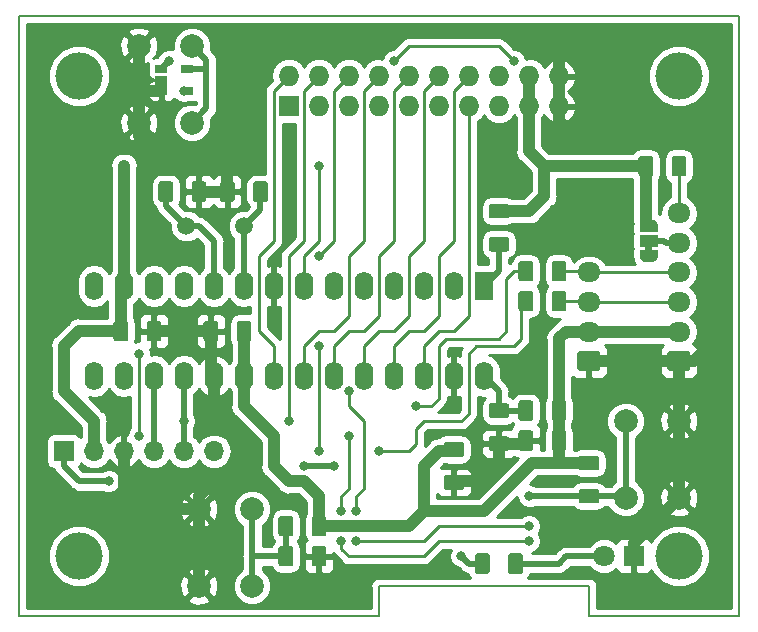
<source format=gbr>
G04 #@! TF.GenerationSoftware,KiCad,Pcbnew,5.0.2-bee76a0~70~ubuntu18.04.1*
G04 #@! TF.CreationDate,2019-02-21T11:42:00+01:00*
G04 #@! TF.ProjectId,PCB_Control,5043425f-436f-46e7-9472-6f6c2e6b6963,rev?*
G04 #@! TF.SameCoordinates,Original*
G04 #@! TF.FileFunction,Copper,L2,Bot*
G04 #@! TF.FilePolarity,Positive*
%FSLAX46Y46*%
G04 Gerber Fmt 4.6, Leading zero omitted, Abs format (unit mm)*
G04 Created by KiCad (PCBNEW 5.0.2-bee76a0~70~ubuntu18.04.1) date jeu. 21 févr. 2019 11:42:00 CET*
%MOMM*%
%LPD*%
G01*
G04 APERTURE LIST*
G04 #@! TA.AperFunction,NonConductor*
%ADD10C,0.150000*%
G04 #@! TD*
G04 #@! TA.AperFunction,Conductor*
%ADD11C,0.150000*%
G04 #@! TD*
G04 #@! TA.AperFunction,SMDPad,CuDef*
%ADD12C,1.250000*%
G04 #@! TD*
G04 #@! TA.AperFunction,ComponentPad*
%ADD13C,4.000000*%
G04 #@! TD*
G04 #@! TA.AperFunction,ComponentPad*
%ADD14R,1.800000X1.800000*%
G04 #@! TD*
G04 #@! TA.AperFunction,ComponentPad*
%ADD15C,1.800000*%
G04 #@! TD*
G04 #@! TA.AperFunction,SMDPad,CuDef*
%ADD16R,1.060000X0.650000*%
G04 #@! TD*
G04 #@! TA.AperFunction,SMDPad,CuDef*
%ADD17C,0.500000*%
G04 #@! TD*
G04 #@! TA.AperFunction,SMDPad,CuDef*
%ADD18R,1.500000X1.000000*%
G04 #@! TD*
G04 #@! TA.AperFunction,ComponentPad*
%ADD19R,1.700000X1.700000*%
G04 #@! TD*
G04 #@! TA.AperFunction,ComponentPad*
%ADD20O,1.700000X1.700000*%
G04 #@! TD*
G04 #@! TA.AperFunction,ComponentPad*
%ADD21R,1.727200X1.727200*%
G04 #@! TD*
G04 #@! TA.AperFunction,ComponentPad*
%ADD22O,1.727200X1.727200*%
G04 #@! TD*
G04 #@! TA.AperFunction,ComponentPad*
%ADD23C,1.700000*%
G04 #@! TD*
G04 #@! TA.AperFunction,ComponentPad*
%ADD24O,1.950000X1.700000*%
G04 #@! TD*
G04 #@! TA.AperFunction,ComponentPad*
%ADD25C,2.000000*%
G04 #@! TD*
G04 #@! TA.AperFunction,ComponentPad*
%ADD26C,1.500000*%
G04 #@! TD*
G04 #@! TA.AperFunction,ComponentPad*
%ADD27R,1.600000X2.400000*%
G04 #@! TD*
G04 #@! TA.AperFunction,ComponentPad*
%ADD28O,1.600000X2.400000*%
G04 #@! TD*
G04 #@! TA.AperFunction,ViaPad*
%ADD29C,0.800000*%
G04 #@! TD*
G04 #@! TA.AperFunction,Conductor*
%ADD30C,1.000000*%
G04 #@! TD*
G04 #@! TA.AperFunction,Conductor*
%ADD31C,0.500000*%
G04 #@! TD*
G04 #@! TA.AperFunction,Conductor*
%ADD32C,0.250000*%
G04 #@! TD*
G04 #@! TA.AperFunction,Conductor*
%ADD33C,0.254000*%
G04 #@! TD*
G04 APERTURE END LIST*
D10*
X177800000Y-119380000D02*
X177800000Y-116840000D01*
X195580000Y-119380000D02*
X208280000Y-119380000D01*
X195580000Y-116840000D02*
X195580000Y-119380000D01*
X177800000Y-116840000D02*
X195580000Y-116840000D01*
X147320000Y-119380000D02*
X177800000Y-119380000D01*
X147320000Y-119380000D02*
X147320000Y-68580000D01*
X147320000Y-68580000D02*
X208280000Y-68580000D01*
X208280000Y-68580000D02*
X208280000Y-119380000D01*
D11*
G04 #@! TO.N,VCC*
G04 #@! TO.C,R1*
G36*
X188609504Y-84466204D02*
X188633773Y-84469804D01*
X188657571Y-84475765D01*
X188680671Y-84484030D01*
X188702849Y-84494520D01*
X188723893Y-84507133D01*
X188743598Y-84521747D01*
X188761777Y-84538223D01*
X188778253Y-84556402D01*
X188792867Y-84576107D01*
X188805480Y-84597151D01*
X188815970Y-84619329D01*
X188824235Y-84642429D01*
X188830196Y-84666227D01*
X188833796Y-84690496D01*
X188835000Y-84715000D01*
X188835000Y-85465000D01*
X188833796Y-85489504D01*
X188830196Y-85513773D01*
X188824235Y-85537571D01*
X188815970Y-85560671D01*
X188805480Y-85582849D01*
X188792867Y-85603893D01*
X188778253Y-85623598D01*
X188761777Y-85641777D01*
X188743598Y-85658253D01*
X188723893Y-85672867D01*
X188702849Y-85685480D01*
X188680671Y-85695970D01*
X188657571Y-85704235D01*
X188633773Y-85710196D01*
X188609504Y-85713796D01*
X188585000Y-85715000D01*
X187335000Y-85715000D01*
X187310496Y-85713796D01*
X187286227Y-85710196D01*
X187262429Y-85704235D01*
X187239329Y-85695970D01*
X187217151Y-85685480D01*
X187196107Y-85672867D01*
X187176402Y-85658253D01*
X187158223Y-85641777D01*
X187141747Y-85623598D01*
X187127133Y-85603893D01*
X187114520Y-85582849D01*
X187104030Y-85560671D01*
X187095765Y-85537571D01*
X187089804Y-85513773D01*
X187086204Y-85489504D01*
X187085000Y-85465000D01*
X187085000Y-84715000D01*
X187086204Y-84690496D01*
X187089804Y-84666227D01*
X187095765Y-84642429D01*
X187104030Y-84619329D01*
X187114520Y-84597151D01*
X187127133Y-84576107D01*
X187141747Y-84556402D01*
X187158223Y-84538223D01*
X187176402Y-84521747D01*
X187196107Y-84507133D01*
X187217151Y-84494520D01*
X187239329Y-84484030D01*
X187262429Y-84475765D01*
X187286227Y-84469804D01*
X187310496Y-84466204D01*
X187335000Y-84465000D01*
X188585000Y-84465000D01*
X188609504Y-84466204D01*
X188609504Y-84466204D01*
G37*
D12*
G04 #@! TD*
G04 #@! TO.P,R1,1*
G04 #@! TO.N,VCC*
X187960000Y-85090000D03*
D11*
G04 #@! TO.N,~MCLR*
G04 #@! TO.C,R1*
G36*
X188609504Y-87266204D02*
X188633773Y-87269804D01*
X188657571Y-87275765D01*
X188680671Y-87284030D01*
X188702849Y-87294520D01*
X188723893Y-87307133D01*
X188743598Y-87321747D01*
X188761777Y-87338223D01*
X188778253Y-87356402D01*
X188792867Y-87376107D01*
X188805480Y-87397151D01*
X188815970Y-87419329D01*
X188824235Y-87442429D01*
X188830196Y-87466227D01*
X188833796Y-87490496D01*
X188835000Y-87515000D01*
X188835000Y-88265000D01*
X188833796Y-88289504D01*
X188830196Y-88313773D01*
X188824235Y-88337571D01*
X188815970Y-88360671D01*
X188805480Y-88382849D01*
X188792867Y-88403893D01*
X188778253Y-88423598D01*
X188761777Y-88441777D01*
X188743598Y-88458253D01*
X188723893Y-88472867D01*
X188702849Y-88485480D01*
X188680671Y-88495970D01*
X188657571Y-88504235D01*
X188633773Y-88510196D01*
X188609504Y-88513796D01*
X188585000Y-88515000D01*
X187335000Y-88515000D01*
X187310496Y-88513796D01*
X187286227Y-88510196D01*
X187262429Y-88504235D01*
X187239329Y-88495970D01*
X187217151Y-88485480D01*
X187196107Y-88472867D01*
X187176402Y-88458253D01*
X187158223Y-88441777D01*
X187141747Y-88423598D01*
X187127133Y-88403893D01*
X187114520Y-88382849D01*
X187104030Y-88360671D01*
X187095765Y-88337571D01*
X187089804Y-88313773D01*
X187086204Y-88289504D01*
X187085000Y-88265000D01*
X187085000Y-87515000D01*
X187086204Y-87490496D01*
X187089804Y-87466227D01*
X187095765Y-87442429D01*
X187104030Y-87419329D01*
X187114520Y-87397151D01*
X187127133Y-87376107D01*
X187141747Y-87356402D01*
X187158223Y-87338223D01*
X187176402Y-87321747D01*
X187196107Y-87307133D01*
X187217151Y-87294520D01*
X187239329Y-87284030D01*
X187262429Y-87275765D01*
X187286227Y-87269804D01*
X187310496Y-87266204D01*
X187335000Y-87265000D01*
X188585000Y-87265000D01*
X188609504Y-87266204D01*
X188609504Y-87266204D01*
G37*
D12*
G04 #@! TD*
G04 #@! TO.P,R1,2*
G04 #@! TO.N,~MCLR*
X187960000Y-87890000D03*
D13*
G04 #@! TO.P,,1*
G04 #@! TO.N,N/C*
X203200000Y-73660000D03*
G04 #@! TD*
G04 #@! TO.P,,1*
G04 #@! TO.N,N/C*
X152400000Y-73660000D03*
G04 #@! TD*
G04 #@! TO.P,,1*
G04 #@! TO.N,N/C*
X203200000Y-114300000D03*
G04 #@! TD*
G04 #@! TO.P,,1*
G04 #@! TO.N,N/C*
X152400000Y-114300000D03*
G04 #@! TD*
D11*
G04 #@! TO.N,VCC*
G04 #@! TO.C,C1*
G36*
X193439504Y-103646204D02*
X193463773Y-103649804D01*
X193487571Y-103655765D01*
X193510671Y-103664030D01*
X193532849Y-103674520D01*
X193553893Y-103687133D01*
X193573598Y-103701747D01*
X193591777Y-103718223D01*
X193608253Y-103736402D01*
X193622867Y-103756107D01*
X193635480Y-103777151D01*
X193645970Y-103799329D01*
X193654235Y-103822429D01*
X193660196Y-103846227D01*
X193663796Y-103870496D01*
X193665000Y-103895000D01*
X193665000Y-105145000D01*
X193663796Y-105169504D01*
X193660196Y-105193773D01*
X193654235Y-105217571D01*
X193645970Y-105240671D01*
X193635480Y-105262849D01*
X193622867Y-105283893D01*
X193608253Y-105303598D01*
X193591777Y-105321777D01*
X193573598Y-105338253D01*
X193553893Y-105352867D01*
X193532849Y-105365480D01*
X193510671Y-105375970D01*
X193487571Y-105384235D01*
X193463773Y-105390196D01*
X193439504Y-105393796D01*
X193415000Y-105395000D01*
X192665000Y-105395000D01*
X192640496Y-105393796D01*
X192616227Y-105390196D01*
X192592429Y-105384235D01*
X192569329Y-105375970D01*
X192547151Y-105365480D01*
X192526107Y-105352867D01*
X192506402Y-105338253D01*
X192488223Y-105321777D01*
X192471747Y-105303598D01*
X192457133Y-105283893D01*
X192444520Y-105262849D01*
X192434030Y-105240671D01*
X192425765Y-105217571D01*
X192419804Y-105193773D01*
X192416204Y-105169504D01*
X192415000Y-105145000D01*
X192415000Y-103895000D01*
X192416204Y-103870496D01*
X192419804Y-103846227D01*
X192425765Y-103822429D01*
X192434030Y-103799329D01*
X192444520Y-103777151D01*
X192457133Y-103756107D01*
X192471747Y-103736402D01*
X192488223Y-103718223D01*
X192506402Y-103701747D01*
X192526107Y-103687133D01*
X192547151Y-103674520D01*
X192569329Y-103664030D01*
X192592429Y-103655765D01*
X192616227Y-103649804D01*
X192640496Y-103646204D01*
X192665000Y-103645000D01*
X193415000Y-103645000D01*
X193439504Y-103646204D01*
X193439504Y-103646204D01*
G37*
D12*
G04 #@! TD*
G04 #@! TO.P,C1,1*
G04 #@! TO.N,VCC*
X193040000Y-104520000D03*
D11*
G04 #@! TO.N,GND*
G04 #@! TO.C,C1*
G36*
X190639504Y-103646204D02*
X190663773Y-103649804D01*
X190687571Y-103655765D01*
X190710671Y-103664030D01*
X190732849Y-103674520D01*
X190753893Y-103687133D01*
X190773598Y-103701747D01*
X190791777Y-103718223D01*
X190808253Y-103736402D01*
X190822867Y-103756107D01*
X190835480Y-103777151D01*
X190845970Y-103799329D01*
X190854235Y-103822429D01*
X190860196Y-103846227D01*
X190863796Y-103870496D01*
X190865000Y-103895000D01*
X190865000Y-105145000D01*
X190863796Y-105169504D01*
X190860196Y-105193773D01*
X190854235Y-105217571D01*
X190845970Y-105240671D01*
X190835480Y-105262849D01*
X190822867Y-105283893D01*
X190808253Y-105303598D01*
X190791777Y-105321777D01*
X190773598Y-105338253D01*
X190753893Y-105352867D01*
X190732849Y-105365480D01*
X190710671Y-105375970D01*
X190687571Y-105384235D01*
X190663773Y-105390196D01*
X190639504Y-105393796D01*
X190615000Y-105395000D01*
X189865000Y-105395000D01*
X189840496Y-105393796D01*
X189816227Y-105390196D01*
X189792429Y-105384235D01*
X189769329Y-105375970D01*
X189747151Y-105365480D01*
X189726107Y-105352867D01*
X189706402Y-105338253D01*
X189688223Y-105321777D01*
X189671747Y-105303598D01*
X189657133Y-105283893D01*
X189644520Y-105262849D01*
X189634030Y-105240671D01*
X189625765Y-105217571D01*
X189619804Y-105193773D01*
X189616204Y-105169504D01*
X189615000Y-105145000D01*
X189615000Y-103895000D01*
X189616204Y-103870496D01*
X189619804Y-103846227D01*
X189625765Y-103822429D01*
X189634030Y-103799329D01*
X189644520Y-103777151D01*
X189657133Y-103756107D01*
X189671747Y-103736402D01*
X189688223Y-103718223D01*
X189706402Y-103701747D01*
X189726107Y-103687133D01*
X189747151Y-103674520D01*
X189769329Y-103664030D01*
X189792429Y-103655765D01*
X189816227Y-103649804D01*
X189840496Y-103646204D01*
X189865000Y-103645000D01*
X190615000Y-103645000D01*
X190639504Y-103646204D01*
X190639504Y-103646204D01*
G37*
D12*
G04 #@! TD*
G04 #@! TO.P,C1,2*
G04 #@! TO.N,GND*
X190240000Y-104520000D03*
D11*
G04 #@! TO.N,GND*
G04 #@! TO.C,C2*
G36*
X165369504Y-82566204D02*
X165393773Y-82569804D01*
X165417571Y-82575765D01*
X165440671Y-82584030D01*
X165462849Y-82594520D01*
X165483893Y-82607133D01*
X165503598Y-82621747D01*
X165521777Y-82638223D01*
X165538253Y-82656402D01*
X165552867Y-82676107D01*
X165565480Y-82697151D01*
X165575970Y-82719329D01*
X165584235Y-82742429D01*
X165590196Y-82766227D01*
X165593796Y-82790496D01*
X165595000Y-82815000D01*
X165595000Y-84065000D01*
X165593796Y-84089504D01*
X165590196Y-84113773D01*
X165584235Y-84137571D01*
X165575970Y-84160671D01*
X165565480Y-84182849D01*
X165552867Y-84203893D01*
X165538253Y-84223598D01*
X165521777Y-84241777D01*
X165503598Y-84258253D01*
X165483893Y-84272867D01*
X165462849Y-84285480D01*
X165440671Y-84295970D01*
X165417571Y-84304235D01*
X165393773Y-84310196D01*
X165369504Y-84313796D01*
X165345000Y-84315000D01*
X164595000Y-84315000D01*
X164570496Y-84313796D01*
X164546227Y-84310196D01*
X164522429Y-84304235D01*
X164499329Y-84295970D01*
X164477151Y-84285480D01*
X164456107Y-84272867D01*
X164436402Y-84258253D01*
X164418223Y-84241777D01*
X164401747Y-84223598D01*
X164387133Y-84203893D01*
X164374520Y-84182849D01*
X164364030Y-84160671D01*
X164355765Y-84137571D01*
X164349804Y-84113773D01*
X164346204Y-84089504D01*
X164345000Y-84065000D01*
X164345000Y-82815000D01*
X164346204Y-82790496D01*
X164349804Y-82766227D01*
X164355765Y-82742429D01*
X164364030Y-82719329D01*
X164374520Y-82697151D01*
X164387133Y-82676107D01*
X164401747Y-82656402D01*
X164418223Y-82638223D01*
X164436402Y-82621747D01*
X164456107Y-82607133D01*
X164477151Y-82594520D01*
X164499329Y-82584030D01*
X164522429Y-82575765D01*
X164546227Y-82569804D01*
X164570496Y-82566204D01*
X164595000Y-82565000D01*
X165345000Y-82565000D01*
X165369504Y-82566204D01*
X165369504Y-82566204D01*
G37*
D12*
G04 #@! TD*
G04 #@! TO.P,C2,2*
G04 #@! TO.N,GND*
X164970000Y-83440000D03*
D11*
G04 #@! TO.N,Net-(C2-Pad1)*
G04 #@! TO.C,C2*
G36*
X168169504Y-82566204D02*
X168193773Y-82569804D01*
X168217571Y-82575765D01*
X168240671Y-82584030D01*
X168262849Y-82594520D01*
X168283893Y-82607133D01*
X168303598Y-82621747D01*
X168321777Y-82638223D01*
X168338253Y-82656402D01*
X168352867Y-82676107D01*
X168365480Y-82697151D01*
X168375970Y-82719329D01*
X168384235Y-82742429D01*
X168390196Y-82766227D01*
X168393796Y-82790496D01*
X168395000Y-82815000D01*
X168395000Y-84065000D01*
X168393796Y-84089504D01*
X168390196Y-84113773D01*
X168384235Y-84137571D01*
X168375970Y-84160671D01*
X168365480Y-84182849D01*
X168352867Y-84203893D01*
X168338253Y-84223598D01*
X168321777Y-84241777D01*
X168303598Y-84258253D01*
X168283893Y-84272867D01*
X168262849Y-84285480D01*
X168240671Y-84295970D01*
X168217571Y-84304235D01*
X168193773Y-84310196D01*
X168169504Y-84313796D01*
X168145000Y-84315000D01*
X167395000Y-84315000D01*
X167370496Y-84313796D01*
X167346227Y-84310196D01*
X167322429Y-84304235D01*
X167299329Y-84295970D01*
X167277151Y-84285480D01*
X167256107Y-84272867D01*
X167236402Y-84258253D01*
X167218223Y-84241777D01*
X167201747Y-84223598D01*
X167187133Y-84203893D01*
X167174520Y-84182849D01*
X167164030Y-84160671D01*
X167155765Y-84137571D01*
X167149804Y-84113773D01*
X167146204Y-84089504D01*
X167145000Y-84065000D01*
X167145000Y-82815000D01*
X167146204Y-82790496D01*
X167149804Y-82766227D01*
X167155765Y-82742429D01*
X167164030Y-82719329D01*
X167174520Y-82697151D01*
X167187133Y-82676107D01*
X167201747Y-82656402D01*
X167218223Y-82638223D01*
X167236402Y-82621747D01*
X167256107Y-82607133D01*
X167277151Y-82594520D01*
X167299329Y-82584030D01*
X167322429Y-82575765D01*
X167346227Y-82569804D01*
X167370496Y-82566204D01*
X167395000Y-82565000D01*
X168145000Y-82565000D01*
X168169504Y-82566204D01*
X168169504Y-82566204D01*
G37*
D12*
G04 #@! TD*
G04 #@! TO.P,C2,1*
G04 #@! TO.N,Net-(C2-Pad1)*
X167770000Y-83440000D03*
D11*
G04 #@! TO.N,Net-(C3-Pad1)*
G04 #@! TO.C,C3*
G36*
X188609504Y-101356204D02*
X188633773Y-101359804D01*
X188657571Y-101365765D01*
X188680671Y-101374030D01*
X188702849Y-101384520D01*
X188723893Y-101397133D01*
X188743598Y-101411747D01*
X188761777Y-101428223D01*
X188778253Y-101446402D01*
X188792867Y-101466107D01*
X188805480Y-101487151D01*
X188815970Y-101509329D01*
X188824235Y-101532429D01*
X188830196Y-101556227D01*
X188833796Y-101580496D01*
X188835000Y-101605000D01*
X188835000Y-102355000D01*
X188833796Y-102379504D01*
X188830196Y-102403773D01*
X188824235Y-102427571D01*
X188815970Y-102450671D01*
X188805480Y-102472849D01*
X188792867Y-102493893D01*
X188778253Y-102513598D01*
X188761777Y-102531777D01*
X188743598Y-102548253D01*
X188723893Y-102562867D01*
X188702849Y-102575480D01*
X188680671Y-102585970D01*
X188657571Y-102594235D01*
X188633773Y-102600196D01*
X188609504Y-102603796D01*
X188585000Y-102605000D01*
X187335000Y-102605000D01*
X187310496Y-102603796D01*
X187286227Y-102600196D01*
X187262429Y-102594235D01*
X187239329Y-102585970D01*
X187217151Y-102575480D01*
X187196107Y-102562867D01*
X187176402Y-102548253D01*
X187158223Y-102531777D01*
X187141747Y-102513598D01*
X187127133Y-102493893D01*
X187114520Y-102472849D01*
X187104030Y-102450671D01*
X187095765Y-102427571D01*
X187089804Y-102403773D01*
X187086204Y-102379504D01*
X187085000Y-102355000D01*
X187085000Y-101605000D01*
X187086204Y-101580496D01*
X187089804Y-101556227D01*
X187095765Y-101532429D01*
X187104030Y-101509329D01*
X187114520Y-101487151D01*
X187127133Y-101466107D01*
X187141747Y-101446402D01*
X187158223Y-101428223D01*
X187176402Y-101411747D01*
X187196107Y-101397133D01*
X187217151Y-101384520D01*
X187239329Y-101374030D01*
X187262429Y-101365765D01*
X187286227Y-101359804D01*
X187310496Y-101356204D01*
X187335000Y-101355000D01*
X188585000Y-101355000D01*
X188609504Y-101356204D01*
X188609504Y-101356204D01*
G37*
D12*
G04 #@! TD*
G04 #@! TO.P,C3,1*
G04 #@! TO.N,Net-(C3-Pad1)*
X187960000Y-101980000D03*
D11*
G04 #@! TO.N,GND*
G04 #@! TO.C,C3*
G36*
X188609504Y-104156204D02*
X188633773Y-104159804D01*
X188657571Y-104165765D01*
X188680671Y-104174030D01*
X188702849Y-104184520D01*
X188723893Y-104197133D01*
X188743598Y-104211747D01*
X188761777Y-104228223D01*
X188778253Y-104246402D01*
X188792867Y-104266107D01*
X188805480Y-104287151D01*
X188815970Y-104309329D01*
X188824235Y-104332429D01*
X188830196Y-104356227D01*
X188833796Y-104380496D01*
X188835000Y-104405000D01*
X188835000Y-105155000D01*
X188833796Y-105179504D01*
X188830196Y-105203773D01*
X188824235Y-105227571D01*
X188815970Y-105250671D01*
X188805480Y-105272849D01*
X188792867Y-105293893D01*
X188778253Y-105313598D01*
X188761777Y-105331777D01*
X188743598Y-105348253D01*
X188723893Y-105362867D01*
X188702849Y-105375480D01*
X188680671Y-105385970D01*
X188657571Y-105394235D01*
X188633773Y-105400196D01*
X188609504Y-105403796D01*
X188585000Y-105405000D01*
X187335000Y-105405000D01*
X187310496Y-105403796D01*
X187286227Y-105400196D01*
X187262429Y-105394235D01*
X187239329Y-105385970D01*
X187217151Y-105375480D01*
X187196107Y-105362867D01*
X187176402Y-105348253D01*
X187158223Y-105331777D01*
X187141747Y-105313598D01*
X187127133Y-105293893D01*
X187114520Y-105272849D01*
X187104030Y-105250671D01*
X187095765Y-105227571D01*
X187089804Y-105203773D01*
X187086204Y-105179504D01*
X187085000Y-105155000D01*
X187085000Y-104405000D01*
X187086204Y-104380496D01*
X187089804Y-104356227D01*
X187095765Y-104332429D01*
X187104030Y-104309329D01*
X187114520Y-104287151D01*
X187127133Y-104266107D01*
X187141747Y-104246402D01*
X187158223Y-104228223D01*
X187176402Y-104211747D01*
X187196107Y-104197133D01*
X187217151Y-104184520D01*
X187239329Y-104174030D01*
X187262429Y-104165765D01*
X187286227Y-104159804D01*
X187310496Y-104156204D01*
X187335000Y-104155000D01*
X188585000Y-104155000D01*
X188609504Y-104156204D01*
X188609504Y-104156204D01*
G37*
D12*
G04 #@! TD*
G04 #@! TO.P,C3,2*
G04 #@! TO.N,GND*
X187960000Y-104780000D03*
D11*
G04 #@! TO.N,CLKO*
G04 #@! TO.C,C4*
G36*
X160159504Y-82566204D02*
X160183773Y-82569804D01*
X160207571Y-82575765D01*
X160230671Y-82584030D01*
X160252849Y-82594520D01*
X160273893Y-82607133D01*
X160293598Y-82621747D01*
X160311777Y-82638223D01*
X160328253Y-82656402D01*
X160342867Y-82676107D01*
X160355480Y-82697151D01*
X160365970Y-82719329D01*
X160374235Y-82742429D01*
X160380196Y-82766227D01*
X160383796Y-82790496D01*
X160385000Y-82815000D01*
X160385000Y-84065000D01*
X160383796Y-84089504D01*
X160380196Y-84113773D01*
X160374235Y-84137571D01*
X160365970Y-84160671D01*
X160355480Y-84182849D01*
X160342867Y-84203893D01*
X160328253Y-84223598D01*
X160311777Y-84241777D01*
X160293598Y-84258253D01*
X160273893Y-84272867D01*
X160252849Y-84285480D01*
X160230671Y-84295970D01*
X160207571Y-84304235D01*
X160183773Y-84310196D01*
X160159504Y-84313796D01*
X160135000Y-84315000D01*
X159385000Y-84315000D01*
X159360496Y-84313796D01*
X159336227Y-84310196D01*
X159312429Y-84304235D01*
X159289329Y-84295970D01*
X159267151Y-84285480D01*
X159246107Y-84272867D01*
X159226402Y-84258253D01*
X159208223Y-84241777D01*
X159191747Y-84223598D01*
X159177133Y-84203893D01*
X159164520Y-84182849D01*
X159154030Y-84160671D01*
X159145765Y-84137571D01*
X159139804Y-84113773D01*
X159136204Y-84089504D01*
X159135000Y-84065000D01*
X159135000Y-82815000D01*
X159136204Y-82790496D01*
X159139804Y-82766227D01*
X159145765Y-82742429D01*
X159154030Y-82719329D01*
X159164520Y-82697151D01*
X159177133Y-82676107D01*
X159191747Y-82656402D01*
X159208223Y-82638223D01*
X159226402Y-82621747D01*
X159246107Y-82607133D01*
X159267151Y-82594520D01*
X159289329Y-82584030D01*
X159312429Y-82575765D01*
X159336227Y-82569804D01*
X159360496Y-82566204D01*
X159385000Y-82565000D01*
X160135000Y-82565000D01*
X160159504Y-82566204D01*
X160159504Y-82566204D01*
G37*
D12*
G04 #@! TD*
G04 #@! TO.P,C4,1*
G04 #@! TO.N,CLKO*
X159760000Y-83440000D03*
D11*
G04 #@! TO.N,GND*
G04 #@! TO.C,C4*
G36*
X162959504Y-82566204D02*
X162983773Y-82569804D01*
X163007571Y-82575765D01*
X163030671Y-82584030D01*
X163052849Y-82594520D01*
X163073893Y-82607133D01*
X163093598Y-82621747D01*
X163111777Y-82638223D01*
X163128253Y-82656402D01*
X163142867Y-82676107D01*
X163155480Y-82697151D01*
X163165970Y-82719329D01*
X163174235Y-82742429D01*
X163180196Y-82766227D01*
X163183796Y-82790496D01*
X163185000Y-82815000D01*
X163185000Y-84065000D01*
X163183796Y-84089504D01*
X163180196Y-84113773D01*
X163174235Y-84137571D01*
X163165970Y-84160671D01*
X163155480Y-84182849D01*
X163142867Y-84203893D01*
X163128253Y-84223598D01*
X163111777Y-84241777D01*
X163093598Y-84258253D01*
X163073893Y-84272867D01*
X163052849Y-84285480D01*
X163030671Y-84295970D01*
X163007571Y-84304235D01*
X162983773Y-84310196D01*
X162959504Y-84313796D01*
X162935000Y-84315000D01*
X162185000Y-84315000D01*
X162160496Y-84313796D01*
X162136227Y-84310196D01*
X162112429Y-84304235D01*
X162089329Y-84295970D01*
X162067151Y-84285480D01*
X162046107Y-84272867D01*
X162026402Y-84258253D01*
X162008223Y-84241777D01*
X161991747Y-84223598D01*
X161977133Y-84203893D01*
X161964520Y-84182849D01*
X161954030Y-84160671D01*
X161945765Y-84137571D01*
X161939804Y-84113773D01*
X161936204Y-84089504D01*
X161935000Y-84065000D01*
X161935000Y-82815000D01*
X161936204Y-82790496D01*
X161939804Y-82766227D01*
X161945765Y-82742429D01*
X161954030Y-82719329D01*
X161964520Y-82697151D01*
X161977133Y-82676107D01*
X161991747Y-82656402D01*
X162008223Y-82638223D01*
X162026402Y-82621747D01*
X162046107Y-82607133D01*
X162067151Y-82594520D01*
X162089329Y-82584030D01*
X162112429Y-82575765D01*
X162136227Y-82569804D01*
X162160496Y-82566204D01*
X162185000Y-82565000D01*
X162935000Y-82565000D01*
X162959504Y-82566204D01*
X162959504Y-82566204D01*
G37*
D12*
G04 #@! TD*
G04 #@! TO.P,C4,2*
G04 #@! TO.N,GND*
X162560000Y-83440000D03*
D11*
G04 #@! TO.N,GND*
G04 #@! TO.C,C7*
G36*
X159149504Y-94376204D02*
X159173773Y-94379804D01*
X159197571Y-94385765D01*
X159220671Y-94394030D01*
X159242849Y-94404520D01*
X159263893Y-94417133D01*
X159283598Y-94431747D01*
X159301777Y-94448223D01*
X159318253Y-94466402D01*
X159332867Y-94486107D01*
X159345480Y-94507151D01*
X159355970Y-94529329D01*
X159364235Y-94552429D01*
X159370196Y-94576227D01*
X159373796Y-94600496D01*
X159375000Y-94625000D01*
X159375000Y-95875000D01*
X159373796Y-95899504D01*
X159370196Y-95923773D01*
X159364235Y-95947571D01*
X159355970Y-95970671D01*
X159345480Y-95992849D01*
X159332867Y-96013893D01*
X159318253Y-96033598D01*
X159301777Y-96051777D01*
X159283598Y-96068253D01*
X159263893Y-96082867D01*
X159242849Y-96095480D01*
X159220671Y-96105970D01*
X159197571Y-96114235D01*
X159173773Y-96120196D01*
X159149504Y-96123796D01*
X159125000Y-96125000D01*
X158375000Y-96125000D01*
X158350496Y-96123796D01*
X158326227Y-96120196D01*
X158302429Y-96114235D01*
X158279329Y-96105970D01*
X158257151Y-96095480D01*
X158236107Y-96082867D01*
X158216402Y-96068253D01*
X158198223Y-96051777D01*
X158181747Y-96033598D01*
X158167133Y-96013893D01*
X158154520Y-95992849D01*
X158144030Y-95970671D01*
X158135765Y-95947571D01*
X158129804Y-95923773D01*
X158126204Y-95899504D01*
X158125000Y-95875000D01*
X158125000Y-94625000D01*
X158126204Y-94600496D01*
X158129804Y-94576227D01*
X158135765Y-94552429D01*
X158144030Y-94529329D01*
X158154520Y-94507151D01*
X158167133Y-94486107D01*
X158181747Y-94466402D01*
X158198223Y-94448223D01*
X158216402Y-94431747D01*
X158236107Y-94417133D01*
X158257151Y-94404520D01*
X158279329Y-94394030D01*
X158302429Y-94385765D01*
X158326227Y-94379804D01*
X158350496Y-94376204D01*
X158375000Y-94375000D01*
X159125000Y-94375000D01*
X159149504Y-94376204D01*
X159149504Y-94376204D01*
G37*
D12*
G04 #@! TD*
G04 #@! TO.P,C7,2*
G04 #@! TO.N,GND*
X158750000Y-95250000D03*
D11*
G04 #@! TO.N,VCC*
G04 #@! TO.C,C7*
G36*
X156349504Y-94376204D02*
X156373773Y-94379804D01*
X156397571Y-94385765D01*
X156420671Y-94394030D01*
X156442849Y-94404520D01*
X156463893Y-94417133D01*
X156483598Y-94431747D01*
X156501777Y-94448223D01*
X156518253Y-94466402D01*
X156532867Y-94486107D01*
X156545480Y-94507151D01*
X156555970Y-94529329D01*
X156564235Y-94552429D01*
X156570196Y-94576227D01*
X156573796Y-94600496D01*
X156575000Y-94625000D01*
X156575000Y-95875000D01*
X156573796Y-95899504D01*
X156570196Y-95923773D01*
X156564235Y-95947571D01*
X156555970Y-95970671D01*
X156545480Y-95992849D01*
X156532867Y-96013893D01*
X156518253Y-96033598D01*
X156501777Y-96051777D01*
X156483598Y-96068253D01*
X156463893Y-96082867D01*
X156442849Y-96095480D01*
X156420671Y-96105970D01*
X156397571Y-96114235D01*
X156373773Y-96120196D01*
X156349504Y-96123796D01*
X156325000Y-96125000D01*
X155575000Y-96125000D01*
X155550496Y-96123796D01*
X155526227Y-96120196D01*
X155502429Y-96114235D01*
X155479329Y-96105970D01*
X155457151Y-96095480D01*
X155436107Y-96082867D01*
X155416402Y-96068253D01*
X155398223Y-96051777D01*
X155381747Y-96033598D01*
X155367133Y-96013893D01*
X155354520Y-95992849D01*
X155344030Y-95970671D01*
X155335765Y-95947571D01*
X155329804Y-95923773D01*
X155326204Y-95899504D01*
X155325000Y-95875000D01*
X155325000Y-94625000D01*
X155326204Y-94600496D01*
X155329804Y-94576227D01*
X155335765Y-94552429D01*
X155344030Y-94529329D01*
X155354520Y-94507151D01*
X155367133Y-94486107D01*
X155381747Y-94466402D01*
X155398223Y-94448223D01*
X155416402Y-94431747D01*
X155436107Y-94417133D01*
X155457151Y-94404520D01*
X155479329Y-94394030D01*
X155502429Y-94385765D01*
X155526227Y-94379804D01*
X155550496Y-94376204D01*
X155575000Y-94375000D01*
X156325000Y-94375000D01*
X156349504Y-94376204D01*
X156349504Y-94376204D01*
G37*
D12*
G04 #@! TD*
G04 #@! TO.P,C7,1*
G04 #@! TO.N,VCC*
X155950000Y-95250000D03*
D11*
G04 #@! TO.N,VCC*
G04 #@! TO.C,C8*
G36*
X166769504Y-94376204D02*
X166793773Y-94379804D01*
X166817571Y-94385765D01*
X166840671Y-94394030D01*
X166862849Y-94404520D01*
X166883893Y-94417133D01*
X166903598Y-94431747D01*
X166921777Y-94448223D01*
X166938253Y-94466402D01*
X166952867Y-94486107D01*
X166965480Y-94507151D01*
X166975970Y-94529329D01*
X166984235Y-94552429D01*
X166990196Y-94576227D01*
X166993796Y-94600496D01*
X166995000Y-94625000D01*
X166995000Y-95875000D01*
X166993796Y-95899504D01*
X166990196Y-95923773D01*
X166984235Y-95947571D01*
X166975970Y-95970671D01*
X166965480Y-95992849D01*
X166952867Y-96013893D01*
X166938253Y-96033598D01*
X166921777Y-96051777D01*
X166903598Y-96068253D01*
X166883893Y-96082867D01*
X166862849Y-96095480D01*
X166840671Y-96105970D01*
X166817571Y-96114235D01*
X166793773Y-96120196D01*
X166769504Y-96123796D01*
X166745000Y-96125000D01*
X165995000Y-96125000D01*
X165970496Y-96123796D01*
X165946227Y-96120196D01*
X165922429Y-96114235D01*
X165899329Y-96105970D01*
X165877151Y-96095480D01*
X165856107Y-96082867D01*
X165836402Y-96068253D01*
X165818223Y-96051777D01*
X165801747Y-96033598D01*
X165787133Y-96013893D01*
X165774520Y-95992849D01*
X165764030Y-95970671D01*
X165755765Y-95947571D01*
X165749804Y-95923773D01*
X165746204Y-95899504D01*
X165745000Y-95875000D01*
X165745000Y-94625000D01*
X165746204Y-94600496D01*
X165749804Y-94576227D01*
X165755765Y-94552429D01*
X165764030Y-94529329D01*
X165774520Y-94507151D01*
X165787133Y-94486107D01*
X165801747Y-94466402D01*
X165818223Y-94448223D01*
X165836402Y-94431747D01*
X165856107Y-94417133D01*
X165877151Y-94404520D01*
X165899329Y-94394030D01*
X165922429Y-94385765D01*
X165946227Y-94379804D01*
X165970496Y-94376204D01*
X165995000Y-94375000D01*
X166745000Y-94375000D01*
X166769504Y-94376204D01*
X166769504Y-94376204D01*
G37*
D12*
G04 #@! TD*
G04 #@! TO.P,C8,1*
G04 #@! TO.N,VCC*
X166370000Y-95250000D03*
D11*
G04 #@! TO.N,GND*
G04 #@! TO.C,C8*
G36*
X163969504Y-94376204D02*
X163993773Y-94379804D01*
X164017571Y-94385765D01*
X164040671Y-94394030D01*
X164062849Y-94404520D01*
X164083893Y-94417133D01*
X164103598Y-94431747D01*
X164121777Y-94448223D01*
X164138253Y-94466402D01*
X164152867Y-94486107D01*
X164165480Y-94507151D01*
X164175970Y-94529329D01*
X164184235Y-94552429D01*
X164190196Y-94576227D01*
X164193796Y-94600496D01*
X164195000Y-94625000D01*
X164195000Y-95875000D01*
X164193796Y-95899504D01*
X164190196Y-95923773D01*
X164184235Y-95947571D01*
X164175970Y-95970671D01*
X164165480Y-95992849D01*
X164152867Y-96013893D01*
X164138253Y-96033598D01*
X164121777Y-96051777D01*
X164103598Y-96068253D01*
X164083893Y-96082867D01*
X164062849Y-96095480D01*
X164040671Y-96105970D01*
X164017571Y-96114235D01*
X163993773Y-96120196D01*
X163969504Y-96123796D01*
X163945000Y-96125000D01*
X163195000Y-96125000D01*
X163170496Y-96123796D01*
X163146227Y-96120196D01*
X163122429Y-96114235D01*
X163099329Y-96105970D01*
X163077151Y-96095480D01*
X163056107Y-96082867D01*
X163036402Y-96068253D01*
X163018223Y-96051777D01*
X163001747Y-96033598D01*
X162987133Y-96013893D01*
X162974520Y-95992849D01*
X162964030Y-95970671D01*
X162955765Y-95947571D01*
X162949804Y-95923773D01*
X162946204Y-95899504D01*
X162945000Y-95875000D01*
X162945000Y-94625000D01*
X162946204Y-94600496D01*
X162949804Y-94576227D01*
X162955765Y-94552429D01*
X162964030Y-94529329D01*
X162974520Y-94507151D01*
X162987133Y-94486107D01*
X163001747Y-94466402D01*
X163018223Y-94448223D01*
X163036402Y-94431747D01*
X163056107Y-94417133D01*
X163077151Y-94404520D01*
X163099329Y-94394030D01*
X163122429Y-94385765D01*
X163146227Y-94379804D01*
X163170496Y-94376204D01*
X163195000Y-94375000D01*
X163945000Y-94375000D01*
X163969504Y-94376204D01*
X163969504Y-94376204D01*
G37*
D12*
G04 #@! TD*
G04 #@! TO.P,C8,2*
G04 #@! TO.N,GND*
X163570000Y-95250000D03*
D11*
G04 #@! TO.N,GND*
G04 #@! TO.C,C9*
G36*
X184799504Y-107456204D02*
X184823773Y-107459804D01*
X184847571Y-107465765D01*
X184870671Y-107474030D01*
X184892849Y-107484520D01*
X184913893Y-107497133D01*
X184933598Y-107511747D01*
X184951777Y-107528223D01*
X184968253Y-107546402D01*
X184982867Y-107566107D01*
X184995480Y-107587151D01*
X185005970Y-107609329D01*
X185014235Y-107632429D01*
X185020196Y-107656227D01*
X185023796Y-107680496D01*
X185025000Y-107705000D01*
X185025000Y-108455000D01*
X185023796Y-108479504D01*
X185020196Y-108503773D01*
X185014235Y-108527571D01*
X185005970Y-108550671D01*
X184995480Y-108572849D01*
X184982867Y-108593893D01*
X184968253Y-108613598D01*
X184951777Y-108631777D01*
X184933598Y-108648253D01*
X184913893Y-108662867D01*
X184892849Y-108675480D01*
X184870671Y-108685970D01*
X184847571Y-108694235D01*
X184823773Y-108700196D01*
X184799504Y-108703796D01*
X184775000Y-108705000D01*
X183525000Y-108705000D01*
X183500496Y-108703796D01*
X183476227Y-108700196D01*
X183452429Y-108694235D01*
X183429329Y-108685970D01*
X183407151Y-108675480D01*
X183386107Y-108662867D01*
X183366402Y-108648253D01*
X183348223Y-108631777D01*
X183331747Y-108613598D01*
X183317133Y-108593893D01*
X183304520Y-108572849D01*
X183294030Y-108550671D01*
X183285765Y-108527571D01*
X183279804Y-108503773D01*
X183276204Y-108479504D01*
X183275000Y-108455000D01*
X183275000Y-107705000D01*
X183276204Y-107680496D01*
X183279804Y-107656227D01*
X183285765Y-107632429D01*
X183294030Y-107609329D01*
X183304520Y-107587151D01*
X183317133Y-107566107D01*
X183331747Y-107546402D01*
X183348223Y-107528223D01*
X183366402Y-107511747D01*
X183386107Y-107497133D01*
X183407151Y-107484520D01*
X183429329Y-107474030D01*
X183452429Y-107465765D01*
X183476227Y-107459804D01*
X183500496Y-107456204D01*
X183525000Y-107455000D01*
X184775000Y-107455000D01*
X184799504Y-107456204D01*
X184799504Y-107456204D01*
G37*
D12*
G04 #@! TD*
G04 #@! TO.P,C9,2*
G04 #@! TO.N,GND*
X184150000Y-108080000D03*
D11*
G04 #@! TO.N,VCC*
G04 #@! TO.C,C9*
G36*
X184799504Y-104656204D02*
X184823773Y-104659804D01*
X184847571Y-104665765D01*
X184870671Y-104674030D01*
X184892849Y-104684520D01*
X184913893Y-104697133D01*
X184933598Y-104711747D01*
X184951777Y-104728223D01*
X184968253Y-104746402D01*
X184982867Y-104766107D01*
X184995480Y-104787151D01*
X185005970Y-104809329D01*
X185014235Y-104832429D01*
X185020196Y-104856227D01*
X185023796Y-104880496D01*
X185025000Y-104905000D01*
X185025000Y-105655000D01*
X185023796Y-105679504D01*
X185020196Y-105703773D01*
X185014235Y-105727571D01*
X185005970Y-105750671D01*
X184995480Y-105772849D01*
X184982867Y-105793893D01*
X184968253Y-105813598D01*
X184951777Y-105831777D01*
X184933598Y-105848253D01*
X184913893Y-105862867D01*
X184892849Y-105875480D01*
X184870671Y-105885970D01*
X184847571Y-105894235D01*
X184823773Y-105900196D01*
X184799504Y-105903796D01*
X184775000Y-105905000D01*
X183525000Y-105905000D01*
X183500496Y-105903796D01*
X183476227Y-105900196D01*
X183452429Y-105894235D01*
X183429329Y-105885970D01*
X183407151Y-105875480D01*
X183386107Y-105862867D01*
X183366402Y-105848253D01*
X183348223Y-105831777D01*
X183331747Y-105813598D01*
X183317133Y-105793893D01*
X183304520Y-105772849D01*
X183294030Y-105750671D01*
X183285765Y-105727571D01*
X183279804Y-105703773D01*
X183276204Y-105679504D01*
X183275000Y-105655000D01*
X183275000Y-104905000D01*
X183276204Y-104880496D01*
X183279804Y-104856227D01*
X183285765Y-104832429D01*
X183294030Y-104809329D01*
X183304520Y-104787151D01*
X183317133Y-104766107D01*
X183331747Y-104746402D01*
X183348223Y-104728223D01*
X183366402Y-104711747D01*
X183386107Y-104697133D01*
X183407151Y-104684520D01*
X183429329Y-104674030D01*
X183452429Y-104665765D01*
X183476227Y-104659804D01*
X183500496Y-104656204D01*
X183525000Y-104655000D01*
X184775000Y-104655000D01*
X184799504Y-104656204D01*
X184799504Y-104656204D01*
G37*
D12*
G04 #@! TD*
G04 #@! TO.P,C9,1*
G04 #@! TO.N,VCC*
X184150000Y-105280000D03*
D11*
G04 #@! TO.N,BPGAME*
G04 #@! TO.C,C10*
G36*
X170319504Y-113426204D02*
X170343773Y-113429804D01*
X170367571Y-113435765D01*
X170390671Y-113444030D01*
X170412849Y-113454520D01*
X170433893Y-113467133D01*
X170453598Y-113481747D01*
X170471777Y-113498223D01*
X170488253Y-113516402D01*
X170502867Y-113536107D01*
X170515480Y-113557151D01*
X170525970Y-113579329D01*
X170534235Y-113602429D01*
X170540196Y-113626227D01*
X170543796Y-113650496D01*
X170545000Y-113675000D01*
X170545000Y-114925000D01*
X170543796Y-114949504D01*
X170540196Y-114973773D01*
X170534235Y-114997571D01*
X170525970Y-115020671D01*
X170515480Y-115042849D01*
X170502867Y-115063893D01*
X170488253Y-115083598D01*
X170471777Y-115101777D01*
X170453598Y-115118253D01*
X170433893Y-115132867D01*
X170412849Y-115145480D01*
X170390671Y-115155970D01*
X170367571Y-115164235D01*
X170343773Y-115170196D01*
X170319504Y-115173796D01*
X170295000Y-115175000D01*
X169545000Y-115175000D01*
X169520496Y-115173796D01*
X169496227Y-115170196D01*
X169472429Y-115164235D01*
X169449329Y-115155970D01*
X169427151Y-115145480D01*
X169406107Y-115132867D01*
X169386402Y-115118253D01*
X169368223Y-115101777D01*
X169351747Y-115083598D01*
X169337133Y-115063893D01*
X169324520Y-115042849D01*
X169314030Y-115020671D01*
X169305765Y-114997571D01*
X169299804Y-114973773D01*
X169296204Y-114949504D01*
X169295000Y-114925000D01*
X169295000Y-113675000D01*
X169296204Y-113650496D01*
X169299804Y-113626227D01*
X169305765Y-113602429D01*
X169314030Y-113579329D01*
X169324520Y-113557151D01*
X169337133Y-113536107D01*
X169351747Y-113516402D01*
X169368223Y-113498223D01*
X169386402Y-113481747D01*
X169406107Y-113467133D01*
X169427151Y-113454520D01*
X169449329Y-113444030D01*
X169472429Y-113435765D01*
X169496227Y-113429804D01*
X169520496Y-113426204D01*
X169545000Y-113425000D01*
X170295000Y-113425000D01*
X170319504Y-113426204D01*
X170319504Y-113426204D01*
G37*
D12*
G04 #@! TD*
G04 #@! TO.P,C10,1*
G04 #@! TO.N,BPGAME*
X169920000Y-114300000D03*
D11*
G04 #@! TO.N,GND*
G04 #@! TO.C,C10*
G36*
X173119504Y-113426204D02*
X173143773Y-113429804D01*
X173167571Y-113435765D01*
X173190671Y-113444030D01*
X173212849Y-113454520D01*
X173233893Y-113467133D01*
X173253598Y-113481747D01*
X173271777Y-113498223D01*
X173288253Y-113516402D01*
X173302867Y-113536107D01*
X173315480Y-113557151D01*
X173325970Y-113579329D01*
X173334235Y-113602429D01*
X173340196Y-113626227D01*
X173343796Y-113650496D01*
X173345000Y-113675000D01*
X173345000Y-114925000D01*
X173343796Y-114949504D01*
X173340196Y-114973773D01*
X173334235Y-114997571D01*
X173325970Y-115020671D01*
X173315480Y-115042849D01*
X173302867Y-115063893D01*
X173288253Y-115083598D01*
X173271777Y-115101777D01*
X173253598Y-115118253D01*
X173233893Y-115132867D01*
X173212849Y-115145480D01*
X173190671Y-115155970D01*
X173167571Y-115164235D01*
X173143773Y-115170196D01*
X173119504Y-115173796D01*
X173095000Y-115175000D01*
X172345000Y-115175000D01*
X172320496Y-115173796D01*
X172296227Y-115170196D01*
X172272429Y-115164235D01*
X172249329Y-115155970D01*
X172227151Y-115145480D01*
X172206107Y-115132867D01*
X172186402Y-115118253D01*
X172168223Y-115101777D01*
X172151747Y-115083598D01*
X172137133Y-115063893D01*
X172124520Y-115042849D01*
X172114030Y-115020671D01*
X172105765Y-114997571D01*
X172099804Y-114973773D01*
X172096204Y-114949504D01*
X172095000Y-114925000D01*
X172095000Y-113675000D01*
X172096204Y-113650496D01*
X172099804Y-113626227D01*
X172105765Y-113602429D01*
X172114030Y-113579329D01*
X172124520Y-113557151D01*
X172137133Y-113536107D01*
X172151747Y-113516402D01*
X172168223Y-113498223D01*
X172186402Y-113481747D01*
X172206107Y-113467133D01*
X172227151Y-113454520D01*
X172249329Y-113444030D01*
X172272429Y-113435765D01*
X172296227Y-113429804D01*
X172320496Y-113426204D01*
X172345000Y-113425000D01*
X173095000Y-113425000D01*
X173119504Y-113426204D01*
X173119504Y-113426204D01*
G37*
D12*
G04 #@! TD*
G04 #@! TO.P,C10,2*
G04 #@! TO.N,GND*
X172720000Y-114300000D03*
D14*
G04 #@! TO.P,D2,1*
G04 #@! TO.N,GND*
X199390000Y-114300000D03*
D15*
G04 #@! TO.P,D2,2*
G04 #@! TO.N,Net-(D2-Pad2)*
X196850000Y-114300000D03*
G04 #@! TD*
D16*
G04 #@! TO.P,IC2,1*
G04 #@! TO.N,GND*
X159385000Y-74925000D03*
G04 #@! TO.P,IC2,2*
X159385000Y-73975000D03*
G04 #@! TO.P,IC2,3*
G04 #@! TO.N,~MCLR*
X159385000Y-73025000D03*
G04 #@! TO.P,IC2,4*
G04 #@! TO.N,Net-(IC2-Pad4)*
X161585000Y-73025000D03*
G04 #@! TO.P,IC2,5*
G04 #@! TO.N,VCC*
X161585000Y-74925000D03*
G04 #@! TD*
D17*
G04 #@! TO.P,JP1,1*
G04 #@! TO.N,GND*
X200660000Y-88900000D03*
D11*
G04 #@! TD*
G04 #@! TO.N,GND*
G04 #@! TO.C,JP1*
G36*
X200360000Y-88350000D02*
X200360000Y-88000000D01*
X200960000Y-88000000D01*
X200960000Y-88350000D01*
X201410000Y-88350000D01*
X201410000Y-88900000D01*
X201409398Y-88900000D01*
X201409398Y-88924534D01*
X201404588Y-88973365D01*
X201395016Y-89021490D01*
X201380772Y-89068445D01*
X201361995Y-89113778D01*
X201338864Y-89157051D01*
X201311604Y-89197850D01*
X201280476Y-89235779D01*
X201245779Y-89270476D01*
X201207850Y-89301604D01*
X201167051Y-89328864D01*
X201123778Y-89351995D01*
X201078445Y-89370772D01*
X201031490Y-89385016D01*
X200983365Y-89394588D01*
X200934534Y-89399398D01*
X200910000Y-89399398D01*
X200910000Y-89400000D01*
X200410000Y-89400000D01*
X200410000Y-89399398D01*
X200385466Y-89399398D01*
X200336635Y-89394588D01*
X200288510Y-89385016D01*
X200241555Y-89370772D01*
X200196222Y-89351995D01*
X200152949Y-89328864D01*
X200112150Y-89301604D01*
X200074221Y-89270476D01*
X200039524Y-89235779D01*
X200008396Y-89197850D01*
X199981136Y-89157051D01*
X199958005Y-89113778D01*
X199939228Y-89068445D01*
X199924984Y-89021490D01*
X199915412Y-88973365D01*
X199910602Y-88924534D01*
X199910602Y-88900000D01*
X199910000Y-88900000D01*
X199910000Y-88350000D01*
X200360000Y-88350000D01*
X200360000Y-88350000D01*
G37*
D17*
G04 #@! TO.P,JP1,3*
G04 #@! TO.N,VCC*
X200660000Y-86300000D03*
D11*
G04 #@! TD*
G04 #@! TO.N,VCC*
G04 #@! TO.C,JP1*
G36*
X199910602Y-86300000D02*
X199910602Y-86275466D01*
X199915412Y-86226635D01*
X199924984Y-86178510D01*
X199939228Y-86131555D01*
X199958005Y-86086222D01*
X199981136Y-86042949D01*
X200008396Y-86002150D01*
X200039524Y-85964221D01*
X200074221Y-85929524D01*
X200112150Y-85898396D01*
X200152949Y-85871136D01*
X200196222Y-85848005D01*
X200241555Y-85829228D01*
X200288510Y-85814984D01*
X200336635Y-85805412D01*
X200385466Y-85800602D01*
X200410000Y-85800602D01*
X200410000Y-85800000D01*
X200910000Y-85800000D01*
X200910000Y-85800602D01*
X200934534Y-85800602D01*
X200983365Y-85805412D01*
X201031490Y-85814984D01*
X201078445Y-85829228D01*
X201123778Y-85848005D01*
X201167051Y-85871136D01*
X201207850Y-85898396D01*
X201245779Y-85929524D01*
X201280476Y-85964221D01*
X201311604Y-86002150D01*
X201338864Y-86042949D01*
X201361995Y-86086222D01*
X201380772Y-86131555D01*
X201395016Y-86178510D01*
X201404588Y-86226635D01*
X201409398Y-86275466D01*
X201409398Y-86300000D01*
X201410000Y-86300000D01*
X201410000Y-86850000D01*
X199910000Y-86850000D01*
X199910000Y-86300000D01*
X199910602Y-86300000D01*
X199910602Y-86300000D01*
G37*
D18*
G04 #@! TO.P,JP1,2*
G04 #@! TO.N,Net-(JP1-Pad2)*
X200660000Y-87600000D03*
G04 #@! TD*
D19*
G04 #@! TO.P,K1,1*
G04 #@! TO.N,~MCLR*
X151130000Y-105410000D03*
D20*
G04 #@! TO.P,K1,2*
G04 #@! TO.N,VCC*
X153670000Y-105410000D03*
G04 #@! TO.P,K1,3*
G04 #@! TO.N,GND*
X156210000Y-105410000D03*
G04 #@! TO.P,K1,4*
G04 #@! TO.N,PGD*
X158750000Y-105410000D03*
G04 #@! TO.P,K1,5*
G04 #@! TO.N,PGC*
X161290000Y-105410000D03*
G04 #@! TO.P,K1,6*
G04 #@! TO.N,Net-(K1-Pad6)*
X163830000Y-105410000D03*
G04 #@! TD*
D21*
G04 #@! TO.P,K5,1*
G04 #@! TO.N,MDARC*
X170180000Y-76200000D03*
D22*
G04 #@! TO.P,K5,2*
G04 #@! TO.N,MPWMA*
X170180000Y-73660000D03*
G04 #@! TO.P,K5,3*
G04 #@! TO.N,MDAVD*
X172720000Y-76200000D03*
G04 #@! TO.P,K5,4*
G04 #@! TO.N,MDIR2A*
X172720000Y-73660000D03*
G04 #@! TO.P,K5,5*
G04 #@! TO.N,MDAVG*
X175260000Y-76200000D03*
G04 #@! TO.P,K5,6*
G04 #@! TO.N,MDIR1A*
X175260000Y-73660000D03*
G04 #@! TO.P,K5,7*
G04 #@! TO.N,MSCL*
X177800000Y-76200000D03*
G04 #@! TO.P,K5,8*
G04 #@! TO.N,MSTBY*
X177800000Y-73660000D03*
G04 #@! TO.P,K5,9*
G04 #@! TO.N,MSDA*
X180340000Y-76200000D03*
G04 #@! TO.P,K5,10*
G04 #@! TO.N,MDIR1B*
X180340000Y-73660000D03*
G04 #@! TO.P,K5,11*
G04 #@! TO.N,MXSHUT1*
X182880000Y-76200000D03*
G04 #@! TO.P,K5,12*
G04 #@! TO.N,MDIR2B*
X182880000Y-73660000D03*
G04 #@! TO.P,K5,13*
G04 #@! TO.N,MXSHUT2*
X185420000Y-76200000D03*
G04 #@! TO.P,K5,14*
G04 #@! TO.N,MPWMB*
X185420000Y-73660000D03*
G04 #@! TO.P,K5,15*
G04 #@! TO.N,Net-(K5-Pad15)*
X187960000Y-76200000D03*
G04 #@! TO.P,K5,16*
G04 #@! TO.N,MVBATT*
X187960000Y-73660000D03*
G04 #@! TO.P,K5,17*
G04 #@! TO.N,VCC*
X190500000Y-76200000D03*
G04 #@! TO.P,K5,18*
X190500000Y-73660000D03*
G04 #@! TO.P,K5,19*
G04 #@! TO.N,GND*
X193040000Y-76200000D03*
G04 #@! TO.P,K5,20*
X193040000Y-73660000D03*
G04 #@! TD*
D11*
G04 #@! TO.N,GND*
G04 #@! TO.C,K12*
G36*
X196329504Y-96941204D02*
X196353773Y-96944804D01*
X196377571Y-96950765D01*
X196400671Y-96959030D01*
X196422849Y-96969520D01*
X196443893Y-96982133D01*
X196463598Y-96996747D01*
X196481777Y-97013223D01*
X196498253Y-97031402D01*
X196512867Y-97051107D01*
X196525480Y-97072151D01*
X196535970Y-97094329D01*
X196544235Y-97117429D01*
X196550196Y-97141227D01*
X196553796Y-97165496D01*
X196555000Y-97190000D01*
X196555000Y-98390000D01*
X196553796Y-98414504D01*
X196550196Y-98438773D01*
X196544235Y-98462571D01*
X196535970Y-98485671D01*
X196525480Y-98507849D01*
X196512867Y-98528893D01*
X196498253Y-98548598D01*
X196481777Y-98566777D01*
X196463598Y-98583253D01*
X196443893Y-98597867D01*
X196422849Y-98610480D01*
X196400671Y-98620970D01*
X196377571Y-98629235D01*
X196353773Y-98635196D01*
X196329504Y-98638796D01*
X196305000Y-98640000D01*
X194855000Y-98640000D01*
X194830496Y-98638796D01*
X194806227Y-98635196D01*
X194782429Y-98629235D01*
X194759329Y-98620970D01*
X194737151Y-98610480D01*
X194716107Y-98597867D01*
X194696402Y-98583253D01*
X194678223Y-98566777D01*
X194661747Y-98548598D01*
X194647133Y-98528893D01*
X194634520Y-98507849D01*
X194624030Y-98485671D01*
X194615765Y-98462571D01*
X194609804Y-98438773D01*
X194606204Y-98414504D01*
X194605000Y-98390000D01*
X194605000Y-97190000D01*
X194606204Y-97165496D01*
X194609804Y-97141227D01*
X194615765Y-97117429D01*
X194624030Y-97094329D01*
X194634520Y-97072151D01*
X194647133Y-97051107D01*
X194661747Y-97031402D01*
X194678223Y-97013223D01*
X194696402Y-96996747D01*
X194716107Y-96982133D01*
X194737151Y-96969520D01*
X194759329Y-96959030D01*
X194782429Y-96950765D01*
X194806227Y-96944804D01*
X194830496Y-96941204D01*
X194855000Y-96940000D01*
X196305000Y-96940000D01*
X196329504Y-96941204D01*
X196329504Y-96941204D01*
G37*
D23*
G04 #@! TD*
G04 #@! TO.P,K12,1*
G04 #@! TO.N,GND*
X195580000Y-97790000D03*
D24*
G04 #@! TO.P,K12,2*
G04 #@! TO.N,VCC*
X195580000Y-95290000D03*
G04 #@! TO.P,K12,3*
G04 #@! TO.N,MSCL*
X195580000Y-92790000D03*
G04 #@! TO.P,K12,4*
G04 #@! TO.N,MSDA*
X195580000Y-90290000D03*
G04 #@! TD*
G04 #@! TO.P,K13,6*
G04 #@! TO.N,INT*
X203200000Y-85290000D03*
G04 #@! TO.P,K13,5*
G04 #@! TO.N,Net-(JP1-Pad2)*
X203200000Y-87790000D03*
G04 #@! TO.P,K13,4*
G04 #@! TO.N,MSDA*
X203200000Y-90290000D03*
G04 #@! TO.P,K13,3*
G04 #@! TO.N,MSCL*
X203200000Y-92790000D03*
G04 #@! TO.P,K13,2*
G04 #@! TO.N,VCC*
X203200000Y-95290000D03*
D11*
G04 #@! TD*
G04 #@! TO.N,GND*
G04 #@! TO.C,K13*
G36*
X203949504Y-96941204D02*
X203973773Y-96944804D01*
X203997571Y-96950765D01*
X204020671Y-96959030D01*
X204042849Y-96969520D01*
X204063893Y-96982133D01*
X204083598Y-96996747D01*
X204101777Y-97013223D01*
X204118253Y-97031402D01*
X204132867Y-97051107D01*
X204145480Y-97072151D01*
X204155970Y-97094329D01*
X204164235Y-97117429D01*
X204170196Y-97141227D01*
X204173796Y-97165496D01*
X204175000Y-97190000D01*
X204175000Y-98390000D01*
X204173796Y-98414504D01*
X204170196Y-98438773D01*
X204164235Y-98462571D01*
X204155970Y-98485671D01*
X204145480Y-98507849D01*
X204132867Y-98528893D01*
X204118253Y-98548598D01*
X204101777Y-98566777D01*
X204083598Y-98583253D01*
X204063893Y-98597867D01*
X204042849Y-98610480D01*
X204020671Y-98620970D01*
X203997571Y-98629235D01*
X203973773Y-98635196D01*
X203949504Y-98638796D01*
X203925000Y-98640000D01*
X202475000Y-98640000D01*
X202450496Y-98638796D01*
X202426227Y-98635196D01*
X202402429Y-98629235D01*
X202379329Y-98620970D01*
X202357151Y-98610480D01*
X202336107Y-98597867D01*
X202316402Y-98583253D01*
X202298223Y-98566777D01*
X202281747Y-98548598D01*
X202267133Y-98528893D01*
X202254520Y-98507849D01*
X202244030Y-98485671D01*
X202235765Y-98462571D01*
X202229804Y-98438773D01*
X202226204Y-98414504D01*
X202225000Y-98390000D01*
X202225000Y-97190000D01*
X202226204Y-97165496D01*
X202229804Y-97141227D01*
X202235765Y-97117429D01*
X202244030Y-97094329D01*
X202254520Y-97072151D01*
X202267133Y-97051107D01*
X202281747Y-97031402D01*
X202298223Y-97013223D01*
X202316402Y-96996747D01*
X202336107Y-96982133D01*
X202357151Y-96969520D01*
X202379329Y-96959030D01*
X202402429Y-96950765D01*
X202426227Y-96944804D01*
X202450496Y-96941204D01*
X202475000Y-96940000D01*
X203925000Y-96940000D01*
X203949504Y-96941204D01*
X203949504Y-96941204D01*
G37*
D23*
G04 #@! TO.P,K13,1*
G04 #@! TO.N,GND*
X203200000Y-97790000D03*
G04 #@! TD*
D11*
G04 #@! TO.N,VCC*
G04 #@! TO.C,L1*
G36*
X193439504Y-101106204D02*
X193463773Y-101109804D01*
X193487571Y-101115765D01*
X193510671Y-101124030D01*
X193532849Y-101134520D01*
X193553893Y-101147133D01*
X193573598Y-101161747D01*
X193591777Y-101178223D01*
X193608253Y-101196402D01*
X193622867Y-101216107D01*
X193635480Y-101237151D01*
X193645970Y-101259329D01*
X193654235Y-101282429D01*
X193660196Y-101306227D01*
X193663796Y-101330496D01*
X193665000Y-101355000D01*
X193665000Y-102605000D01*
X193663796Y-102629504D01*
X193660196Y-102653773D01*
X193654235Y-102677571D01*
X193645970Y-102700671D01*
X193635480Y-102722849D01*
X193622867Y-102743893D01*
X193608253Y-102763598D01*
X193591777Y-102781777D01*
X193573598Y-102798253D01*
X193553893Y-102812867D01*
X193532849Y-102825480D01*
X193510671Y-102835970D01*
X193487571Y-102844235D01*
X193463773Y-102850196D01*
X193439504Y-102853796D01*
X193415000Y-102855000D01*
X192665000Y-102855000D01*
X192640496Y-102853796D01*
X192616227Y-102850196D01*
X192592429Y-102844235D01*
X192569329Y-102835970D01*
X192547151Y-102825480D01*
X192526107Y-102812867D01*
X192506402Y-102798253D01*
X192488223Y-102781777D01*
X192471747Y-102763598D01*
X192457133Y-102743893D01*
X192444520Y-102722849D01*
X192434030Y-102700671D01*
X192425765Y-102677571D01*
X192419804Y-102653773D01*
X192416204Y-102629504D01*
X192415000Y-102605000D01*
X192415000Y-101355000D01*
X192416204Y-101330496D01*
X192419804Y-101306227D01*
X192425765Y-101282429D01*
X192434030Y-101259329D01*
X192444520Y-101237151D01*
X192457133Y-101216107D01*
X192471747Y-101196402D01*
X192488223Y-101178223D01*
X192506402Y-101161747D01*
X192526107Y-101147133D01*
X192547151Y-101134520D01*
X192569329Y-101124030D01*
X192592429Y-101115765D01*
X192616227Y-101109804D01*
X192640496Y-101106204D01*
X192665000Y-101105000D01*
X193415000Y-101105000D01*
X193439504Y-101106204D01*
X193439504Y-101106204D01*
G37*
D12*
G04 #@! TD*
G04 #@! TO.P,L1,1*
G04 #@! TO.N,VCC*
X193040000Y-101980000D03*
D11*
G04 #@! TO.N,Net-(C3-Pad1)*
G04 #@! TO.C,L1*
G36*
X190639504Y-101106204D02*
X190663773Y-101109804D01*
X190687571Y-101115765D01*
X190710671Y-101124030D01*
X190732849Y-101134520D01*
X190753893Y-101147133D01*
X190773598Y-101161747D01*
X190791777Y-101178223D01*
X190808253Y-101196402D01*
X190822867Y-101216107D01*
X190835480Y-101237151D01*
X190845970Y-101259329D01*
X190854235Y-101282429D01*
X190860196Y-101306227D01*
X190863796Y-101330496D01*
X190865000Y-101355000D01*
X190865000Y-102605000D01*
X190863796Y-102629504D01*
X190860196Y-102653773D01*
X190854235Y-102677571D01*
X190845970Y-102700671D01*
X190835480Y-102722849D01*
X190822867Y-102743893D01*
X190808253Y-102763598D01*
X190791777Y-102781777D01*
X190773598Y-102798253D01*
X190753893Y-102812867D01*
X190732849Y-102825480D01*
X190710671Y-102835970D01*
X190687571Y-102844235D01*
X190663773Y-102850196D01*
X190639504Y-102853796D01*
X190615000Y-102855000D01*
X189865000Y-102855000D01*
X189840496Y-102853796D01*
X189816227Y-102850196D01*
X189792429Y-102844235D01*
X189769329Y-102835970D01*
X189747151Y-102825480D01*
X189726107Y-102812867D01*
X189706402Y-102798253D01*
X189688223Y-102781777D01*
X189671747Y-102763598D01*
X189657133Y-102743893D01*
X189644520Y-102722849D01*
X189634030Y-102700671D01*
X189625765Y-102677571D01*
X189619804Y-102653773D01*
X189616204Y-102629504D01*
X189615000Y-102605000D01*
X189615000Y-101355000D01*
X189616204Y-101330496D01*
X189619804Y-101306227D01*
X189625765Y-101282429D01*
X189634030Y-101259329D01*
X189644520Y-101237151D01*
X189657133Y-101216107D01*
X189671747Y-101196402D01*
X189688223Y-101178223D01*
X189706402Y-101161747D01*
X189726107Y-101147133D01*
X189747151Y-101134520D01*
X189769329Y-101124030D01*
X189792429Y-101115765D01*
X189816227Y-101109804D01*
X189840496Y-101106204D01*
X189865000Y-101105000D01*
X190615000Y-101105000D01*
X190639504Y-101106204D01*
X190639504Y-101106204D01*
G37*
D12*
G04 #@! TD*
G04 #@! TO.P,L1,2*
G04 #@! TO.N,Net-(C3-Pad1)*
X190240000Y-101980000D03*
D11*
G04 #@! TO.N,BPGAME*
G04 #@! TO.C,R2*
G36*
X170319504Y-110886204D02*
X170343773Y-110889804D01*
X170367571Y-110895765D01*
X170390671Y-110904030D01*
X170412849Y-110914520D01*
X170433893Y-110927133D01*
X170453598Y-110941747D01*
X170471777Y-110958223D01*
X170488253Y-110976402D01*
X170502867Y-110996107D01*
X170515480Y-111017151D01*
X170525970Y-111039329D01*
X170534235Y-111062429D01*
X170540196Y-111086227D01*
X170543796Y-111110496D01*
X170545000Y-111135000D01*
X170545000Y-112385000D01*
X170543796Y-112409504D01*
X170540196Y-112433773D01*
X170534235Y-112457571D01*
X170525970Y-112480671D01*
X170515480Y-112502849D01*
X170502867Y-112523893D01*
X170488253Y-112543598D01*
X170471777Y-112561777D01*
X170453598Y-112578253D01*
X170433893Y-112592867D01*
X170412849Y-112605480D01*
X170390671Y-112615970D01*
X170367571Y-112624235D01*
X170343773Y-112630196D01*
X170319504Y-112633796D01*
X170295000Y-112635000D01*
X169545000Y-112635000D01*
X169520496Y-112633796D01*
X169496227Y-112630196D01*
X169472429Y-112624235D01*
X169449329Y-112615970D01*
X169427151Y-112605480D01*
X169406107Y-112592867D01*
X169386402Y-112578253D01*
X169368223Y-112561777D01*
X169351747Y-112543598D01*
X169337133Y-112523893D01*
X169324520Y-112502849D01*
X169314030Y-112480671D01*
X169305765Y-112457571D01*
X169299804Y-112433773D01*
X169296204Y-112409504D01*
X169295000Y-112385000D01*
X169295000Y-111135000D01*
X169296204Y-111110496D01*
X169299804Y-111086227D01*
X169305765Y-111062429D01*
X169314030Y-111039329D01*
X169324520Y-111017151D01*
X169337133Y-110996107D01*
X169351747Y-110976402D01*
X169368223Y-110958223D01*
X169386402Y-110941747D01*
X169406107Y-110927133D01*
X169427151Y-110914520D01*
X169449329Y-110904030D01*
X169472429Y-110895765D01*
X169496227Y-110889804D01*
X169520496Y-110886204D01*
X169545000Y-110885000D01*
X170295000Y-110885000D01*
X170319504Y-110886204D01*
X170319504Y-110886204D01*
G37*
D12*
G04 #@! TD*
G04 #@! TO.P,R2,2*
G04 #@! TO.N,BPGAME*
X169920000Y-111760000D03*
D11*
G04 #@! TO.N,VCC*
G04 #@! TO.C,R2*
G36*
X173119504Y-110886204D02*
X173143773Y-110889804D01*
X173167571Y-110895765D01*
X173190671Y-110904030D01*
X173212849Y-110914520D01*
X173233893Y-110927133D01*
X173253598Y-110941747D01*
X173271777Y-110958223D01*
X173288253Y-110976402D01*
X173302867Y-110996107D01*
X173315480Y-111017151D01*
X173325970Y-111039329D01*
X173334235Y-111062429D01*
X173340196Y-111086227D01*
X173343796Y-111110496D01*
X173345000Y-111135000D01*
X173345000Y-112385000D01*
X173343796Y-112409504D01*
X173340196Y-112433773D01*
X173334235Y-112457571D01*
X173325970Y-112480671D01*
X173315480Y-112502849D01*
X173302867Y-112523893D01*
X173288253Y-112543598D01*
X173271777Y-112561777D01*
X173253598Y-112578253D01*
X173233893Y-112592867D01*
X173212849Y-112605480D01*
X173190671Y-112615970D01*
X173167571Y-112624235D01*
X173143773Y-112630196D01*
X173119504Y-112633796D01*
X173095000Y-112635000D01*
X172345000Y-112635000D01*
X172320496Y-112633796D01*
X172296227Y-112630196D01*
X172272429Y-112624235D01*
X172249329Y-112615970D01*
X172227151Y-112605480D01*
X172206107Y-112592867D01*
X172186402Y-112578253D01*
X172168223Y-112561777D01*
X172151747Y-112543598D01*
X172137133Y-112523893D01*
X172124520Y-112502849D01*
X172114030Y-112480671D01*
X172105765Y-112457571D01*
X172099804Y-112433773D01*
X172096204Y-112409504D01*
X172095000Y-112385000D01*
X172095000Y-111135000D01*
X172096204Y-111110496D01*
X172099804Y-111086227D01*
X172105765Y-111062429D01*
X172114030Y-111039329D01*
X172124520Y-111017151D01*
X172137133Y-110996107D01*
X172151747Y-110976402D01*
X172168223Y-110958223D01*
X172186402Y-110941747D01*
X172206107Y-110927133D01*
X172227151Y-110914520D01*
X172249329Y-110904030D01*
X172272429Y-110895765D01*
X172296227Y-110889804D01*
X172320496Y-110886204D01*
X172345000Y-110885000D01*
X173095000Y-110885000D01*
X173119504Y-110886204D01*
X173119504Y-110886204D01*
G37*
D12*
G04 #@! TD*
G04 #@! TO.P,R2,1*
G04 #@! TO.N,VCC*
X172720000Y-111760000D03*
D11*
G04 #@! TO.N,MSDA*
G04 #@! TO.C,R5*
G36*
X193439504Y-89296204D02*
X193463773Y-89299804D01*
X193487571Y-89305765D01*
X193510671Y-89314030D01*
X193532849Y-89324520D01*
X193553893Y-89337133D01*
X193573598Y-89351747D01*
X193591777Y-89368223D01*
X193608253Y-89386402D01*
X193622867Y-89406107D01*
X193635480Y-89427151D01*
X193645970Y-89449329D01*
X193654235Y-89472429D01*
X193660196Y-89496227D01*
X193663796Y-89520496D01*
X193665000Y-89545000D01*
X193665000Y-90795000D01*
X193663796Y-90819504D01*
X193660196Y-90843773D01*
X193654235Y-90867571D01*
X193645970Y-90890671D01*
X193635480Y-90912849D01*
X193622867Y-90933893D01*
X193608253Y-90953598D01*
X193591777Y-90971777D01*
X193573598Y-90988253D01*
X193553893Y-91002867D01*
X193532849Y-91015480D01*
X193510671Y-91025970D01*
X193487571Y-91034235D01*
X193463773Y-91040196D01*
X193439504Y-91043796D01*
X193415000Y-91045000D01*
X192665000Y-91045000D01*
X192640496Y-91043796D01*
X192616227Y-91040196D01*
X192592429Y-91034235D01*
X192569329Y-91025970D01*
X192547151Y-91015480D01*
X192526107Y-91002867D01*
X192506402Y-90988253D01*
X192488223Y-90971777D01*
X192471747Y-90953598D01*
X192457133Y-90933893D01*
X192444520Y-90912849D01*
X192434030Y-90890671D01*
X192425765Y-90867571D01*
X192419804Y-90843773D01*
X192416204Y-90819504D01*
X192415000Y-90795000D01*
X192415000Y-89545000D01*
X192416204Y-89520496D01*
X192419804Y-89496227D01*
X192425765Y-89472429D01*
X192434030Y-89449329D01*
X192444520Y-89427151D01*
X192457133Y-89406107D01*
X192471747Y-89386402D01*
X192488223Y-89368223D01*
X192506402Y-89351747D01*
X192526107Y-89337133D01*
X192547151Y-89324520D01*
X192569329Y-89314030D01*
X192592429Y-89305765D01*
X192616227Y-89299804D01*
X192640496Y-89296204D01*
X192665000Y-89295000D01*
X193415000Y-89295000D01*
X193439504Y-89296204D01*
X193439504Y-89296204D01*
G37*
D12*
G04 #@! TD*
G04 #@! TO.P,R5,1*
G04 #@! TO.N,MSDA*
X193040000Y-90170000D03*
D11*
G04 #@! TO.N,PGC*
G04 #@! TO.C,R5*
G36*
X190639504Y-89296204D02*
X190663773Y-89299804D01*
X190687571Y-89305765D01*
X190710671Y-89314030D01*
X190732849Y-89324520D01*
X190753893Y-89337133D01*
X190773598Y-89351747D01*
X190791777Y-89368223D01*
X190808253Y-89386402D01*
X190822867Y-89406107D01*
X190835480Y-89427151D01*
X190845970Y-89449329D01*
X190854235Y-89472429D01*
X190860196Y-89496227D01*
X190863796Y-89520496D01*
X190865000Y-89545000D01*
X190865000Y-90795000D01*
X190863796Y-90819504D01*
X190860196Y-90843773D01*
X190854235Y-90867571D01*
X190845970Y-90890671D01*
X190835480Y-90912849D01*
X190822867Y-90933893D01*
X190808253Y-90953598D01*
X190791777Y-90971777D01*
X190773598Y-90988253D01*
X190753893Y-91002867D01*
X190732849Y-91015480D01*
X190710671Y-91025970D01*
X190687571Y-91034235D01*
X190663773Y-91040196D01*
X190639504Y-91043796D01*
X190615000Y-91045000D01*
X189865000Y-91045000D01*
X189840496Y-91043796D01*
X189816227Y-91040196D01*
X189792429Y-91034235D01*
X189769329Y-91025970D01*
X189747151Y-91015480D01*
X189726107Y-91002867D01*
X189706402Y-90988253D01*
X189688223Y-90971777D01*
X189671747Y-90953598D01*
X189657133Y-90933893D01*
X189644520Y-90912849D01*
X189634030Y-90890671D01*
X189625765Y-90867571D01*
X189619804Y-90843773D01*
X189616204Y-90819504D01*
X189615000Y-90795000D01*
X189615000Y-89545000D01*
X189616204Y-89520496D01*
X189619804Y-89496227D01*
X189625765Y-89472429D01*
X189634030Y-89449329D01*
X189644520Y-89427151D01*
X189657133Y-89406107D01*
X189671747Y-89386402D01*
X189688223Y-89368223D01*
X189706402Y-89351747D01*
X189726107Y-89337133D01*
X189747151Y-89324520D01*
X189769329Y-89314030D01*
X189792429Y-89305765D01*
X189816227Y-89299804D01*
X189840496Y-89296204D01*
X189865000Y-89295000D01*
X190615000Y-89295000D01*
X190639504Y-89296204D01*
X190639504Y-89296204D01*
G37*
D12*
G04 #@! TD*
G04 #@! TO.P,R5,2*
G04 #@! TO.N,PGC*
X190240000Y-90170000D03*
D11*
G04 #@! TO.N,PGD*
G04 #@! TO.C,R6*
G36*
X190639504Y-91836204D02*
X190663773Y-91839804D01*
X190687571Y-91845765D01*
X190710671Y-91854030D01*
X190732849Y-91864520D01*
X190753893Y-91877133D01*
X190773598Y-91891747D01*
X190791777Y-91908223D01*
X190808253Y-91926402D01*
X190822867Y-91946107D01*
X190835480Y-91967151D01*
X190845970Y-91989329D01*
X190854235Y-92012429D01*
X190860196Y-92036227D01*
X190863796Y-92060496D01*
X190865000Y-92085000D01*
X190865000Y-93335000D01*
X190863796Y-93359504D01*
X190860196Y-93383773D01*
X190854235Y-93407571D01*
X190845970Y-93430671D01*
X190835480Y-93452849D01*
X190822867Y-93473893D01*
X190808253Y-93493598D01*
X190791777Y-93511777D01*
X190773598Y-93528253D01*
X190753893Y-93542867D01*
X190732849Y-93555480D01*
X190710671Y-93565970D01*
X190687571Y-93574235D01*
X190663773Y-93580196D01*
X190639504Y-93583796D01*
X190615000Y-93585000D01*
X189865000Y-93585000D01*
X189840496Y-93583796D01*
X189816227Y-93580196D01*
X189792429Y-93574235D01*
X189769329Y-93565970D01*
X189747151Y-93555480D01*
X189726107Y-93542867D01*
X189706402Y-93528253D01*
X189688223Y-93511777D01*
X189671747Y-93493598D01*
X189657133Y-93473893D01*
X189644520Y-93452849D01*
X189634030Y-93430671D01*
X189625765Y-93407571D01*
X189619804Y-93383773D01*
X189616204Y-93359504D01*
X189615000Y-93335000D01*
X189615000Y-92085000D01*
X189616204Y-92060496D01*
X189619804Y-92036227D01*
X189625765Y-92012429D01*
X189634030Y-91989329D01*
X189644520Y-91967151D01*
X189657133Y-91946107D01*
X189671747Y-91926402D01*
X189688223Y-91908223D01*
X189706402Y-91891747D01*
X189726107Y-91877133D01*
X189747151Y-91864520D01*
X189769329Y-91854030D01*
X189792429Y-91845765D01*
X189816227Y-91839804D01*
X189840496Y-91836204D01*
X189865000Y-91835000D01*
X190615000Y-91835000D01*
X190639504Y-91836204D01*
X190639504Y-91836204D01*
G37*
D12*
G04 #@! TD*
G04 #@! TO.P,R6,2*
G04 #@! TO.N,PGD*
X190240000Y-92710000D03*
D11*
G04 #@! TO.N,MSCL*
G04 #@! TO.C,R6*
G36*
X193439504Y-91836204D02*
X193463773Y-91839804D01*
X193487571Y-91845765D01*
X193510671Y-91854030D01*
X193532849Y-91864520D01*
X193553893Y-91877133D01*
X193573598Y-91891747D01*
X193591777Y-91908223D01*
X193608253Y-91926402D01*
X193622867Y-91946107D01*
X193635480Y-91967151D01*
X193645970Y-91989329D01*
X193654235Y-92012429D01*
X193660196Y-92036227D01*
X193663796Y-92060496D01*
X193665000Y-92085000D01*
X193665000Y-93335000D01*
X193663796Y-93359504D01*
X193660196Y-93383773D01*
X193654235Y-93407571D01*
X193645970Y-93430671D01*
X193635480Y-93452849D01*
X193622867Y-93473893D01*
X193608253Y-93493598D01*
X193591777Y-93511777D01*
X193573598Y-93528253D01*
X193553893Y-93542867D01*
X193532849Y-93555480D01*
X193510671Y-93565970D01*
X193487571Y-93574235D01*
X193463773Y-93580196D01*
X193439504Y-93583796D01*
X193415000Y-93585000D01*
X192665000Y-93585000D01*
X192640496Y-93583796D01*
X192616227Y-93580196D01*
X192592429Y-93574235D01*
X192569329Y-93565970D01*
X192547151Y-93555480D01*
X192526107Y-93542867D01*
X192506402Y-93528253D01*
X192488223Y-93511777D01*
X192471747Y-93493598D01*
X192457133Y-93473893D01*
X192444520Y-93452849D01*
X192434030Y-93430671D01*
X192425765Y-93407571D01*
X192419804Y-93383773D01*
X192416204Y-93359504D01*
X192415000Y-93335000D01*
X192415000Y-92085000D01*
X192416204Y-92060496D01*
X192419804Y-92036227D01*
X192425765Y-92012429D01*
X192434030Y-91989329D01*
X192444520Y-91967151D01*
X192457133Y-91946107D01*
X192471747Y-91926402D01*
X192488223Y-91908223D01*
X192506402Y-91891747D01*
X192526107Y-91877133D01*
X192547151Y-91864520D01*
X192569329Y-91854030D01*
X192592429Y-91845765D01*
X192616227Y-91839804D01*
X192640496Y-91836204D01*
X192665000Y-91835000D01*
X193415000Y-91835000D01*
X193439504Y-91836204D01*
X193439504Y-91836204D01*
G37*
D12*
G04 #@! TD*
G04 #@! TO.P,R6,1*
G04 #@! TO.N,MSCL*
X193040000Y-92710000D03*
D11*
G04 #@! TO.N,Net-(IC4-Pad15)*
G04 #@! TO.C,R9*
G36*
X186959504Y-114061204D02*
X186983773Y-114064804D01*
X187007571Y-114070765D01*
X187030671Y-114079030D01*
X187052849Y-114089520D01*
X187073893Y-114102133D01*
X187093598Y-114116747D01*
X187111777Y-114133223D01*
X187128253Y-114151402D01*
X187142867Y-114171107D01*
X187155480Y-114192151D01*
X187165970Y-114214329D01*
X187174235Y-114237429D01*
X187180196Y-114261227D01*
X187183796Y-114285496D01*
X187185000Y-114310000D01*
X187185000Y-115560000D01*
X187183796Y-115584504D01*
X187180196Y-115608773D01*
X187174235Y-115632571D01*
X187165970Y-115655671D01*
X187155480Y-115677849D01*
X187142867Y-115698893D01*
X187128253Y-115718598D01*
X187111777Y-115736777D01*
X187093598Y-115753253D01*
X187073893Y-115767867D01*
X187052849Y-115780480D01*
X187030671Y-115790970D01*
X187007571Y-115799235D01*
X186983773Y-115805196D01*
X186959504Y-115808796D01*
X186935000Y-115810000D01*
X186185000Y-115810000D01*
X186160496Y-115808796D01*
X186136227Y-115805196D01*
X186112429Y-115799235D01*
X186089329Y-115790970D01*
X186067151Y-115780480D01*
X186046107Y-115767867D01*
X186026402Y-115753253D01*
X186008223Y-115736777D01*
X185991747Y-115718598D01*
X185977133Y-115698893D01*
X185964520Y-115677849D01*
X185954030Y-115655671D01*
X185945765Y-115632571D01*
X185939804Y-115608773D01*
X185936204Y-115584504D01*
X185935000Y-115560000D01*
X185935000Y-114310000D01*
X185936204Y-114285496D01*
X185939804Y-114261227D01*
X185945765Y-114237429D01*
X185954030Y-114214329D01*
X185964520Y-114192151D01*
X185977133Y-114171107D01*
X185991747Y-114151402D01*
X186008223Y-114133223D01*
X186026402Y-114116747D01*
X186046107Y-114102133D01*
X186067151Y-114089520D01*
X186089329Y-114079030D01*
X186112429Y-114070765D01*
X186136227Y-114064804D01*
X186160496Y-114061204D01*
X186185000Y-114060000D01*
X186935000Y-114060000D01*
X186959504Y-114061204D01*
X186959504Y-114061204D01*
G37*
D12*
G04 #@! TD*
G04 #@! TO.P,R9,1*
G04 #@! TO.N,Net-(IC4-Pad15)*
X186560000Y-114935000D03*
D11*
G04 #@! TO.N,Net-(D2-Pad2)*
G04 #@! TO.C,R9*
G36*
X189759504Y-114061204D02*
X189783773Y-114064804D01*
X189807571Y-114070765D01*
X189830671Y-114079030D01*
X189852849Y-114089520D01*
X189873893Y-114102133D01*
X189893598Y-114116747D01*
X189911777Y-114133223D01*
X189928253Y-114151402D01*
X189942867Y-114171107D01*
X189955480Y-114192151D01*
X189965970Y-114214329D01*
X189974235Y-114237429D01*
X189980196Y-114261227D01*
X189983796Y-114285496D01*
X189985000Y-114310000D01*
X189985000Y-115560000D01*
X189983796Y-115584504D01*
X189980196Y-115608773D01*
X189974235Y-115632571D01*
X189965970Y-115655671D01*
X189955480Y-115677849D01*
X189942867Y-115698893D01*
X189928253Y-115718598D01*
X189911777Y-115736777D01*
X189893598Y-115753253D01*
X189873893Y-115767867D01*
X189852849Y-115780480D01*
X189830671Y-115790970D01*
X189807571Y-115799235D01*
X189783773Y-115805196D01*
X189759504Y-115808796D01*
X189735000Y-115810000D01*
X188985000Y-115810000D01*
X188960496Y-115808796D01*
X188936227Y-115805196D01*
X188912429Y-115799235D01*
X188889329Y-115790970D01*
X188867151Y-115780480D01*
X188846107Y-115767867D01*
X188826402Y-115753253D01*
X188808223Y-115736777D01*
X188791747Y-115718598D01*
X188777133Y-115698893D01*
X188764520Y-115677849D01*
X188754030Y-115655671D01*
X188745765Y-115632571D01*
X188739804Y-115608773D01*
X188736204Y-115584504D01*
X188735000Y-115560000D01*
X188735000Y-114310000D01*
X188736204Y-114285496D01*
X188739804Y-114261227D01*
X188745765Y-114237429D01*
X188754030Y-114214329D01*
X188764520Y-114192151D01*
X188777133Y-114171107D01*
X188791747Y-114151402D01*
X188808223Y-114133223D01*
X188826402Y-114116747D01*
X188846107Y-114102133D01*
X188867151Y-114089520D01*
X188889329Y-114079030D01*
X188912429Y-114070765D01*
X188936227Y-114064804D01*
X188960496Y-114061204D01*
X188985000Y-114060000D01*
X189735000Y-114060000D01*
X189759504Y-114061204D01*
X189759504Y-114061204D01*
G37*
D12*
G04 #@! TD*
G04 #@! TO.P,R9,2*
G04 #@! TO.N,Net-(D2-Pad2)*
X189360000Y-114935000D03*
D11*
G04 #@! TO.N,Net-(IC4-Pad16)*
G04 #@! TO.C,R10*
G36*
X196229504Y-108596204D02*
X196253773Y-108599804D01*
X196277571Y-108605765D01*
X196300671Y-108614030D01*
X196322849Y-108624520D01*
X196343893Y-108637133D01*
X196363598Y-108651747D01*
X196381777Y-108668223D01*
X196398253Y-108686402D01*
X196412867Y-108706107D01*
X196425480Y-108727151D01*
X196435970Y-108749329D01*
X196444235Y-108772429D01*
X196450196Y-108796227D01*
X196453796Y-108820496D01*
X196455000Y-108845000D01*
X196455000Y-109595000D01*
X196453796Y-109619504D01*
X196450196Y-109643773D01*
X196444235Y-109667571D01*
X196435970Y-109690671D01*
X196425480Y-109712849D01*
X196412867Y-109733893D01*
X196398253Y-109753598D01*
X196381777Y-109771777D01*
X196363598Y-109788253D01*
X196343893Y-109802867D01*
X196322849Y-109815480D01*
X196300671Y-109825970D01*
X196277571Y-109834235D01*
X196253773Y-109840196D01*
X196229504Y-109843796D01*
X196205000Y-109845000D01*
X194955000Y-109845000D01*
X194930496Y-109843796D01*
X194906227Y-109840196D01*
X194882429Y-109834235D01*
X194859329Y-109825970D01*
X194837151Y-109815480D01*
X194816107Y-109802867D01*
X194796402Y-109788253D01*
X194778223Y-109771777D01*
X194761747Y-109753598D01*
X194747133Y-109733893D01*
X194734520Y-109712849D01*
X194724030Y-109690671D01*
X194715765Y-109667571D01*
X194709804Y-109643773D01*
X194706204Y-109619504D01*
X194705000Y-109595000D01*
X194705000Y-108845000D01*
X194706204Y-108820496D01*
X194709804Y-108796227D01*
X194715765Y-108772429D01*
X194724030Y-108749329D01*
X194734520Y-108727151D01*
X194747133Y-108706107D01*
X194761747Y-108686402D01*
X194778223Y-108668223D01*
X194796402Y-108651747D01*
X194816107Y-108637133D01*
X194837151Y-108624520D01*
X194859329Y-108614030D01*
X194882429Y-108605765D01*
X194906227Y-108599804D01*
X194930496Y-108596204D01*
X194955000Y-108595000D01*
X196205000Y-108595000D01*
X196229504Y-108596204D01*
X196229504Y-108596204D01*
G37*
D12*
G04 #@! TD*
G04 #@! TO.P,R10,2*
G04 #@! TO.N,Net-(IC4-Pad16)*
X195580000Y-109220000D03*
D11*
G04 #@! TO.N,VCC*
G04 #@! TO.C,R10*
G36*
X196229504Y-105796204D02*
X196253773Y-105799804D01*
X196277571Y-105805765D01*
X196300671Y-105814030D01*
X196322849Y-105824520D01*
X196343893Y-105837133D01*
X196363598Y-105851747D01*
X196381777Y-105868223D01*
X196398253Y-105886402D01*
X196412867Y-105906107D01*
X196425480Y-105927151D01*
X196435970Y-105949329D01*
X196444235Y-105972429D01*
X196450196Y-105996227D01*
X196453796Y-106020496D01*
X196455000Y-106045000D01*
X196455000Y-106795000D01*
X196453796Y-106819504D01*
X196450196Y-106843773D01*
X196444235Y-106867571D01*
X196435970Y-106890671D01*
X196425480Y-106912849D01*
X196412867Y-106933893D01*
X196398253Y-106953598D01*
X196381777Y-106971777D01*
X196363598Y-106988253D01*
X196343893Y-107002867D01*
X196322849Y-107015480D01*
X196300671Y-107025970D01*
X196277571Y-107034235D01*
X196253773Y-107040196D01*
X196229504Y-107043796D01*
X196205000Y-107045000D01*
X194955000Y-107045000D01*
X194930496Y-107043796D01*
X194906227Y-107040196D01*
X194882429Y-107034235D01*
X194859329Y-107025970D01*
X194837151Y-107015480D01*
X194816107Y-107002867D01*
X194796402Y-106988253D01*
X194778223Y-106971777D01*
X194761747Y-106953598D01*
X194747133Y-106933893D01*
X194734520Y-106912849D01*
X194724030Y-106890671D01*
X194715765Y-106867571D01*
X194709804Y-106843773D01*
X194706204Y-106819504D01*
X194705000Y-106795000D01*
X194705000Y-106045000D01*
X194706204Y-106020496D01*
X194709804Y-105996227D01*
X194715765Y-105972429D01*
X194724030Y-105949329D01*
X194734520Y-105927151D01*
X194747133Y-105906107D01*
X194761747Y-105886402D01*
X194778223Y-105868223D01*
X194796402Y-105851747D01*
X194816107Y-105837133D01*
X194837151Y-105824520D01*
X194859329Y-105814030D01*
X194882429Y-105805765D01*
X194906227Y-105799804D01*
X194930496Y-105796204D01*
X194955000Y-105795000D01*
X196205000Y-105795000D01*
X196229504Y-105796204D01*
X196229504Y-105796204D01*
G37*
D12*
G04 #@! TD*
G04 #@! TO.P,R10,1*
G04 #@! TO.N,VCC*
X195580000Y-106420000D03*
D11*
G04 #@! TO.N,VCC*
G04 #@! TO.C,R13*
G36*
X200799504Y-80406204D02*
X200823773Y-80409804D01*
X200847571Y-80415765D01*
X200870671Y-80424030D01*
X200892849Y-80434520D01*
X200913893Y-80447133D01*
X200933598Y-80461747D01*
X200951777Y-80478223D01*
X200968253Y-80496402D01*
X200982867Y-80516107D01*
X200995480Y-80537151D01*
X201005970Y-80559329D01*
X201014235Y-80582429D01*
X201020196Y-80606227D01*
X201023796Y-80630496D01*
X201025000Y-80655000D01*
X201025000Y-81905000D01*
X201023796Y-81929504D01*
X201020196Y-81953773D01*
X201014235Y-81977571D01*
X201005970Y-82000671D01*
X200995480Y-82022849D01*
X200982867Y-82043893D01*
X200968253Y-82063598D01*
X200951777Y-82081777D01*
X200933598Y-82098253D01*
X200913893Y-82112867D01*
X200892849Y-82125480D01*
X200870671Y-82135970D01*
X200847571Y-82144235D01*
X200823773Y-82150196D01*
X200799504Y-82153796D01*
X200775000Y-82155000D01*
X200025000Y-82155000D01*
X200000496Y-82153796D01*
X199976227Y-82150196D01*
X199952429Y-82144235D01*
X199929329Y-82135970D01*
X199907151Y-82125480D01*
X199886107Y-82112867D01*
X199866402Y-82098253D01*
X199848223Y-82081777D01*
X199831747Y-82063598D01*
X199817133Y-82043893D01*
X199804520Y-82022849D01*
X199794030Y-82000671D01*
X199785765Y-81977571D01*
X199779804Y-81953773D01*
X199776204Y-81929504D01*
X199775000Y-81905000D01*
X199775000Y-80655000D01*
X199776204Y-80630496D01*
X199779804Y-80606227D01*
X199785765Y-80582429D01*
X199794030Y-80559329D01*
X199804520Y-80537151D01*
X199817133Y-80516107D01*
X199831747Y-80496402D01*
X199848223Y-80478223D01*
X199866402Y-80461747D01*
X199886107Y-80447133D01*
X199907151Y-80434520D01*
X199929329Y-80424030D01*
X199952429Y-80415765D01*
X199976227Y-80409804D01*
X200000496Y-80406204D01*
X200025000Y-80405000D01*
X200775000Y-80405000D01*
X200799504Y-80406204D01*
X200799504Y-80406204D01*
G37*
D12*
G04 #@! TD*
G04 #@! TO.P,R13,1*
G04 #@! TO.N,VCC*
X200400000Y-81280000D03*
D11*
G04 #@! TO.N,INT*
G04 #@! TO.C,R13*
G36*
X203599504Y-80406204D02*
X203623773Y-80409804D01*
X203647571Y-80415765D01*
X203670671Y-80424030D01*
X203692849Y-80434520D01*
X203713893Y-80447133D01*
X203733598Y-80461747D01*
X203751777Y-80478223D01*
X203768253Y-80496402D01*
X203782867Y-80516107D01*
X203795480Y-80537151D01*
X203805970Y-80559329D01*
X203814235Y-80582429D01*
X203820196Y-80606227D01*
X203823796Y-80630496D01*
X203825000Y-80655000D01*
X203825000Y-81905000D01*
X203823796Y-81929504D01*
X203820196Y-81953773D01*
X203814235Y-81977571D01*
X203805970Y-82000671D01*
X203795480Y-82022849D01*
X203782867Y-82043893D01*
X203768253Y-82063598D01*
X203751777Y-82081777D01*
X203733598Y-82098253D01*
X203713893Y-82112867D01*
X203692849Y-82125480D01*
X203670671Y-82135970D01*
X203647571Y-82144235D01*
X203623773Y-82150196D01*
X203599504Y-82153796D01*
X203575000Y-82155000D01*
X202825000Y-82155000D01*
X202800496Y-82153796D01*
X202776227Y-82150196D01*
X202752429Y-82144235D01*
X202729329Y-82135970D01*
X202707151Y-82125480D01*
X202686107Y-82112867D01*
X202666402Y-82098253D01*
X202648223Y-82081777D01*
X202631747Y-82063598D01*
X202617133Y-82043893D01*
X202604520Y-82022849D01*
X202594030Y-82000671D01*
X202585765Y-81977571D01*
X202579804Y-81953773D01*
X202576204Y-81929504D01*
X202575000Y-81905000D01*
X202575000Y-80655000D01*
X202576204Y-80630496D01*
X202579804Y-80606227D01*
X202585765Y-80582429D01*
X202594030Y-80559329D01*
X202604520Y-80537151D01*
X202617133Y-80516107D01*
X202631747Y-80496402D01*
X202648223Y-80478223D01*
X202666402Y-80461747D01*
X202686107Y-80447133D01*
X202707151Y-80434520D01*
X202729329Y-80424030D01*
X202752429Y-80415765D01*
X202776227Y-80409804D01*
X202800496Y-80406204D01*
X202825000Y-80405000D01*
X203575000Y-80405000D01*
X203599504Y-80406204D01*
X203599504Y-80406204D01*
G37*
D12*
G04 #@! TD*
G04 #@! TO.P,R13,2*
G04 #@! TO.N,INT*
X203200000Y-81280000D03*
D25*
G04 #@! TO.P,SW1,2*
G04 #@! TO.N,Net-(IC2-Pad4)*
X161980000Y-77620000D03*
G04 #@! TO.P,SW1,1*
G04 #@! TO.N,GND*
X157480000Y-77620000D03*
G04 #@! TO.P,SW1,2*
G04 #@! TO.N,Net-(IC2-Pad4)*
X161980000Y-71120000D03*
G04 #@! TO.P,SW1,1*
G04 #@! TO.N,GND*
X157480000Y-71120000D03*
G04 #@! TD*
G04 #@! TO.P,SW2,1*
G04 #@! TO.N,GND*
X162560000Y-110340000D03*
G04 #@! TO.P,SW2,2*
G04 #@! TO.N,BPGAME*
X167060000Y-110340000D03*
G04 #@! TO.P,SW2,1*
G04 #@! TO.N,GND*
X162560000Y-116840000D03*
G04 #@! TO.P,SW2,2*
G04 #@! TO.N,BPGAME*
X167060000Y-116840000D03*
G04 #@! TD*
G04 #@! TO.P,SW3,2*
G04 #@! TO.N,GND*
X203200000Y-109370000D03*
G04 #@! TO.P,SW3,1*
G04 #@! TO.N,Net-(IC4-Pad16)*
X198700000Y-109370000D03*
G04 #@! TO.P,SW3,2*
G04 #@! TO.N,GND*
X203200000Y-102870000D03*
G04 #@! TO.P,SW3,1*
G04 #@! TO.N,Net-(IC4-Pad16)*
X198700000Y-102870000D03*
G04 #@! TD*
D26*
G04 #@! TO.P,Y1,1*
G04 #@! TO.N,Net-(C2-Pad1)*
X166370000Y-86360000D03*
G04 #@! TO.P,Y1,2*
G04 #@! TO.N,CLKO*
X161490000Y-86360000D03*
G04 #@! TD*
D27*
G04 #@! TO.P,IC3,1*
G04 #@! TO.N,~MCLR*
X186690000Y-91440000D03*
D28*
G04 #@! TO.P,IC3,15*
G04 #@! TO.N,MDIR2A*
X153670000Y-99060000D03*
G04 #@! TO.P,IC3,2*
G04 #@! TO.N,MVBATT*
X184150000Y-91440000D03*
G04 #@! TO.P,IC3,16*
G04 #@! TO.N,MXSHUT1*
X156210000Y-99060000D03*
G04 #@! TO.P,IC3,3*
G04 #@! TO.N,MDAVG*
X181610000Y-91440000D03*
G04 #@! TO.P,IC3,17*
G04 #@! TO.N,PGD*
X158750000Y-99060000D03*
G04 #@! TO.P,IC3,4*
G04 #@! TO.N,MDAVD*
X179070000Y-91440000D03*
G04 #@! TO.P,IC3,18*
G04 #@! TO.N,PGC*
X161290000Y-99060000D03*
G04 #@! TO.P,IC3,5*
G04 #@! TO.N,MDARC*
X176530000Y-91440000D03*
G04 #@! TO.P,IC3,19*
G04 #@! TO.N,GND*
X163830000Y-99060000D03*
G04 #@! TO.P,IC3,6*
G04 #@! TO.N,BPGAME*
X173990000Y-91440000D03*
G04 #@! TO.P,IC3,20*
G04 #@! TO.N,VCC*
X166370000Y-99060000D03*
G04 #@! TO.P,IC3,7*
G04 #@! TO.N,INT*
X171450000Y-91440000D03*
G04 #@! TO.P,IC3,21*
G04 #@! TO.N,MPWMA*
X168910000Y-99060000D03*
G04 #@! TO.P,IC3,8*
G04 #@! TO.N,GND*
X168910000Y-91440000D03*
G04 #@! TO.P,IC3,22*
G04 #@! TO.N,MSTBY*
X171450000Y-99060000D03*
G04 #@! TO.P,IC3,9*
G04 #@! TO.N,Net-(C2-Pad1)*
X166370000Y-91440000D03*
G04 #@! TO.P,IC3,23*
G04 #@! TO.N,MDIR1B*
X173990000Y-99060000D03*
G04 #@! TO.P,IC3,10*
G04 #@! TO.N,CLKO*
X163830000Y-91440000D03*
G04 #@! TO.P,IC3,24*
G04 #@! TO.N,MDIR2B*
X176530000Y-99060000D03*
G04 #@! TO.P,IC3,11*
G04 #@! TO.N,U1ATX*
X161290000Y-91440000D03*
G04 #@! TO.P,IC3,25*
G04 #@! TO.N,MPWMB*
X179070000Y-99060000D03*
G04 #@! TO.P,IC3,12*
G04 #@! TO.N,U1ARX*
X158750000Y-91440000D03*
G04 #@! TO.P,IC3,26*
G04 #@! TO.N,MXSHUT2*
X181610000Y-99060000D03*
G04 #@! TO.P,IC3,13*
G04 #@! TO.N,VCC*
X156210000Y-91440000D03*
G04 #@! TO.P,IC3,27*
G04 #@! TO.N,GND*
X184150000Y-99060000D03*
G04 #@! TO.P,IC3,14*
G04 #@! TO.N,MDIR1A*
X153670000Y-91440000D03*
G04 #@! TO.P,IC3,28*
G04 #@! TO.N,Net-(C3-Pad1)*
X186690000Y-99060000D03*
G04 #@! TD*
D29*
G04 #@! TO.N,GND*
X200660000Y-88900000D03*
X172720000Y-114300000D03*
X184150000Y-107950000D03*
X163570000Y-95250000D03*
X190240000Y-104520000D03*
X200660000Y-97790000D03*
G04 #@! TO.N,VCC*
X161290000Y-74930000D03*
X172720000Y-111760000D03*
X184150000Y-105410000D03*
X198120000Y-95290000D03*
X200660000Y-86300000D03*
X156210000Y-81280000D03*
G04 #@! TO.N,BPGAME*
X172720000Y-96520000D03*
X172720000Y-105410000D03*
G04 #@! TO.N,~MCLR*
X160020000Y-72390000D03*
X154940000Y-107950000D03*
X171450000Y-106680000D03*
X173990000Y-106680000D03*
G04 #@! TO.N,INT*
X172720000Y-81280000D03*
G04 #@! TO.N,U1ATX*
X190500000Y-111760000D03*
X175895000Y-113030000D03*
X175895000Y-110490000D03*
X175260000Y-100330000D03*
G04 #@! TO.N,U1ARX*
X190500000Y-113030000D03*
X157480000Y-97155000D03*
X174625000Y-113030000D03*
X174625000Y-110490000D03*
X157480000Y-104140000D03*
X175260000Y-104140000D03*
G04 #@! TO.N,PGD*
X177800000Y-105410000D03*
G04 #@! TO.N,PGC*
X180975000Y-101600000D03*
X161290000Y-102870000D03*
G04 #@! TO.N,Net-(IC4-Pad15)*
X184785000Y-114300000D03*
G04 #@! TO.N,Net-(IC4-Pad16)*
X190500000Y-109220000D03*
G04 #@! TO.N,MDIR1A*
X172720000Y-88900000D03*
G04 #@! TO.N,MDIR2A*
X170180000Y-102870000D03*
G04 #@! TO.N,MSCL*
X179070000Y-72390000D03*
X189230000Y-72390000D03*
G04 #@! TD*
D30*
G04 #@! TO.N,GND*
X193040000Y-73660000D02*
X193040000Y-76200000D01*
X162560000Y-110340000D02*
X162560000Y-116840000D01*
X189980000Y-104780000D02*
X190240000Y-104520000D01*
X187960000Y-104780000D02*
X189980000Y-104780000D01*
X195580000Y-97790000D02*
X199390000Y-97790000D01*
X163830000Y-83440000D02*
X164970000Y-83440000D01*
X162560000Y-83440000D02*
X163830000Y-83440000D01*
X163570000Y-98800000D02*
X163830000Y-99060000D01*
X163570000Y-95250000D02*
X163570000Y-95250000D01*
X158750000Y-95250000D02*
X163570000Y-95250000D01*
X199390000Y-113180000D02*
X199390000Y-114300000D01*
X203200000Y-109370000D02*
X199390000Y-113180000D01*
X203200000Y-109370000D02*
X203200000Y-102870000D01*
X157485000Y-74925000D02*
X157480000Y-74930000D01*
X159385000Y-74925000D02*
X157485000Y-74925000D01*
X157480000Y-71120000D02*
X157480000Y-74930000D01*
X157480000Y-74930000D02*
X157480000Y-77620000D01*
X159385000Y-74925000D02*
X159385000Y-74295000D01*
X163570000Y-95250000D02*
X163570000Y-98800000D01*
X184150000Y-107950000D02*
X186690000Y-107950000D01*
X186690000Y-107950000D02*
X187960000Y-106680000D01*
X187960000Y-106680000D02*
X187960000Y-104780000D01*
X162560000Y-110340000D02*
X157330000Y-110340000D01*
X156210000Y-109220000D02*
X156210000Y-105410000D01*
X157330000Y-110340000D02*
X156210000Y-109220000D01*
X163830000Y-99060000D02*
X163830000Y-101600000D01*
X163830000Y-101600000D02*
X166370000Y-104140000D01*
X166370000Y-104140000D02*
X166370000Y-106680000D01*
X166370000Y-106680000D02*
X165100000Y-107950000D01*
X165100000Y-107950000D02*
X163830000Y-107950000D01*
X163830000Y-107950000D02*
X162560000Y-109220000D01*
X162560000Y-109220000D02*
X162560000Y-110340000D01*
X203200000Y-102870000D02*
X203200000Y-97790000D01*
X190240000Y-104520000D02*
X190240000Y-104520000D01*
X203200000Y-97790000D02*
X204470000Y-97790000D01*
X204470000Y-97790000D02*
X205740000Y-96520000D01*
X205740000Y-96520000D02*
X205740000Y-80010000D01*
X205740000Y-80010000D02*
X204470000Y-78740000D01*
X204470000Y-78740000D02*
X194310000Y-78740000D01*
X194310000Y-78740000D02*
X193040000Y-77470000D01*
X193040000Y-77470000D02*
X193040000Y-76200000D01*
X157480000Y-77620000D02*
X157480000Y-78740000D01*
X157480000Y-78740000D02*
X158750000Y-80010000D01*
X158750000Y-80010000D02*
X164970000Y-80010000D01*
X164970000Y-80010000D02*
X164970000Y-83440000D01*
X199390000Y-97790000D02*
X203200000Y-97790000D01*
X193040000Y-72390000D02*
X193040000Y-73660000D01*
X193040000Y-71120000D02*
X193040000Y-72390000D01*
X166370000Y-69850000D02*
X191770000Y-69850000D01*
X191770000Y-69850000D02*
X193040000Y-71120000D01*
X164970000Y-80010000D02*
X164970000Y-71250000D01*
X164970000Y-71250000D02*
X166370000Y-69850000D01*
G04 #@! TO.N,VCC*
X190500000Y-73660000D02*
X190500000Y-76200000D01*
X193040000Y-101980000D02*
X193040000Y-104520000D01*
X195580000Y-95290000D02*
X198120000Y-95290000D01*
X166370000Y-95250000D02*
X166370000Y-99060000D01*
X155950000Y-91700000D02*
X156210000Y-91440000D01*
X155950000Y-95250000D02*
X155950000Y-91700000D01*
X155950000Y-95250000D02*
X152400000Y-95250000D01*
X152400000Y-95250000D02*
X151130000Y-96520000D01*
X153670000Y-105410000D02*
X153670000Y-102870000D01*
X153670000Y-102870000D02*
X151130000Y-100330000D01*
X151130000Y-100330000D02*
X151130000Y-96520000D01*
X193605000Y-95290000D02*
X193040000Y-95855000D01*
X195580000Y-95290000D02*
X193605000Y-95290000D01*
X193040000Y-95855000D02*
X193040000Y-101600000D01*
X193040000Y-101600000D02*
X193040000Y-101980000D01*
X190500000Y-76200000D02*
X190500000Y-80010000D01*
X190500000Y-80010000D02*
X191770000Y-81280000D01*
X187960000Y-85090000D02*
X190500000Y-85090000D01*
X190500000Y-85090000D02*
X191770000Y-83820000D01*
X191770000Y-83820000D02*
X191770000Y-81280000D01*
X191770000Y-81280000D02*
X199390000Y-81280000D01*
X199390000Y-81280000D02*
X200400000Y-81280000D01*
X200400000Y-86040000D02*
X200660000Y-86300000D01*
X200400000Y-81280000D02*
X200400000Y-86040000D01*
X198120000Y-95290000D02*
X203200000Y-95290000D01*
X200660000Y-86300000D02*
X200660000Y-86300000D01*
X156210000Y-91440000D02*
X156210000Y-81280000D01*
X156210000Y-81280000D02*
X156210000Y-81280000D01*
X186690000Y-110490000D02*
X190760000Y-106420000D01*
X193040000Y-104520000D02*
X193040000Y-106420000D01*
X190760000Y-106420000D02*
X193040000Y-106420000D01*
X193040000Y-106420000D02*
X195580000Y-106420000D01*
X182880000Y-105410000D02*
X184150000Y-105410000D01*
X181610000Y-106680000D02*
X182880000Y-105410000D01*
X181610000Y-110490000D02*
X181610000Y-106680000D01*
X172720000Y-111760000D02*
X180340000Y-111760000D01*
X180340000Y-111760000D02*
X181610000Y-110490000D01*
X186690000Y-110490000D02*
X181610000Y-110490000D01*
X172720000Y-109220000D02*
X172720000Y-111760000D01*
X166370000Y-101600000D02*
X168910000Y-104140000D01*
X170180000Y-107950000D02*
X171450000Y-107950000D01*
X166370000Y-99060000D02*
X166370000Y-101600000D01*
X168910000Y-104140000D02*
X168910000Y-106680000D01*
X168910000Y-106680000D02*
X170180000Y-107950000D01*
X171450000Y-107950000D02*
X172720000Y-109220000D01*
D31*
G04 #@! TO.N,Net-(C2-Pad1)*
X166370000Y-86360000D02*
X166370000Y-91440000D01*
X167770000Y-84960000D02*
X166370000Y-86360000D01*
X167770000Y-83440000D02*
X167770000Y-84960000D01*
G04 #@! TO.N,Net-(C3-Pad1)*
X187960000Y-101980000D02*
X190240000Y-101980000D01*
X187960000Y-101980000D02*
X187960000Y-100330000D01*
X187960000Y-100330000D02*
X186690000Y-99060000D01*
G04 #@! TO.N,CLKO*
X161490000Y-86360000D02*
X162560000Y-86360000D01*
X163830000Y-87630000D02*
X163830000Y-91440000D01*
X162560000Y-86360000D02*
X163830000Y-87630000D01*
X159760000Y-84630000D02*
X161490000Y-86360000D01*
X159760000Y-83440000D02*
X159760000Y-84630000D01*
G04 #@! TO.N,BPGAME*
X167060000Y-110340000D02*
X167060000Y-111754213D01*
X169920000Y-114300000D02*
X169920000Y-111760000D01*
X167060000Y-111754213D02*
X167060000Y-114300000D01*
X169920000Y-114300000D02*
X167060000Y-114300000D01*
X167060000Y-114300000D02*
X167060000Y-116840000D01*
D32*
X172720000Y-98338996D02*
X172720000Y-96520000D01*
X172720000Y-105410000D02*
X172720000Y-98338996D01*
D31*
G04 #@! TO.N,Net-(D2-Pad2)*
X189360000Y-114935000D02*
X193040000Y-114935000D01*
X193040000Y-114935000D02*
X193675000Y-114300000D01*
X193675000Y-114300000D02*
X196850000Y-114300000D01*
G04 #@! TO.N,~MCLR*
X186690000Y-91440000D02*
X187960000Y-90170000D01*
X187960000Y-90170000D02*
X187960000Y-87890000D01*
X159385000Y-73025000D02*
X160020000Y-72390000D01*
X160020000Y-72390000D02*
X160020000Y-72390000D01*
X151130000Y-105410000D02*
X151130000Y-106680000D01*
X151130000Y-106680000D02*
X152400000Y-107950000D01*
X152400000Y-107950000D02*
X154940000Y-107950000D01*
X171450000Y-106680000D02*
X173990000Y-106680000D01*
G04 #@! TO.N,Net-(IC2-Pad4)*
X163195000Y-72335000D02*
X161980000Y-71120000D01*
X161980000Y-77620000D02*
X163195000Y-76405000D01*
X161585000Y-73025000D02*
X163195000Y-73025000D01*
X163195000Y-76405000D02*
X163195000Y-73025000D01*
X163195000Y-73025000D02*
X163195000Y-72335000D01*
D32*
G04 #@! TO.N,INT*
X203200000Y-84190000D02*
X203200000Y-81280000D01*
X203200000Y-85290000D02*
X203200000Y-84190000D01*
X171450000Y-91440000D02*
X171450000Y-88900000D01*
X171450000Y-88900000D02*
X172720000Y-87630000D01*
X172720000Y-87630000D02*
X172720000Y-81280000D01*
X172720000Y-81280000D02*
X172720000Y-81280000D01*
G04 #@! TO.N,U1ATX*
X190500000Y-111760000D02*
X182880000Y-111760000D01*
X182880000Y-111760000D02*
X181610000Y-113030000D01*
X181610000Y-113030000D02*
X175895000Y-113030000D01*
X175895000Y-113030000D02*
X175895000Y-113030000D01*
X175895000Y-110490000D02*
X175895000Y-109220000D01*
X175895000Y-109220000D02*
X176530000Y-108585000D01*
X176530000Y-108585000D02*
X176530000Y-102870000D01*
X176530000Y-102870000D02*
X175260000Y-101600000D01*
X175260000Y-101600000D02*
X175260000Y-100330000D01*
G04 #@! TO.N,U1ARX*
X190500000Y-113030000D02*
X182880000Y-113030000D01*
X182880000Y-113030000D02*
X181610000Y-114300000D01*
X181610000Y-114300000D02*
X175895000Y-114300000D01*
X175895000Y-114300000D02*
X175260000Y-114300000D01*
X175260000Y-114300000D02*
X174625000Y-113665000D01*
X174625000Y-113665000D02*
X174625000Y-113030000D01*
X174625000Y-113030000D02*
X174625000Y-113030000D01*
X157480000Y-97155000D02*
X157480000Y-104140000D01*
X157480000Y-104140000D02*
X157480000Y-104140000D01*
X175260000Y-104140000D02*
X175260000Y-108585000D01*
X175260000Y-108585000D02*
X174625000Y-109220000D01*
X174625000Y-109220000D02*
X174625000Y-110490000D01*
D31*
G04 #@! TO.N,PGD*
X158750000Y-99060000D02*
X158750000Y-102235000D01*
X158750000Y-102235000D02*
X158750000Y-105410000D01*
D32*
X189865000Y-93345000D02*
X190240000Y-92970000D01*
X186055000Y-96520000D02*
X189230000Y-96520000D01*
X189230000Y-96520000D02*
X189865000Y-95885000D01*
X190240000Y-92970000D02*
X190240000Y-92710000D01*
X189865000Y-95885000D02*
X189865000Y-93345000D01*
X184785000Y-102870000D02*
X185420000Y-102235000D01*
X185420000Y-102235000D02*
X185420000Y-97155000D01*
X185420000Y-97155000D02*
X186055000Y-96520000D01*
X184785000Y-102870000D02*
X181610000Y-102870000D01*
X181610000Y-102870000D02*
X180975000Y-103505000D01*
X180975000Y-103505000D02*
X180975000Y-104775000D01*
X180340000Y-105410000D02*
X177800000Y-105410000D01*
X180975000Y-104775000D02*
X180340000Y-105410000D01*
D31*
G04 #@! TO.N,PGC*
X161290000Y-99060000D02*
X161290000Y-102235000D01*
D32*
X190240000Y-90170000D02*
X189230000Y-90170000D01*
X189230000Y-90170000D02*
X188595000Y-90805000D01*
X188595000Y-90805000D02*
X188595000Y-95250000D01*
X188595000Y-95250000D02*
X187960000Y-95885000D01*
X187960000Y-95885000D02*
X183515000Y-95885000D01*
X183515000Y-95885000D02*
X182880000Y-96520000D01*
X182880000Y-96520000D02*
X182880000Y-99781004D01*
D31*
X161290000Y-102235000D02*
X161290000Y-105410000D01*
D32*
X182880000Y-99781004D02*
X182880000Y-100965000D01*
X182880000Y-100965000D02*
X182245000Y-101600000D01*
X182245000Y-101600000D02*
X180975000Y-101600000D01*
X180975000Y-101600000D02*
X180975000Y-101600000D01*
D31*
X161290000Y-102235000D02*
X161290000Y-102235000D01*
G04 #@! TO.N,Net-(IC4-Pad15)*
X184785000Y-114300000D02*
X184785000Y-114300000D01*
X185420000Y-114935000D02*
X184785000Y-114300000D01*
X186560000Y-114935000D02*
X185420000Y-114935000D01*
G04 #@! TO.N,Net-(IC4-Pad16)*
X198700000Y-107955787D02*
X198700000Y-102870000D01*
X198700000Y-109370000D02*
X198700000Y-107955787D01*
X198550000Y-109220000D02*
X198700000Y-109370000D01*
X195580000Y-109220000D02*
X198550000Y-109220000D01*
X195580000Y-109220000D02*
X190500000Y-109220000D01*
X190500000Y-109220000D02*
X190500000Y-109220000D01*
G04 #@! TO.N,Net-(JP1-Pad2)*
X203200000Y-87790000D02*
X203075000Y-87790000D01*
X203200000Y-87790000D02*
X202090000Y-87790000D01*
X201900000Y-87600000D02*
X201296412Y-87600000D01*
X202090000Y-87790000D02*
X201900000Y-87600000D01*
D32*
G04 #@! TO.N,MDIR1A*
X175260000Y-73660000D02*
X173990000Y-74930000D01*
X173990000Y-74930000D02*
X173990000Y-87630000D01*
X173990000Y-87630000D02*
X172720000Y-88900000D01*
X172720000Y-88900000D02*
X172720000Y-88900000D01*
G04 #@! TO.N,MDIR2A*
X172720000Y-73660000D02*
X171450000Y-74930000D01*
X171450000Y-74930000D02*
X171450000Y-87630000D01*
X171450000Y-87630000D02*
X170180000Y-88900000D01*
X170180000Y-88900000D02*
X170180000Y-95250000D01*
X170180000Y-95250000D02*
X170180000Y-95250000D01*
X170180000Y-95250000D02*
X170180000Y-102870000D01*
X170180000Y-102870000D02*
X170180000Y-102870000D01*
G04 #@! TO.N,MPWMA*
X168910000Y-96520000D02*
X168910000Y-99060000D01*
X167640000Y-95250000D02*
X168910000Y-96520000D01*
X168910000Y-87630000D02*
X167640000Y-88900000D01*
X170180000Y-73660000D02*
X168910000Y-74930000D01*
X167640000Y-88900000D02*
X167640000Y-95250000D01*
X168910000Y-74930000D02*
X168910000Y-87630000D01*
G04 #@! TO.N,MSTBY*
X177800000Y-73660000D02*
X176530000Y-74930000D01*
X176530000Y-74930000D02*
X176530000Y-87630000D01*
X176530000Y-87630000D02*
X175260000Y-88900000D01*
X175260000Y-88900000D02*
X175260000Y-93980000D01*
X175260000Y-93980000D02*
X173990000Y-95250000D01*
X173990000Y-95250000D02*
X172720000Y-95250000D01*
X171450000Y-96520000D02*
X171450000Y-99060000D01*
X172720000Y-95250000D02*
X171450000Y-96520000D01*
G04 #@! TO.N,MDIR1B*
X180340000Y-73660000D02*
X179070000Y-74930000D01*
X179070000Y-74930000D02*
X179070000Y-87630000D01*
X179070000Y-87630000D02*
X177800000Y-88900000D01*
X177800000Y-88900000D02*
X177800000Y-93980000D01*
X177800000Y-93980000D02*
X176530000Y-95250000D01*
X176530000Y-95250000D02*
X175260000Y-95250000D01*
X173990000Y-96520000D02*
X173990000Y-99060000D01*
X175260000Y-95250000D02*
X173990000Y-96520000D01*
G04 #@! TO.N,MDIR2B*
X182880000Y-73660000D02*
X181610000Y-74930000D01*
X181610000Y-74930000D02*
X181610000Y-87630000D01*
X181610000Y-87630000D02*
X180340000Y-88900000D01*
X180340000Y-88900000D02*
X180340000Y-93980000D01*
X180340000Y-93980000D02*
X179070000Y-95250000D01*
X179070000Y-95250000D02*
X177800000Y-95250000D01*
X176530000Y-96520000D02*
X176530000Y-99060000D01*
X177800000Y-95250000D02*
X176530000Y-96520000D01*
G04 #@! TO.N,MPWMB*
X185420000Y-73660000D02*
X184150000Y-74930000D01*
X184150000Y-74930000D02*
X184150000Y-87630000D01*
X184150000Y-87630000D02*
X182880000Y-88900000D01*
X182880000Y-88900000D02*
X182880000Y-93980000D01*
X182880000Y-93980000D02*
X181610000Y-95250000D01*
X181610000Y-95250000D02*
X180340000Y-95250000D01*
X179070000Y-96520000D02*
X179070000Y-99060000D01*
X180340000Y-95250000D02*
X179070000Y-96520000D01*
G04 #@! TO.N,MXSHUT2*
X181610000Y-96520000D02*
X181610000Y-99060000D01*
X182880000Y-95250000D02*
X181610000Y-96520000D01*
X184150000Y-95250000D02*
X182880000Y-95250000D01*
X185420000Y-76200000D02*
X185420000Y-93980000D01*
X185420000Y-93980000D02*
X184150000Y-95250000D01*
G04 #@! TO.N,MSCL*
X196805000Y-92790000D02*
X203200000Y-92790000D01*
X195580000Y-92790000D02*
X196805000Y-92790000D01*
X195500000Y-92710000D02*
X195580000Y-92790000D01*
X193040000Y-92710000D02*
X195500000Y-92710000D01*
X179070000Y-72390000D02*
X180340000Y-71120000D01*
X180340000Y-71120000D02*
X187960000Y-71120000D01*
X187960000Y-71120000D02*
X189230000Y-72390000D01*
X189230000Y-72390000D02*
X189230000Y-72390000D01*
G04 #@! TO.N,MSDA*
X196805000Y-90290000D02*
X203200000Y-90290000D01*
X195580000Y-90290000D02*
X196805000Y-90290000D01*
X195460000Y-90170000D02*
X195580000Y-90290000D01*
X193040000Y-90170000D02*
X195460000Y-90170000D01*
G04 #@! TD*
D33*
G04 #@! TO.N,GND*
G36*
X207570001Y-118670000D02*
X196290000Y-118670000D01*
X196290000Y-116909926D01*
X196303909Y-116840000D01*
X196248805Y-116562972D01*
X196091881Y-116328119D01*
X195857028Y-116171195D01*
X195649926Y-116130000D01*
X195649925Y-116130000D01*
X195580000Y-116116091D01*
X195510074Y-116130000D01*
X190412741Y-116130000D01*
X190564126Y-115903435D01*
X190580722Y-115820000D01*
X192952839Y-115820000D01*
X193040000Y-115837337D01*
X193127161Y-115820000D01*
X193127165Y-115820000D01*
X193385310Y-115768652D01*
X193678049Y-115573049D01*
X193727425Y-115499154D01*
X194041579Y-115185000D01*
X195564183Y-115185000D01*
X195980493Y-115601310D01*
X196544670Y-115835000D01*
X197155330Y-115835000D01*
X197719507Y-115601310D01*
X197895861Y-115424956D01*
X197951673Y-115559699D01*
X198130302Y-115738327D01*
X198363691Y-115835000D01*
X199104250Y-115835000D01*
X199263000Y-115676250D01*
X199263000Y-114427000D01*
X199243000Y-114427000D01*
X199243000Y-114173000D01*
X199263000Y-114173000D01*
X199263000Y-112923750D01*
X199517000Y-112923750D01*
X199517000Y-114173000D01*
X199537000Y-114173000D01*
X199537000Y-114427000D01*
X199517000Y-114427000D01*
X199517000Y-115676250D01*
X199675750Y-115835000D01*
X200416309Y-115835000D01*
X200649698Y-115738327D01*
X200828327Y-115559699D01*
X200849004Y-115509780D01*
X200966155Y-115792608D01*
X201707392Y-116533845D01*
X202675866Y-116935000D01*
X203724134Y-116935000D01*
X204692608Y-116533845D01*
X205433845Y-115792608D01*
X205835000Y-114824134D01*
X205835000Y-113775866D01*
X205433845Y-112807392D01*
X204692608Y-112066155D01*
X203724134Y-111665000D01*
X202675866Y-111665000D01*
X201707392Y-112066155D01*
X200966155Y-112807392D01*
X200849004Y-113090220D01*
X200828327Y-113040301D01*
X200649698Y-112861673D01*
X200416309Y-112765000D01*
X199675750Y-112765000D01*
X199517000Y-112923750D01*
X199263000Y-112923750D01*
X199104250Y-112765000D01*
X198363691Y-112765000D01*
X198130302Y-112861673D01*
X197951673Y-113040301D01*
X197895861Y-113175044D01*
X197719507Y-112998690D01*
X197155330Y-112765000D01*
X196544670Y-112765000D01*
X195980493Y-112998690D01*
X195564183Y-113415000D01*
X193762161Y-113415000D01*
X193675000Y-113397663D01*
X193587839Y-113415000D01*
X193587835Y-113415000D01*
X193329690Y-113466348D01*
X193110845Y-113612576D01*
X193110844Y-113612577D01*
X193036951Y-113661951D01*
X192987577Y-113735844D01*
X192673422Y-114050000D01*
X190742087Y-114050000D01*
X191086280Y-113907431D01*
X191377431Y-113616280D01*
X191535000Y-113235874D01*
X191535000Y-112824126D01*
X191377431Y-112443720D01*
X191328711Y-112395000D01*
X191377431Y-112346280D01*
X191535000Y-111965874D01*
X191535000Y-111554126D01*
X191377431Y-111173720D01*
X191086280Y-110882569D01*
X190705874Y-110725000D01*
X190294126Y-110725000D01*
X189913720Y-110882569D01*
X189796289Y-111000000D01*
X187785131Y-111000000D01*
X189465000Y-109320131D01*
X189465000Y-109425874D01*
X189622569Y-109806280D01*
X189913720Y-110097431D01*
X190294126Y-110255000D01*
X190705874Y-110255000D01*
X191068007Y-110105000D01*
X194237169Y-110105000D01*
X194320414Y-110229586D01*
X194611565Y-110424126D01*
X194955000Y-110492440D01*
X196205000Y-110492440D01*
X196548435Y-110424126D01*
X196839586Y-110229586D01*
X196922831Y-110105000D01*
X197234736Y-110105000D01*
X197313914Y-110296153D01*
X197773847Y-110756086D01*
X198374778Y-111005000D01*
X199025222Y-111005000D01*
X199626153Y-110756086D01*
X199859707Y-110522532D01*
X202227073Y-110522532D01*
X202325736Y-110789387D01*
X202935461Y-111015908D01*
X203585460Y-110991856D01*
X204074264Y-110789387D01*
X204172927Y-110522532D01*
X203200000Y-109549605D01*
X202227073Y-110522532D01*
X199859707Y-110522532D01*
X200086086Y-110296153D01*
X200335000Y-109695222D01*
X200335000Y-109105461D01*
X201554092Y-109105461D01*
X201578144Y-109755460D01*
X201780613Y-110244264D01*
X202047468Y-110342927D01*
X203020395Y-109370000D01*
X203379605Y-109370000D01*
X204352532Y-110342927D01*
X204619387Y-110244264D01*
X204845908Y-109634539D01*
X204821856Y-108984540D01*
X204619387Y-108495736D01*
X204352532Y-108397073D01*
X203379605Y-109370000D01*
X203020395Y-109370000D01*
X202047468Y-108397073D01*
X201780613Y-108495736D01*
X201554092Y-109105461D01*
X200335000Y-109105461D01*
X200335000Y-109044778D01*
X200086086Y-108443847D01*
X199859707Y-108217468D01*
X202227073Y-108217468D01*
X203200000Y-109190395D01*
X204172927Y-108217468D01*
X204074264Y-107950613D01*
X203464539Y-107724092D01*
X202814540Y-107748144D01*
X202325736Y-107950613D01*
X202227073Y-108217468D01*
X199859707Y-108217468D01*
X199626153Y-107983914D01*
X199585000Y-107966868D01*
X199585000Y-104273132D01*
X199626153Y-104256086D01*
X199859707Y-104022532D01*
X202227073Y-104022532D01*
X202325736Y-104289387D01*
X202935461Y-104515908D01*
X203585460Y-104491856D01*
X204074264Y-104289387D01*
X204172927Y-104022532D01*
X203200000Y-103049605D01*
X202227073Y-104022532D01*
X199859707Y-104022532D01*
X200086086Y-103796153D01*
X200335000Y-103195222D01*
X200335000Y-102605461D01*
X201554092Y-102605461D01*
X201578144Y-103255460D01*
X201780613Y-103744264D01*
X202047468Y-103842927D01*
X203020395Y-102870000D01*
X203379605Y-102870000D01*
X204352532Y-103842927D01*
X204619387Y-103744264D01*
X204845908Y-103134539D01*
X204821856Y-102484540D01*
X204619387Y-101995736D01*
X204352532Y-101897073D01*
X203379605Y-102870000D01*
X203020395Y-102870000D01*
X202047468Y-101897073D01*
X201780613Y-101995736D01*
X201554092Y-102605461D01*
X200335000Y-102605461D01*
X200335000Y-102544778D01*
X200086086Y-101943847D01*
X199859707Y-101717468D01*
X202227073Y-101717468D01*
X203200000Y-102690395D01*
X204172927Y-101717468D01*
X204074264Y-101450613D01*
X203464539Y-101224092D01*
X202814540Y-101248144D01*
X202325736Y-101450613D01*
X202227073Y-101717468D01*
X199859707Y-101717468D01*
X199626153Y-101483914D01*
X199025222Y-101235000D01*
X198374778Y-101235000D01*
X197773847Y-101483914D01*
X197313914Y-101943847D01*
X197065000Y-102544778D01*
X197065000Y-103195222D01*
X197313914Y-103796153D01*
X197773847Y-104256086D01*
X197815001Y-104273132D01*
X197815000Y-107966868D01*
X197773847Y-107983914D01*
X197422761Y-108335000D01*
X196922831Y-108335000D01*
X196839586Y-108210414D01*
X196548435Y-108015874D01*
X196205000Y-107947560D01*
X194955000Y-107947560D01*
X194611565Y-108015874D01*
X194320414Y-108210414D01*
X194237169Y-108335000D01*
X191068007Y-108335000D01*
X190705874Y-108185000D01*
X190600132Y-108185000D01*
X191230132Y-107555000D01*
X192928217Y-107555000D01*
X193040000Y-107577235D01*
X193151783Y-107555000D01*
X194508110Y-107555000D01*
X194611565Y-107624126D01*
X194955000Y-107692440D01*
X196205000Y-107692440D01*
X196548435Y-107624126D01*
X196839586Y-107429586D01*
X197034126Y-107138435D01*
X197102440Y-106795000D01*
X197102440Y-106045000D01*
X197034126Y-105701565D01*
X196839586Y-105410414D01*
X196548435Y-105215874D01*
X196205000Y-105147560D01*
X194955000Y-105147560D01*
X194611565Y-105215874D01*
X194508110Y-105285000D01*
X194284592Y-105285000D01*
X194312440Y-105145000D01*
X194312440Y-103895000D01*
X194244126Y-103551565D01*
X194175000Y-103448110D01*
X194175000Y-103051890D01*
X194244126Y-102948435D01*
X194312440Y-102605000D01*
X194312440Y-101355000D01*
X194244126Y-101011565D01*
X194175000Y-100908110D01*
X194175000Y-99108026D01*
X194245301Y-99178327D01*
X194478690Y-99275000D01*
X195294250Y-99275000D01*
X195453000Y-99116250D01*
X195453000Y-97917000D01*
X195707000Y-97917000D01*
X195707000Y-99116250D01*
X195865750Y-99275000D01*
X196681310Y-99275000D01*
X196914699Y-99178327D01*
X197093327Y-98999698D01*
X197190000Y-98766309D01*
X197190000Y-98075750D01*
X201590000Y-98075750D01*
X201590000Y-98766309D01*
X201686673Y-98999698D01*
X201865301Y-99178327D01*
X202098690Y-99275000D01*
X202914250Y-99275000D01*
X203073000Y-99116250D01*
X203073000Y-97917000D01*
X203327000Y-97917000D01*
X203327000Y-99116250D01*
X203485750Y-99275000D01*
X204301310Y-99275000D01*
X204534699Y-99178327D01*
X204713327Y-98999698D01*
X204810000Y-98766309D01*
X204810000Y-98075750D01*
X204651250Y-97917000D01*
X203327000Y-97917000D01*
X203073000Y-97917000D01*
X201748750Y-97917000D01*
X201590000Y-98075750D01*
X197190000Y-98075750D01*
X197031250Y-97917000D01*
X195707000Y-97917000D01*
X195453000Y-97917000D01*
X195433000Y-97917000D01*
X195433000Y-97663000D01*
X195453000Y-97663000D01*
X195453000Y-97643000D01*
X195707000Y-97643000D01*
X195707000Y-97663000D01*
X197031250Y-97663000D01*
X197190000Y-97504250D01*
X197190000Y-96813691D01*
X197093327Y-96580302D01*
X196938026Y-96425000D01*
X201841974Y-96425000D01*
X201686673Y-96580302D01*
X201590000Y-96813691D01*
X201590000Y-97504250D01*
X201748750Y-97663000D01*
X203073000Y-97663000D01*
X203073000Y-97643000D01*
X203327000Y-97643000D01*
X203327000Y-97663000D01*
X204651250Y-97663000D01*
X204810000Y-97504250D01*
X204810000Y-96813691D01*
X204713327Y-96580302D01*
X204534699Y-96401673D01*
X204404291Y-96347656D01*
X204723839Y-95869418D01*
X204839092Y-95290000D01*
X204723839Y-94710582D01*
X204395625Y-94219375D01*
X204127171Y-94040000D01*
X204395625Y-93860625D01*
X204723839Y-93369418D01*
X204839092Y-92790000D01*
X204723839Y-92210582D01*
X204395625Y-91719375D01*
X204127171Y-91540000D01*
X204395625Y-91360625D01*
X204723839Y-90869418D01*
X204839092Y-90290000D01*
X204723839Y-89710582D01*
X204395625Y-89219375D01*
X204127171Y-89040000D01*
X204395625Y-88860625D01*
X204723839Y-88369418D01*
X204839092Y-87790000D01*
X204723839Y-87210582D01*
X204395625Y-86719375D01*
X204127171Y-86540000D01*
X204395625Y-86360625D01*
X204723839Y-85869418D01*
X204839092Y-85290000D01*
X204723839Y-84710582D01*
X204395625Y-84219375D01*
X203960000Y-83928300D01*
X203960000Y-82706353D01*
X204209586Y-82539586D01*
X204404126Y-82248435D01*
X204472440Y-81905000D01*
X204472440Y-80655000D01*
X204404126Y-80311565D01*
X204209586Y-80020414D01*
X203918435Y-79825874D01*
X203575000Y-79757560D01*
X202825000Y-79757560D01*
X202481565Y-79825874D01*
X202190414Y-80020414D01*
X201995874Y-80311565D01*
X201927560Y-80655000D01*
X201927560Y-81905000D01*
X201995874Y-82248435D01*
X202190414Y-82539586D01*
X202440001Y-82706354D01*
X202440000Y-83928300D01*
X202004375Y-84219375D01*
X201676161Y-84710582D01*
X201560908Y-85290000D01*
X201576462Y-85368197D01*
X201535000Y-85340493D01*
X201535000Y-82351890D01*
X201604126Y-82248435D01*
X201672440Y-81905000D01*
X201672440Y-80655000D01*
X201604126Y-80311565D01*
X201409586Y-80020414D01*
X201118435Y-79825874D01*
X200775000Y-79757560D01*
X200025000Y-79757560D01*
X199681565Y-79825874D01*
X199390414Y-80020414D01*
X199307169Y-80145000D01*
X192240132Y-80145000D01*
X191635000Y-79539869D01*
X191635000Y-77198760D01*
X191781854Y-76978979D01*
X191833179Y-77088490D01*
X192265053Y-77482688D01*
X192680974Y-77654958D01*
X192913000Y-77533817D01*
X192913000Y-76327000D01*
X193167000Y-76327000D01*
X193167000Y-77533817D01*
X193399026Y-77654958D01*
X193814947Y-77482688D01*
X194246821Y-77088490D01*
X194494968Y-76559027D01*
X194374469Y-76327000D01*
X193167000Y-76327000D01*
X192913000Y-76327000D01*
X192893000Y-76327000D01*
X192893000Y-76073000D01*
X192913000Y-76073000D01*
X192913000Y-73787000D01*
X193167000Y-73787000D01*
X193167000Y-76073000D01*
X194374469Y-76073000D01*
X194494968Y-75840973D01*
X194246821Y-75311510D01*
X193828848Y-74930000D01*
X194246821Y-74548490D01*
X194494968Y-74019027D01*
X194374469Y-73787000D01*
X193167000Y-73787000D01*
X192913000Y-73787000D01*
X192893000Y-73787000D01*
X192893000Y-73533000D01*
X192913000Y-73533000D01*
X192913000Y-72326183D01*
X193167000Y-72326183D01*
X193167000Y-73533000D01*
X194374469Y-73533000D01*
X194494968Y-73300973D01*
X194417587Y-73135866D01*
X200565000Y-73135866D01*
X200565000Y-74184134D01*
X200966155Y-75152608D01*
X201707392Y-75893845D01*
X202675866Y-76295000D01*
X203724134Y-76295000D01*
X204692608Y-75893845D01*
X205433845Y-75152608D01*
X205835000Y-74184134D01*
X205835000Y-73135866D01*
X205433845Y-72167392D01*
X204692608Y-71426155D01*
X203724134Y-71025000D01*
X202675866Y-71025000D01*
X201707392Y-71426155D01*
X200966155Y-72167392D01*
X200565000Y-73135866D01*
X194417587Y-73135866D01*
X194246821Y-72771510D01*
X193814947Y-72377312D01*
X193399026Y-72205042D01*
X193167000Y-72326183D01*
X192913000Y-72326183D01*
X192680974Y-72205042D01*
X192265053Y-72377312D01*
X191833179Y-72771510D01*
X191781854Y-72881021D01*
X191580430Y-72579570D01*
X191084725Y-72248350D01*
X190647598Y-72161400D01*
X190352402Y-72161400D01*
X190262956Y-72179192D01*
X190107431Y-71803720D01*
X189816280Y-71512569D01*
X189435874Y-71355000D01*
X189269802Y-71355000D01*
X188550331Y-70635530D01*
X188507929Y-70572071D01*
X188256537Y-70404096D01*
X188034852Y-70360000D01*
X188034847Y-70360000D01*
X187960000Y-70345112D01*
X187885153Y-70360000D01*
X180414846Y-70360000D01*
X180339999Y-70345112D01*
X180265152Y-70360000D01*
X180265148Y-70360000D01*
X180043463Y-70404096D01*
X179792071Y-70572071D01*
X179749671Y-70635527D01*
X179030199Y-71355000D01*
X178864126Y-71355000D01*
X178483720Y-71512569D01*
X178192569Y-71803720D01*
X178037044Y-72179192D01*
X177947598Y-72161400D01*
X177652402Y-72161400D01*
X177215275Y-72248350D01*
X176719570Y-72579570D01*
X176530000Y-72863281D01*
X176340430Y-72579570D01*
X175844725Y-72248350D01*
X175407598Y-72161400D01*
X175112402Y-72161400D01*
X174675275Y-72248350D01*
X174179570Y-72579570D01*
X173990000Y-72863281D01*
X173800430Y-72579570D01*
X173304725Y-72248350D01*
X172867598Y-72161400D01*
X172572402Y-72161400D01*
X172135275Y-72248350D01*
X171639570Y-72579570D01*
X171450000Y-72863281D01*
X171260430Y-72579570D01*
X170764725Y-72248350D01*
X170327598Y-72161400D01*
X170032402Y-72161400D01*
X169595275Y-72248350D01*
X169099570Y-72579570D01*
X168768350Y-73075275D01*
X168652041Y-73660000D01*
X168727225Y-74037974D01*
X168425530Y-74339669D01*
X168362071Y-74382071D01*
X168194096Y-74633464D01*
X168150000Y-74855149D01*
X168150000Y-74855153D01*
X168135112Y-74930000D01*
X168150000Y-75004847D01*
X168150001Y-81918555D01*
X168145000Y-81917560D01*
X167395000Y-81917560D01*
X167051565Y-81985874D01*
X166760414Y-82180414D01*
X166565874Y-82471565D01*
X166497560Y-82815000D01*
X166497560Y-84065000D01*
X166565874Y-84408435D01*
X166760414Y-84699586D01*
X166771457Y-84706965D01*
X166503421Y-84975000D01*
X166094506Y-84975000D01*
X165585460Y-85185853D01*
X165195853Y-85575460D01*
X164985000Y-86084506D01*
X164985000Y-86635494D01*
X165195853Y-87144540D01*
X165485000Y-87433687D01*
X165485001Y-89905479D01*
X165335424Y-90005423D01*
X165100000Y-90357759D01*
X164864577Y-90005423D01*
X164715000Y-89905479D01*
X164715000Y-87717159D01*
X164732337Y-87629999D01*
X164715000Y-87542839D01*
X164715000Y-87542835D01*
X164663652Y-87284690D01*
X164546357Y-87109146D01*
X164517424Y-87065845D01*
X164517423Y-87065844D01*
X164468049Y-86991951D01*
X164394156Y-86942577D01*
X163247424Y-85795846D01*
X163198049Y-85721951D01*
X162905310Y-85526348D01*
X162647165Y-85475000D01*
X162647161Y-85475000D01*
X162560000Y-85457663D01*
X162548615Y-85459928D01*
X162274540Y-85185853D01*
X161765494Y-84975000D01*
X161356579Y-84975000D01*
X160894386Y-84512808D01*
X160964126Y-84408435D01*
X161032440Y-84065000D01*
X161032440Y-83725750D01*
X161300000Y-83725750D01*
X161300000Y-84441310D01*
X161396673Y-84674699D01*
X161575302Y-84853327D01*
X161808691Y-84950000D01*
X162274250Y-84950000D01*
X162433000Y-84791250D01*
X162433000Y-83567000D01*
X162687000Y-83567000D01*
X162687000Y-84791250D01*
X162845750Y-84950000D01*
X163311309Y-84950000D01*
X163544698Y-84853327D01*
X163723327Y-84674699D01*
X163765000Y-84574092D01*
X163806673Y-84674699D01*
X163985302Y-84853327D01*
X164218691Y-84950000D01*
X164684250Y-84950000D01*
X164843000Y-84791250D01*
X164843000Y-83567000D01*
X165097000Y-83567000D01*
X165097000Y-84791250D01*
X165255750Y-84950000D01*
X165721309Y-84950000D01*
X165954698Y-84853327D01*
X166133327Y-84674699D01*
X166230000Y-84441310D01*
X166230000Y-83725750D01*
X166071250Y-83567000D01*
X165097000Y-83567000D01*
X164843000Y-83567000D01*
X163868750Y-83567000D01*
X163765000Y-83670750D01*
X163661250Y-83567000D01*
X162687000Y-83567000D01*
X162433000Y-83567000D01*
X161458750Y-83567000D01*
X161300000Y-83725750D01*
X161032440Y-83725750D01*
X161032440Y-82815000D01*
X160964126Y-82471565D01*
X160942160Y-82438690D01*
X161300000Y-82438690D01*
X161300000Y-83154250D01*
X161458750Y-83313000D01*
X162433000Y-83313000D01*
X162433000Y-82088750D01*
X162687000Y-82088750D01*
X162687000Y-83313000D01*
X163661250Y-83313000D01*
X163765000Y-83209250D01*
X163868750Y-83313000D01*
X164843000Y-83313000D01*
X164843000Y-82088750D01*
X165097000Y-82088750D01*
X165097000Y-83313000D01*
X166071250Y-83313000D01*
X166230000Y-83154250D01*
X166230000Y-82438690D01*
X166133327Y-82205301D01*
X165954698Y-82026673D01*
X165721309Y-81930000D01*
X165255750Y-81930000D01*
X165097000Y-82088750D01*
X164843000Y-82088750D01*
X164684250Y-81930000D01*
X164218691Y-81930000D01*
X163985302Y-82026673D01*
X163806673Y-82205301D01*
X163765000Y-82305908D01*
X163723327Y-82205301D01*
X163544698Y-82026673D01*
X163311309Y-81930000D01*
X162845750Y-81930000D01*
X162687000Y-82088750D01*
X162433000Y-82088750D01*
X162274250Y-81930000D01*
X161808691Y-81930000D01*
X161575302Y-82026673D01*
X161396673Y-82205301D01*
X161300000Y-82438690D01*
X160942160Y-82438690D01*
X160769586Y-82180414D01*
X160478435Y-81985874D01*
X160135000Y-81917560D01*
X159385000Y-81917560D01*
X159041565Y-81985874D01*
X158750414Y-82180414D01*
X158555874Y-82471565D01*
X158487560Y-82815000D01*
X158487560Y-84065000D01*
X158555874Y-84408435D01*
X158750414Y-84699586D01*
X158890065Y-84792897D01*
X158926348Y-84975309D01*
X159072576Y-85194154D01*
X159072578Y-85194156D01*
X159121952Y-85268049D01*
X159195845Y-85317423D01*
X160105000Y-86226579D01*
X160105000Y-86635494D01*
X160315853Y-87144540D01*
X160705460Y-87534147D01*
X161214506Y-87745000D01*
X161765494Y-87745000D01*
X162274540Y-87534147D01*
X162378554Y-87430133D01*
X162945000Y-87996579D01*
X162945001Y-89905479D01*
X162795424Y-90005423D01*
X162560000Y-90357759D01*
X162324577Y-90005423D01*
X161849909Y-89688260D01*
X161290000Y-89576887D01*
X160730092Y-89688260D01*
X160255424Y-90005423D01*
X160020000Y-90357759D01*
X159784577Y-90005423D01*
X159309909Y-89688260D01*
X158750000Y-89576887D01*
X158190092Y-89688260D01*
X157715424Y-90005423D01*
X157480000Y-90357759D01*
X157345000Y-90155717D01*
X157345000Y-81391783D01*
X157367235Y-81280000D01*
X157279146Y-80837145D01*
X157028289Y-80461711D01*
X156652855Y-80210854D01*
X156321783Y-80145000D01*
X156210000Y-80122765D01*
X156098217Y-80145000D01*
X155767145Y-80210854D01*
X155391711Y-80461711D01*
X155140854Y-80837145D01*
X155052765Y-81280000D01*
X155075001Y-81391788D01*
X155075000Y-90155717D01*
X154940000Y-90357759D01*
X154704577Y-90005423D01*
X154229909Y-89688260D01*
X153670000Y-89576887D01*
X153110092Y-89688260D01*
X152635424Y-90005423D01*
X152318260Y-90480091D01*
X152235000Y-90898667D01*
X152235000Y-91981332D01*
X152318260Y-92399908D01*
X152635423Y-92874576D01*
X153110091Y-93191740D01*
X153670000Y-93303113D01*
X154229908Y-93191740D01*
X154704576Y-92874577D01*
X154815001Y-92709315D01*
X154815000Y-94115000D01*
X152511782Y-94115000D01*
X152399999Y-94092765D01*
X151957145Y-94180854D01*
X151581711Y-94431711D01*
X151518389Y-94526479D01*
X150406480Y-95638389D01*
X150311712Y-95701711D01*
X150159394Y-95929671D01*
X150060854Y-96077146D01*
X149972765Y-96520000D01*
X149995001Y-96631788D01*
X149995000Y-100218217D01*
X149972765Y-100330000D01*
X150005965Y-100496908D01*
X150060854Y-100772854D01*
X150311711Y-101148289D01*
X150406482Y-101211613D01*
X152535001Y-103340133D01*
X152535000Y-104247647D01*
X152437809Y-104102191D01*
X152227765Y-103961843D01*
X151980000Y-103912560D01*
X150280000Y-103912560D01*
X150032235Y-103961843D01*
X149822191Y-104102191D01*
X149681843Y-104312235D01*
X149632560Y-104560000D01*
X149632560Y-106260000D01*
X149681843Y-106507765D01*
X149822191Y-106717809D01*
X150032235Y-106858157D01*
X150272610Y-106905970D01*
X150296348Y-107025309D01*
X150442576Y-107244154D01*
X150442578Y-107244156D01*
X150491952Y-107318049D01*
X150565845Y-107367423D01*
X151712577Y-108514156D01*
X151761951Y-108588049D01*
X151835844Y-108637423D01*
X151835845Y-108637424D01*
X151869411Y-108659852D01*
X152054690Y-108783652D01*
X152312835Y-108835000D01*
X152312839Y-108835000D01*
X152399999Y-108852337D01*
X152487159Y-108835000D01*
X154371993Y-108835000D01*
X154734126Y-108985000D01*
X155145874Y-108985000D01*
X155526280Y-108827431D01*
X155817431Y-108536280D01*
X155975000Y-108155874D01*
X155975000Y-107744126D01*
X155817431Y-107363720D01*
X155526280Y-107072569D01*
X155145874Y-106915000D01*
X154734126Y-106915000D01*
X154371993Y-107065000D01*
X152766579Y-107065000D01*
X152426766Y-106725188D01*
X152437809Y-106717809D01*
X152578157Y-106507765D01*
X152587184Y-106462381D01*
X152599375Y-106480625D01*
X153090582Y-106808839D01*
X153523744Y-106895000D01*
X153816256Y-106895000D01*
X154249418Y-106808839D01*
X154740625Y-106480625D01*
X154953843Y-106161522D01*
X155014817Y-106291358D01*
X155443076Y-106681645D01*
X155853110Y-106851476D01*
X156083000Y-106730155D01*
X156083000Y-105537000D01*
X156063000Y-105537000D01*
X156063000Y-105283000D01*
X156083000Y-105283000D01*
X156083000Y-104089845D01*
X155853110Y-103968524D01*
X155443076Y-104138355D01*
X155014817Y-104528642D01*
X154953843Y-104658478D01*
X154805000Y-104435719D01*
X154805000Y-102981781D01*
X154827235Y-102869999D01*
X154797293Y-102719473D01*
X154739146Y-102427145D01*
X154488289Y-102051711D01*
X154393521Y-101988389D01*
X153243385Y-100838254D01*
X153670000Y-100923113D01*
X154229908Y-100811740D01*
X154704576Y-100494577D01*
X154940000Y-100142241D01*
X155175423Y-100494576D01*
X155650091Y-100811740D01*
X156210000Y-100923113D01*
X156720001Y-100821667D01*
X156720001Y-103436288D01*
X156602569Y-103553720D01*
X156445000Y-103934126D01*
X156445000Y-104032850D01*
X156337000Y-104089845D01*
X156337000Y-105283000D01*
X156357000Y-105283000D01*
X156357000Y-105537000D01*
X156337000Y-105537000D01*
X156337000Y-106730155D01*
X156566890Y-106851476D01*
X156976924Y-106681645D01*
X157405183Y-106291358D01*
X157466157Y-106161522D01*
X157679375Y-106480625D01*
X158170582Y-106808839D01*
X158603744Y-106895000D01*
X158896256Y-106895000D01*
X159329418Y-106808839D01*
X159820625Y-106480625D01*
X160020000Y-106182239D01*
X160219375Y-106480625D01*
X160710582Y-106808839D01*
X161143744Y-106895000D01*
X161436256Y-106895000D01*
X161869418Y-106808839D01*
X162360625Y-106480625D01*
X162560000Y-106182239D01*
X162759375Y-106480625D01*
X163250582Y-106808839D01*
X163683744Y-106895000D01*
X163976256Y-106895000D01*
X164409418Y-106808839D01*
X164900625Y-106480625D01*
X165228839Y-105989418D01*
X165344092Y-105410000D01*
X165228839Y-104830582D01*
X164900625Y-104339375D01*
X164409418Y-104011161D01*
X163976256Y-103925000D01*
X163683744Y-103925000D01*
X163250582Y-104011161D01*
X162759375Y-104339375D01*
X162560000Y-104637761D01*
X162360625Y-104339375D01*
X162175000Y-104215344D01*
X162175000Y-103438007D01*
X162325000Y-103075874D01*
X162325000Y-102664126D01*
X162177711Y-102308537D01*
X162192338Y-102235000D01*
X162175000Y-102147835D01*
X162175000Y-100594520D01*
X162324576Y-100494577D01*
X162562499Y-100138501D01*
X162905104Y-100564500D01*
X163398181Y-100834367D01*
X163480961Y-100851904D01*
X163703000Y-100729915D01*
X163703000Y-99187000D01*
X163683000Y-99187000D01*
X163683000Y-98933000D01*
X163703000Y-98933000D01*
X163703000Y-97390085D01*
X163480961Y-97268096D01*
X163398181Y-97285633D01*
X162905104Y-97555500D01*
X162562499Y-97981499D01*
X162324577Y-97625423D01*
X161849909Y-97308260D01*
X161290000Y-97196887D01*
X160730092Y-97308260D01*
X160255424Y-97625423D01*
X160020000Y-97977759D01*
X159784577Y-97625423D01*
X159309909Y-97308260D01*
X158750000Y-97196887D01*
X158515000Y-97243632D01*
X158515000Y-96949126D01*
X158436662Y-96760000D01*
X158464250Y-96760000D01*
X158623000Y-96601250D01*
X158623000Y-95377000D01*
X158877000Y-95377000D01*
X158877000Y-96601250D01*
X159035750Y-96760000D01*
X159501309Y-96760000D01*
X159734698Y-96663327D01*
X159913327Y-96484699D01*
X160010000Y-96251310D01*
X160010000Y-95535750D01*
X162310000Y-95535750D01*
X162310000Y-96251310D01*
X162406673Y-96484699D01*
X162585302Y-96663327D01*
X162818691Y-96760000D01*
X163284250Y-96760000D01*
X163443000Y-96601250D01*
X163443000Y-95377000D01*
X163697000Y-95377000D01*
X163697000Y-96601250D01*
X163855750Y-96760000D01*
X164321309Y-96760000D01*
X164554698Y-96663327D01*
X164733327Y-96484699D01*
X164830000Y-96251310D01*
X164830000Y-95535750D01*
X164671250Y-95377000D01*
X163697000Y-95377000D01*
X163443000Y-95377000D01*
X162468750Y-95377000D01*
X162310000Y-95535750D01*
X160010000Y-95535750D01*
X159851250Y-95377000D01*
X158877000Y-95377000D01*
X158623000Y-95377000D01*
X157648750Y-95377000D01*
X157490000Y-95535750D01*
X157490000Y-96120000D01*
X157274126Y-96120000D01*
X157164689Y-96165330D01*
X157222440Y-95875000D01*
X157222440Y-94625000D01*
X157154126Y-94281565D01*
X157132160Y-94248690D01*
X157490000Y-94248690D01*
X157490000Y-94964250D01*
X157648750Y-95123000D01*
X158623000Y-95123000D01*
X158623000Y-93898750D01*
X158877000Y-93898750D01*
X158877000Y-95123000D01*
X159851250Y-95123000D01*
X160010000Y-94964250D01*
X160010000Y-94248690D01*
X162310000Y-94248690D01*
X162310000Y-94964250D01*
X162468750Y-95123000D01*
X163443000Y-95123000D01*
X163443000Y-93898750D01*
X163697000Y-93898750D01*
X163697000Y-95123000D01*
X164671250Y-95123000D01*
X164830000Y-94964250D01*
X164830000Y-94248690D01*
X164733327Y-94015301D01*
X164554698Y-93836673D01*
X164321309Y-93740000D01*
X163855750Y-93740000D01*
X163697000Y-93898750D01*
X163443000Y-93898750D01*
X163284250Y-93740000D01*
X162818691Y-93740000D01*
X162585302Y-93836673D01*
X162406673Y-94015301D01*
X162310000Y-94248690D01*
X160010000Y-94248690D01*
X159913327Y-94015301D01*
X159734698Y-93836673D01*
X159501309Y-93740000D01*
X159035750Y-93740000D01*
X158877000Y-93898750D01*
X158623000Y-93898750D01*
X158464250Y-93740000D01*
X157998691Y-93740000D01*
X157765302Y-93836673D01*
X157586673Y-94015301D01*
X157490000Y-94248690D01*
X157132160Y-94248690D01*
X157085000Y-94178110D01*
X157085000Y-92981202D01*
X157244576Y-92874577D01*
X157480000Y-92522241D01*
X157715423Y-92874576D01*
X158190091Y-93191740D01*
X158750000Y-93303113D01*
X159309908Y-93191740D01*
X159784576Y-92874577D01*
X160020000Y-92522241D01*
X160255423Y-92874576D01*
X160730091Y-93191740D01*
X161290000Y-93303113D01*
X161849908Y-93191740D01*
X162324576Y-92874577D01*
X162560000Y-92522241D01*
X162795423Y-92874576D01*
X163270091Y-93191740D01*
X163830000Y-93303113D01*
X164389908Y-93191740D01*
X164864576Y-92874577D01*
X165100000Y-92522241D01*
X165335423Y-92874576D01*
X165810091Y-93191740D01*
X166370000Y-93303113D01*
X166880001Y-93201667D01*
X166880001Y-93754414D01*
X166745000Y-93727560D01*
X165995000Y-93727560D01*
X165651565Y-93795874D01*
X165360414Y-93990414D01*
X165165874Y-94281565D01*
X165097560Y-94625000D01*
X165097560Y-95875000D01*
X165165874Y-96218435D01*
X165235000Y-96321890D01*
X165235001Y-97775717D01*
X165097501Y-97981499D01*
X164754896Y-97555500D01*
X164261819Y-97285633D01*
X164179039Y-97268096D01*
X163957000Y-97390085D01*
X163957000Y-98933000D01*
X163977000Y-98933000D01*
X163977000Y-99187000D01*
X163957000Y-99187000D01*
X163957000Y-100729915D01*
X164179039Y-100851904D01*
X164261819Y-100834367D01*
X164754896Y-100564500D01*
X165097501Y-100138501D01*
X165235001Y-100344283D01*
X165235001Y-101488212D01*
X165212765Y-101600000D01*
X165300854Y-102042854D01*
X165335771Y-102095111D01*
X165551712Y-102418289D01*
X165646480Y-102481611D01*
X167775000Y-104610132D01*
X167775001Y-106568212D01*
X167752765Y-106680000D01*
X167840854Y-107122854D01*
X167906085Y-107220478D01*
X168091712Y-107498289D01*
X168186480Y-107561611D01*
X169298389Y-108673521D01*
X169361711Y-108768289D01*
X169686042Y-108985000D01*
X169737145Y-109019146D01*
X170179999Y-109107235D01*
X170291782Y-109085000D01*
X170979869Y-109085000D01*
X171585000Y-109690132D01*
X171585001Y-110688109D01*
X171515874Y-110791565D01*
X171447560Y-111135000D01*
X171447560Y-112385000D01*
X171515874Y-112728435D01*
X171667145Y-112954829D01*
X171556673Y-113065301D01*
X171460000Y-113298690D01*
X171460000Y-114014250D01*
X171618750Y-114173000D01*
X172593000Y-114173000D01*
X172593000Y-114153000D01*
X172847000Y-114153000D01*
X172847000Y-114173000D01*
X173821250Y-114173000D01*
X173958610Y-114035640D01*
X174077071Y-114212929D01*
X174140530Y-114255331D01*
X174669671Y-114784473D01*
X174712071Y-114847929D01*
X174963463Y-115015904D01*
X175185148Y-115060000D01*
X175185152Y-115060000D01*
X175260000Y-115074888D01*
X175334848Y-115060000D01*
X181535153Y-115060000D01*
X181610000Y-115074888D01*
X181684847Y-115060000D01*
X181684852Y-115060000D01*
X181906537Y-115015904D01*
X182157929Y-114847929D01*
X182200331Y-114784470D01*
X183194802Y-113790000D01*
X183875973Y-113790000D01*
X183750000Y-114094126D01*
X183750000Y-114505874D01*
X183907569Y-114886280D01*
X184198720Y-115177431D01*
X184560852Y-115327431D01*
X184732577Y-115499156D01*
X184781951Y-115573049D01*
X184855844Y-115622423D01*
X184855845Y-115622424D01*
X184898986Y-115651250D01*
X185074690Y-115768652D01*
X185332835Y-115820000D01*
X185332839Y-115820000D01*
X185339543Y-115821333D01*
X185355874Y-115903435D01*
X185507259Y-116130000D01*
X177869926Y-116130000D01*
X177800000Y-116116091D01*
X177730075Y-116130000D01*
X177730074Y-116130000D01*
X177522972Y-116171195D01*
X177288119Y-116328119D01*
X177131195Y-116562972D01*
X177076091Y-116840000D01*
X177090001Y-116909930D01*
X177090000Y-118670000D01*
X148030000Y-118670000D01*
X148030000Y-117992532D01*
X161587073Y-117992532D01*
X161685736Y-118259387D01*
X162295461Y-118485908D01*
X162945460Y-118461856D01*
X163434264Y-118259387D01*
X163532927Y-117992532D01*
X162560000Y-117019605D01*
X161587073Y-117992532D01*
X148030000Y-117992532D01*
X148030000Y-113775866D01*
X149765000Y-113775866D01*
X149765000Y-114824134D01*
X150166155Y-115792608D01*
X150907392Y-116533845D01*
X151875866Y-116935000D01*
X152924134Y-116935000D01*
X153792138Y-116575461D01*
X160914092Y-116575461D01*
X160938144Y-117225460D01*
X161140613Y-117714264D01*
X161407468Y-117812927D01*
X162380395Y-116840000D01*
X162739605Y-116840000D01*
X163712532Y-117812927D01*
X163979387Y-117714264D01*
X164205908Y-117104539D01*
X164181856Y-116454540D01*
X163979387Y-115965736D01*
X163712532Y-115867073D01*
X162739605Y-116840000D01*
X162380395Y-116840000D01*
X161407468Y-115867073D01*
X161140613Y-115965736D01*
X160914092Y-116575461D01*
X153792138Y-116575461D01*
X153892608Y-116533845D01*
X154633845Y-115792608D01*
X154677395Y-115687468D01*
X161587073Y-115687468D01*
X162560000Y-116660395D01*
X163532927Y-115687468D01*
X163434264Y-115420613D01*
X162824539Y-115194092D01*
X162174540Y-115218144D01*
X161685736Y-115420613D01*
X161587073Y-115687468D01*
X154677395Y-115687468D01*
X155035000Y-114824134D01*
X155035000Y-113775866D01*
X154633845Y-112807392D01*
X153892608Y-112066155D01*
X152924134Y-111665000D01*
X151875866Y-111665000D01*
X150907392Y-112066155D01*
X150166155Y-112807392D01*
X149765000Y-113775866D01*
X148030000Y-113775866D01*
X148030000Y-111492532D01*
X161587073Y-111492532D01*
X161685736Y-111759387D01*
X162295461Y-111985908D01*
X162945460Y-111961856D01*
X163434264Y-111759387D01*
X163532927Y-111492532D01*
X162560000Y-110519605D01*
X161587073Y-111492532D01*
X148030000Y-111492532D01*
X148030000Y-110075461D01*
X160914092Y-110075461D01*
X160938144Y-110725460D01*
X161140613Y-111214264D01*
X161407468Y-111312927D01*
X162380395Y-110340000D01*
X162739605Y-110340000D01*
X163712532Y-111312927D01*
X163979387Y-111214264D01*
X164205908Y-110604539D01*
X164184085Y-110014778D01*
X165425000Y-110014778D01*
X165425000Y-110665222D01*
X165673914Y-111266153D01*
X166133847Y-111726086D01*
X166175000Y-111743132D01*
X166175001Y-114212831D01*
X166157662Y-114300000D01*
X166175000Y-114387164D01*
X166175000Y-115436868D01*
X166133847Y-115453914D01*
X165673914Y-115913847D01*
X165425000Y-116514778D01*
X165425000Y-117165222D01*
X165673914Y-117766153D01*
X166133847Y-118226086D01*
X166734778Y-118475000D01*
X167385222Y-118475000D01*
X167986153Y-118226086D01*
X168446086Y-117766153D01*
X168695000Y-117165222D01*
X168695000Y-116514778D01*
X168446086Y-115913847D01*
X167986153Y-115453914D01*
X167945000Y-115436868D01*
X167945000Y-115185000D01*
X168699278Y-115185000D01*
X168715874Y-115268435D01*
X168910414Y-115559586D01*
X169201565Y-115754126D01*
X169545000Y-115822440D01*
X170295000Y-115822440D01*
X170638435Y-115754126D01*
X170929586Y-115559586D01*
X171124126Y-115268435D01*
X171192440Y-114925000D01*
X171192440Y-114585750D01*
X171460000Y-114585750D01*
X171460000Y-115301310D01*
X171556673Y-115534699D01*
X171735302Y-115713327D01*
X171968691Y-115810000D01*
X172434250Y-115810000D01*
X172593000Y-115651250D01*
X172593000Y-114427000D01*
X172847000Y-114427000D01*
X172847000Y-115651250D01*
X173005750Y-115810000D01*
X173471309Y-115810000D01*
X173704698Y-115713327D01*
X173883327Y-115534699D01*
X173980000Y-115301310D01*
X173980000Y-114585750D01*
X173821250Y-114427000D01*
X172847000Y-114427000D01*
X172593000Y-114427000D01*
X171618750Y-114427000D01*
X171460000Y-114585750D01*
X171192440Y-114585750D01*
X171192440Y-113675000D01*
X171124126Y-113331565D01*
X170929586Y-113040414D01*
X170914000Y-113030000D01*
X170929586Y-113019586D01*
X171124126Y-112728435D01*
X171192440Y-112385000D01*
X171192440Y-111135000D01*
X171124126Y-110791565D01*
X170929586Y-110500414D01*
X170638435Y-110305874D01*
X170295000Y-110237560D01*
X169545000Y-110237560D01*
X169201565Y-110305874D01*
X168910414Y-110500414D01*
X168715874Y-110791565D01*
X168647560Y-111135000D01*
X168647560Y-112385000D01*
X168715874Y-112728435D01*
X168910414Y-113019586D01*
X168926000Y-113030000D01*
X168910414Y-113040414D01*
X168715874Y-113331565D01*
X168699278Y-113415000D01*
X167945000Y-113415000D01*
X167945000Y-111743132D01*
X167986153Y-111726086D01*
X168446086Y-111266153D01*
X168695000Y-110665222D01*
X168695000Y-110014778D01*
X168446086Y-109413847D01*
X167986153Y-108953914D01*
X167385222Y-108705000D01*
X166734778Y-108705000D01*
X166133847Y-108953914D01*
X165673914Y-109413847D01*
X165425000Y-110014778D01*
X164184085Y-110014778D01*
X164181856Y-109954540D01*
X163979387Y-109465736D01*
X163712532Y-109367073D01*
X162739605Y-110340000D01*
X162380395Y-110340000D01*
X161407468Y-109367073D01*
X161140613Y-109465736D01*
X160914092Y-110075461D01*
X148030000Y-110075461D01*
X148030000Y-109187468D01*
X161587073Y-109187468D01*
X162560000Y-110160395D01*
X163532927Y-109187468D01*
X163434264Y-108920613D01*
X162824539Y-108694092D01*
X162174540Y-108718144D01*
X161685736Y-108920613D01*
X161587073Y-109187468D01*
X148030000Y-109187468D01*
X148030000Y-78772532D01*
X156507073Y-78772532D01*
X156605736Y-79039387D01*
X157215461Y-79265908D01*
X157865460Y-79241856D01*
X158354264Y-79039387D01*
X158452927Y-78772532D01*
X157480000Y-77799605D01*
X156507073Y-78772532D01*
X148030000Y-78772532D01*
X148030000Y-77355461D01*
X155834092Y-77355461D01*
X155858144Y-78005460D01*
X156060613Y-78494264D01*
X156327468Y-78592927D01*
X157300395Y-77620000D01*
X157659605Y-77620000D01*
X158632532Y-78592927D01*
X158899387Y-78494264D01*
X159125908Y-77884539D01*
X159101856Y-77234540D01*
X158899387Y-76745736D01*
X158632532Y-76647073D01*
X157659605Y-77620000D01*
X157300395Y-77620000D01*
X156327468Y-76647073D01*
X156060613Y-76745736D01*
X155834092Y-77355461D01*
X148030000Y-77355461D01*
X148030000Y-76467468D01*
X156507073Y-76467468D01*
X157480000Y-77440395D01*
X158452927Y-76467468D01*
X158354264Y-76200613D01*
X157744539Y-75974092D01*
X157094540Y-75998144D01*
X156605736Y-76200613D01*
X156507073Y-76467468D01*
X148030000Y-76467468D01*
X148030000Y-73135866D01*
X149765000Y-73135866D01*
X149765000Y-74184134D01*
X150166155Y-75152608D01*
X150907392Y-75893845D01*
X151875866Y-76295000D01*
X152924134Y-76295000D01*
X153892608Y-75893845D01*
X154575703Y-75210750D01*
X158220000Y-75210750D01*
X158220000Y-75376310D01*
X158316673Y-75609699D01*
X158495302Y-75788327D01*
X158728691Y-75885000D01*
X159099250Y-75885000D01*
X159258000Y-75726250D01*
X159258000Y-75052000D01*
X158378750Y-75052000D01*
X158220000Y-75210750D01*
X154575703Y-75210750D01*
X154633845Y-75152608D01*
X155035000Y-74184134D01*
X155035000Y-73135866D01*
X154677396Y-72272532D01*
X156507073Y-72272532D01*
X156605736Y-72539387D01*
X157215461Y-72765908D01*
X157865460Y-72741856D01*
X158229204Y-72591189D01*
X158207560Y-72700000D01*
X158207560Y-73350000D01*
X158234936Y-73487631D01*
X158220000Y-73523690D01*
X158220000Y-73689250D01*
X158378750Y-73848000D01*
X158457341Y-73848000D01*
X158607235Y-73948157D01*
X158716759Y-73969942D01*
X158495302Y-74061673D01*
X158454975Y-74102000D01*
X158378750Y-74102000D01*
X158220000Y-74260750D01*
X158220000Y-74426310D01*
X158229813Y-74450000D01*
X158220000Y-74473690D01*
X158220000Y-74639250D01*
X158378750Y-74798000D01*
X158454975Y-74798000D01*
X158495302Y-74838327D01*
X158728691Y-74935000D01*
X159099250Y-74935000D01*
X159236250Y-74798000D01*
X159258000Y-74798000D01*
X159258000Y-74778000D01*
X159512000Y-74778000D01*
X159512000Y-74798000D01*
X159532000Y-74798000D01*
X159532000Y-75052000D01*
X159512000Y-75052000D01*
X159512000Y-75726250D01*
X159670750Y-75885000D01*
X160041309Y-75885000D01*
X160274698Y-75788327D01*
X160453327Y-75609699D01*
X160468751Y-75572462D01*
X160583282Y-75686993D01*
X160597191Y-75707809D01*
X160618007Y-75721718D01*
X160703720Y-75807431D01*
X161084126Y-75965000D01*
X161495874Y-75965000D01*
X161658979Y-75897440D01*
X162115000Y-75897440D01*
X162310000Y-75858652D01*
X162310000Y-75986979D01*
X162305222Y-75985000D01*
X161654778Y-75985000D01*
X161053847Y-76233914D01*
X160593914Y-76693847D01*
X160345000Y-77294778D01*
X160345000Y-77945222D01*
X160593914Y-78546153D01*
X161053847Y-79006086D01*
X161654778Y-79255000D01*
X162305222Y-79255000D01*
X162906153Y-79006086D01*
X163366086Y-78546153D01*
X163615000Y-77945222D01*
X163615000Y-77294778D01*
X163597954Y-77253625D01*
X163759156Y-77092423D01*
X163833049Y-77043049D01*
X164028652Y-76750310D01*
X164080000Y-76492165D01*
X164080000Y-76492161D01*
X164097337Y-76405001D01*
X164080000Y-76317841D01*
X164080000Y-73112164D01*
X164097338Y-73025000D01*
X164080000Y-72937835D01*
X164080000Y-72422159D01*
X164097337Y-72334999D01*
X164080000Y-72247839D01*
X164080000Y-72247835D01*
X164028652Y-71989690D01*
X163833049Y-71696951D01*
X163759156Y-71647577D01*
X163597954Y-71486375D01*
X163615000Y-71445222D01*
X163615000Y-70794778D01*
X163366086Y-70193847D01*
X162906153Y-69733914D01*
X162305222Y-69485000D01*
X161654778Y-69485000D01*
X161053847Y-69733914D01*
X160593914Y-70193847D01*
X160345000Y-70794778D01*
X160345000Y-71404344D01*
X160225874Y-71355000D01*
X159814126Y-71355000D01*
X159433720Y-71512569D01*
X159142569Y-71803720D01*
X159039496Y-72052560D01*
X158855000Y-72052560D01*
X158635774Y-72096166D01*
X158632534Y-72092926D01*
X158899387Y-71994264D01*
X159125908Y-71384539D01*
X159101856Y-70734540D01*
X158899387Y-70245736D01*
X158632532Y-70147073D01*
X157659605Y-71120000D01*
X157673748Y-71134143D01*
X157494143Y-71313748D01*
X157480000Y-71299605D01*
X156507073Y-72272532D01*
X154677396Y-72272532D01*
X154633845Y-72167392D01*
X153892608Y-71426155D01*
X152924134Y-71025000D01*
X151875866Y-71025000D01*
X150907392Y-71426155D01*
X150166155Y-72167392D01*
X149765000Y-73135866D01*
X148030000Y-73135866D01*
X148030000Y-70855461D01*
X155834092Y-70855461D01*
X155858144Y-71505460D01*
X156060613Y-71994264D01*
X156327468Y-72092927D01*
X157300395Y-71120000D01*
X156327468Y-70147073D01*
X156060613Y-70245736D01*
X155834092Y-70855461D01*
X148030000Y-70855461D01*
X148030000Y-69967468D01*
X156507073Y-69967468D01*
X157480000Y-70940395D01*
X158452927Y-69967468D01*
X158354264Y-69700613D01*
X157744539Y-69474092D01*
X157094540Y-69498144D01*
X156605736Y-69700613D01*
X156507073Y-69967468D01*
X148030000Y-69967468D01*
X148030000Y-69290000D01*
X207570000Y-69290000D01*
X207570001Y-118670000D01*
X207570001Y-118670000D01*
G37*
X207570001Y-118670000D02*
X196290000Y-118670000D01*
X196290000Y-116909926D01*
X196303909Y-116840000D01*
X196248805Y-116562972D01*
X196091881Y-116328119D01*
X195857028Y-116171195D01*
X195649926Y-116130000D01*
X195649925Y-116130000D01*
X195580000Y-116116091D01*
X195510074Y-116130000D01*
X190412741Y-116130000D01*
X190564126Y-115903435D01*
X190580722Y-115820000D01*
X192952839Y-115820000D01*
X193040000Y-115837337D01*
X193127161Y-115820000D01*
X193127165Y-115820000D01*
X193385310Y-115768652D01*
X193678049Y-115573049D01*
X193727425Y-115499154D01*
X194041579Y-115185000D01*
X195564183Y-115185000D01*
X195980493Y-115601310D01*
X196544670Y-115835000D01*
X197155330Y-115835000D01*
X197719507Y-115601310D01*
X197895861Y-115424956D01*
X197951673Y-115559699D01*
X198130302Y-115738327D01*
X198363691Y-115835000D01*
X199104250Y-115835000D01*
X199263000Y-115676250D01*
X199263000Y-114427000D01*
X199243000Y-114427000D01*
X199243000Y-114173000D01*
X199263000Y-114173000D01*
X199263000Y-112923750D01*
X199517000Y-112923750D01*
X199517000Y-114173000D01*
X199537000Y-114173000D01*
X199537000Y-114427000D01*
X199517000Y-114427000D01*
X199517000Y-115676250D01*
X199675750Y-115835000D01*
X200416309Y-115835000D01*
X200649698Y-115738327D01*
X200828327Y-115559699D01*
X200849004Y-115509780D01*
X200966155Y-115792608D01*
X201707392Y-116533845D01*
X202675866Y-116935000D01*
X203724134Y-116935000D01*
X204692608Y-116533845D01*
X205433845Y-115792608D01*
X205835000Y-114824134D01*
X205835000Y-113775866D01*
X205433845Y-112807392D01*
X204692608Y-112066155D01*
X203724134Y-111665000D01*
X202675866Y-111665000D01*
X201707392Y-112066155D01*
X200966155Y-112807392D01*
X200849004Y-113090220D01*
X200828327Y-113040301D01*
X200649698Y-112861673D01*
X200416309Y-112765000D01*
X199675750Y-112765000D01*
X199517000Y-112923750D01*
X199263000Y-112923750D01*
X199104250Y-112765000D01*
X198363691Y-112765000D01*
X198130302Y-112861673D01*
X197951673Y-113040301D01*
X197895861Y-113175044D01*
X197719507Y-112998690D01*
X197155330Y-112765000D01*
X196544670Y-112765000D01*
X195980493Y-112998690D01*
X195564183Y-113415000D01*
X193762161Y-113415000D01*
X193675000Y-113397663D01*
X193587839Y-113415000D01*
X193587835Y-113415000D01*
X193329690Y-113466348D01*
X193110845Y-113612576D01*
X193110844Y-113612577D01*
X193036951Y-113661951D01*
X192987577Y-113735844D01*
X192673422Y-114050000D01*
X190742087Y-114050000D01*
X191086280Y-113907431D01*
X191377431Y-113616280D01*
X191535000Y-113235874D01*
X191535000Y-112824126D01*
X191377431Y-112443720D01*
X191328711Y-112395000D01*
X191377431Y-112346280D01*
X191535000Y-111965874D01*
X191535000Y-111554126D01*
X191377431Y-111173720D01*
X191086280Y-110882569D01*
X190705874Y-110725000D01*
X190294126Y-110725000D01*
X189913720Y-110882569D01*
X189796289Y-111000000D01*
X187785131Y-111000000D01*
X189465000Y-109320131D01*
X189465000Y-109425874D01*
X189622569Y-109806280D01*
X189913720Y-110097431D01*
X190294126Y-110255000D01*
X190705874Y-110255000D01*
X191068007Y-110105000D01*
X194237169Y-110105000D01*
X194320414Y-110229586D01*
X194611565Y-110424126D01*
X194955000Y-110492440D01*
X196205000Y-110492440D01*
X196548435Y-110424126D01*
X196839586Y-110229586D01*
X196922831Y-110105000D01*
X197234736Y-110105000D01*
X197313914Y-110296153D01*
X197773847Y-110756086D01*
X198374778Y-111005000D01*
X199025222Y-111005000D01*
X199626153Y-110756086D01*
X199859707Y-110522532D01*
X202227073Y-110522532D01*
X202325736Y-110789387D01*
X202935461Y-111015908D01*
X203585460Y-110991856D01*
X204074264Y-110789387D01*
X204172927Y-110522532D01*
X203200000Y-109549605D01*
X202227073Y-110522532D01*
X199859707Y-110522532D01*
X200086086Y-110296153D01*
X200335000Y-109695222D01*
X200335000Y-109105461D01*
X201554092Y-109105461D01*
X201578144Y-109755460D01*
X201780613Y-110244264D01*
X202047468Y-110342927D01*
X203020395Y-109370000D01*
X203379605Y-109370000D01*
X204352532Y-110342927D01*
X204619387Y-110244264D01*
X204845908Y-109634539D01*
X204821856Y-108984540D01*
X204619387Y-108495736D01*
X204352532Y-108397073D01*
X203379605Y-109370000D01*
X203020395Y-109370000D01*
X202047468Y-108397073D01*
X201780613Y-108495736D01*
X201554092Y-109105461D01*
X200335000Y-109105461D01*
X200335000Y-109044778D01*
X200086086Y-108443847D01*
X199859707Y-108217468D01*
X202227073Y-108217468D01*
X203200000Y-109190395D01*
X204172927Y-108217468D01*
X204074264Y-107950613D01*
X203464539Y-107724092D01*
X202814540Y-107748144D01*
X202325736Y-107950613D01*
X202227073Y-108217468D01*
X199859707Y-108217468D01*
X199626153Y-107983914D01*
X199585000Y-107966868D01*
X199585000Y-104273132D01*
X199626153Y-104256086D01*
X199859707Y-104022532D01*
X202227073Y-104022532D01*
X202325736Y-104289387D01*
X202935461Y-104515908D01*
X203585460Y-104491856D01*
X204074264Y-104289387D01*
X204172927Y-104022532D01*
X203200000Y-103049605D01*
X202227073Y-104022532D01*
X199859707Y-104022532D01*
X200086086Y-103796153D01*
X200335000Y-103195222D01*
X200335000Y-102605461D01*
X201554092Y-102605461D01*
X201578144Y-103255460D01*
X201780613Y-103744264D01*
X202047468Y-103842927D01*
X203020395Y-102870000D01*
X203379605Y-102870000D01*
X204352532Y-103842927D01*
X204619387Y-103744264D01*
X204845908Y-103134539D01*
X204821856Y-102484540D01*
X204619387Y-101995736D01*
X204352532Y-101897073D01*
X203379605Y-102870000D01*
X203020395Y-102870000D01*
X202047468Y-101897073D01*
X201780613Y-101995736D01*
X201554092Y-102605461D01*
X200335000Y-102605461D01*
X200335000Y-102544778D01*
X200086086Y-101943847D01*
X199859707Y-101717468D01*
X202227073Y-101717468D01*
X203200000Y-102690395D01*
X204172927Y-101717468D01*
X204074264Y-101450613D01*
X203464539Y-101224092D01*
X202814540Y-101248144D01*
X202325736Y-101450613D01*
X202227073Y-101717468D01*
X199859707Y-101717468D01*
X199626153Y-101483914D01*
X199025222Y-101235000D01*
X198374778Y-101235000D01*
X197773847Y-101483914D01*
X197313914Y-101943847D01*
X197065000Y-102544778D01*
X197065000Y-103195222D01*
X197313914Y-103796153D01*
X197773847Y-104256086D01*
X197815001Y-104273132D01*
X197815000Y-107966868D01*
X197773847Y-107983914D01*
X197422761Y-108335000D01*
X196922831Y-108335000D01*
X196839586Y-108210414D01*
X196548435Y-108015874D01*
X196205000Y-107947560D01*
X194955000Y-107947560D01*
X194611565Y-108015874D01*
X194320414Y-108210414D01*
X194237169Y-108335000D01*
X191068007Y-108335000D01*
X190705874Y-108185000D01*
X190600132Y-108185000D01*
X191230132Y-107555000D01*
X192928217Y-107555000D01*
X193040000Y-107577235D01*
X193151783Y-107555000D01*
X194508110Y-107555000D01*
X194611565Y-107624126D01*
X194955000Y-107692440D01*
X196205000Y-107692440D01*
X196548435Y-107624126D01*
X196839586Y-107429586D01*
X197034126Y-107138435D01*
X197102440Y-106795000D01*
X197102440Y-106045000D01*
X197034126Y-105701565D01*
X196839586Y-105410414D01*
X196548435Y-105215874D01*
X196205000Y-105147560D01*
X194955000Y-105147560D01*
X194611565Y-105215874D01*
X194508110Y-105285000D01*
X194284592Y-105285000D01*
X194312440Y-105145000D01*
X194312440Y-103895000D01*
X194244126Y-103551565D01*
X194175000Y-103448110D01*
X194175000Y-103051890D01*
X194244126Y-102948435D01*
X194312440Y-102605000D01*
X194312440Y-101355000D01*
X194244126Y-101011565D01*
X194175000Y-100908110D01*
X194175000Y-99108026D01*
X194245301Y-99178327D01*
X194478690Y-99275000D01*
X195294250Y-99275000D01*
X195453000Y-99116250D01*
X195453000Y-97917000D01*
X195707000Y-97917000D01*
X195707000Y-99116250D01*
X195865750Y-99275000D01*
X196681310Y-99275000D01*
X196914699Y-99178327D01*
X197093327Y-98999698D01*
X197190000Y-98766309D01*
X197190000Y-98075750D01*
X201590000Y-98075750D01*
X201590000Y-98766309D01*
X201686673Y-98999698D01*
X201865301Y-99178327D01*
X202098690Y-99275000D01*
X202914250Y-99275000D01*
X203073000Y-99116250D01*
X203073000Y-97917000D01*
X203327000Y-97917000D01*
X203327000Y-99116250D01*
X203485750Y-99275000D01*
X204301310Y-99275000D01*
X204534699Y-99178327D01*
X204713327Y-98999698D01*
X204810000Y-98766309D01*
X204810000Y-98075750D01*
X204651250Y-97917000D01*
X203327000Y-97917000D01*
X203073000Y-97917000D01*
X201748750Y-97917000D01*
X201590000Y-98075750D01*
X197190000Y-98075750D01*
X197031250Y-97917000D01*
X195707000Y-97917000D01*
X195453000Y-97917000D01*
X195433000Y-97917000D01*
X195433000Y-97663000D01*
X195453000Y-97663000D01*
X195453000Y-97643000D01*
X195707000Y-97643000D01*
X195707000Y-97663000D01*
X197031250Y-97663000D01*
X197190000Y-97504250D01*
X197190000Y-96813691D01*
X197093327Y-96580302D01*
X196938026Y-96425000D01*
X201841974Y-96425000D01*
X201686673Y-96580302D01*
X201590000Y-96813691D01*
X201590000Y-97504250D01*
X201748750Y-97663000D01*
X203073000Y-97663000D01*
X203073000Y-97643000D01*
X203327000Y-97643000D01*
X203327000Y-97663000D01*
X204651250Y-97663000D01*
X204810000Y-97504250D01*
X204810000Y-96813691D01*
X204713327Y-96580302D01*
X204534699Y-96401673D01*
X204404291Y-96347656D01*
X204723839Y-95869418D01*
X204839092Y-95290000D01*
X204723839Y-94710582D01*
X204395625Y-94219375D01*
X204127171Y-94040000D01*
X204395625Y-93860625D01*
X204723839Y-93369418D01*
X204839092Y-92790000D01*
X204723839Y-92210582D01*
X204395625Y-91719375D01*
X204127171Y-91540000D01*
X204395625Y-91360625D01*
X204723839Y-90869418D01*
X204839092Y-90290000D01*
X204723839Y-89710582D01*
X204395625Y-89219375D01*
X204127171Y-89040000D01*
X204395625Y-88860625D01*
X204723839Y-88369418D01*
X204839092Y-87790000D01*
X204723839Y-87210582D01*
X204395625Y-86719375D01*
X204127171Y-86540000D01*
X204395625Y-86360625D01*
X204723839Y-85869418D01*
X204839092Y-85290000D01*
X204723839Y-84710582D01*
X204395625Y-84219375D01*
X203960000Y-83928300D01*
X203960000Y-82706353D01*
X204209586Y-82539586D01*
X204404126Y-82248435D01*
X204472440Y-81905000D01*
X204472440Y-80655000D01*
X204404126Y-80311565D01*
X204209586Y-80020414D01*
X203918435Y-79825874D01*
X203575000Y-79757560D01*
X202825000Y-79757560D01*
X202481565Y-79825874D01*
X202190414Y-80020414D01*
X201995874Y-80311565D01*
X201927560Y-80655000D01*
X201927560Y-81905000D01*
X201995874Y-82248435D01*
X202190414Y-82539586D01*
X202440001Y-82706354D01*
X202440000Y-83928300D01*
X202004375Y-84219375D01*
X201676161Y-84710582D01*
X201560908Y-85290000D01*
X201576462Y-85368197D01*
X201535000Y-85340493D01*
X201535000Y-82351890D01*
X201604126Y-82248435D01*
X201672440Y-81905000D01*
X201672440Y-80655000D01*
X201604126Y-80311565D01*
X201409586Y-80020414D01*
X201118435Y-79825874D01*
X200775000Y-79757560D01*
X200025000Y-79757560D01*
X199681565Y-79825874D01*
X199390414Y-80020414D01*
X199307169Y-80145000D01*
X192240132Y-80145000D01*
X191635000Y-79539869D01*
X191635000Y-77198760D01*
X191781854Y-76978979D01*
X191833179Y-77088490D01*
X192265053Y-77482688D01*
X192680974Y-77654958D01*
X192913000Y-77533817D01*
X192913000Y-76327000D01*
X193167000Y-76327000D01*
X193167000Y-77533817D01*
X193399026Y-77654958D01*
X193814947Y-77482688D01*
X194246821Y-77088490D01*
X194494968Y-76559027D01*
X194374469Y-76327000D01*
X193167000Y-76327000D01*
X192913000Y-76327000D01*
X192893000Y-76327000D01*
X192893000Y-76073000D01*
X192913000Y-76073000D01*
X192913000Y-73787000D01*
X193167000Y-73787000D01*
X193167000Y-76073000D01*
X194374469Y-76073000D01*
X194494968Y-75840973D01*
X194246821Y-75311510D01*
X193828848Y-74930000D01*
X194246821Y-74548490D01*
X194494968Y-74019027D01*
X194374469Y-73787000D01*
X193167000Y-73787000D01*
X192913000Y-73787000D01*
X192893000Y-73787000D01*
X192893000Y-73533000D01*
X192913000Y-73533000D01*
X192913000Y-72326183D01*
X193167000Y-72326183D01*
X193167000Y-73533000D01*
X194374469Y-73533000D01*
X194494968Y-73300973D01*
X194417587Y-73135866D01*
X200565000Y-73135866D01*
X200565000Y-74184134D01*
X200966155Y-75152608D01*
X201707392Y-75893845D01*
X202675866Y-76295000D01*
X203724134Y-76295000D01*
X204692608Y-75893845D01*
X205433845Y-75152608D01*
X205835000Y-74184134D01*
X205835000Y-73135866D01*
X205433845Y-72167392D01*
X204692608Y-71426155D01*
X203724134Y-71025000D01*
X202675866Y-71025000D01*
X201707392Y-71426155D01*
X200966155Y-72167392D01*
X200565000Y-73135866D01*
X194417587Y-73135866D01*
X194246821Y-72771510D01*
X193814947Y-72377312D01*
X193399026Y-72205042D01*
X193167000Y-72326183D01*
X192913000Y-72326183D01*
X192680974Y-72205042D01*
X192265053Y-72377312D01*
X191833179Y-72771510D01*
X191781854Y-72881021D01*
X191580430Y-72579570D01*
X191084725Y-72248350D01*
X190647598Y-72161400D01*
X190352402Y-72161400D01*
X190262956Y-72179192D01*
X190107431Y-71803720D01*
X189816280Y-71512569D01*
X189435874Y-71355000D01*
X189269802Y-71355000D01*
X188550331Y-70635530D01*
X188507929Y-70572071D01*
X188256537Y-70404096D01*
X188034852Y-70360000D01*
X188034847Y-70360000D01*
X187960000Y-70345112D01*
X187885153Y-70360000D01*
X180414846Y-70360000D01*
X180339999Y-70345112D01*
X180265152Y-70360000D01*
X180265148Y-70360000D01*
X180043463Y-70404096D01*
X179792071Y-70572071D01*
X179749671Y-70635527D01*
X179030199Y-71355000D01*
X178864126Y-71355000D01*
X178483720Y-71512569D01*
X178192569Y-71803720D01*
X178037044Y-72179192D01*
X177947598Y-72161400D01*
X177652402Y-72161400D01*
X177215275Y-72248350D01*
X176719570Y-72579570D01*
X176530000Y-72863281D01*
X176340430Y-72579570D01*
X175844725Y-72248350D01*
X175407598Y-72161400D01*
X175112402Y-72161400D01*
X174675275Y-72248350D01*
X174179570Y-72579570D01*
X173990000Y-72863281D01*
X173800430Y-72579570D01*
X173304725Y-72248350D01*
X172867598Y-72161400D01*
X172572402Y-72161400D01*
X172135275Y-72248350D01*
X171639570Y-72579570D01*
X171450000Y-72863281D01*
X171260430Y-72579570D01*
X170764725Y-72248350D01*
X170327598Y-72161400D01*
X170032402Y-72161400D01*
X169595275Y-72248350D01*
X169099570Y-72579570D01*
X168768350Y-73075275D01*
X168652041Y-73660000D01*
X168727225Y-74037974D01*
X168425530Y-74339669D01*
X168362071Y-74382071D01*
X168194096Y-74633464D01*
X168150000Y-74855149D01*
X168150000Y-74855153D01*
X168135112Y-74930000D01*
X168150000Y-75004847D01*
X168150001Y-81918555D01*
X168145000Y-81917560D01*
X167395000Y-81917560D01*
X167051565Y-81985874D01*
X166760414Y-82180414D01*
X166565874Y-82471565D01*
X166497560Y-82815000D01*
X166497560Y-84065000D01*
X166565874Y-84408435D01*
X166760414Y-84699586D01*
X166771457Y-84706965D01*
X166503421Y-84975000D01*
X166094506Y-84975000D01*
X165585460Y-85185853D01*
X165195853Y-85575460D01*
X164985000Y-86084506D01*
X164985000Y-86635494D01*
X165195853Y-87144540D01*
X165485000Y-87433687D01*
X165485001Y-89905479D01*
X165335424Y-90005423D01*
X165100000Y-90357759D01*
X164864577Y-90005423D01*
X164715000Y-89905479D01*
X164715000Y-87717159D01*
X164732337Y-87629999D01*
X164715000Y-87542839D01*
X164715000Y-87542835D01*
X164663652Y-87284690D01*
X164546357Y-87109146D01*
X164517424Y-87065845D01*
X164517423Y-87065844D01*
X164468049Y-86991951D01*
X164394156Y-86942577D01*
X163247424Y-85795846D01*
X163198049Y-85721951D01*
X162905310Y-85526348D01*
X162647165Y-85475000D01*
X162647161Y-85475000D01*
X162560000Y-85457663D01*
X162548615Y-85459928D01*
X162274540Y-85185853D01*
X161765494Y-84975000D01*
X161356579Y-84975000D01*
X160894386Y-84512808D01*
X160964126Y-84408435D01*
X161032440Y-84065000D01*
X161032440Y-83725750D01*
X161300000Y-83725750D01*
X161300000Y-84441310D01*
X161396673Y-84674699D01*
X161575302Y-84853327D01*
X161808691Y-84950000D01*
X162274250Y-84950000D01*
X162433000Y-84791250D01*
X162433000Y-83567000D01*
X162687000Y-83567000D01*
X162687000Y-84791250D01*
X162845750Y-84950000D01*
X163311309Y-84950000D01*
X163544698Y-84853327D01*
X163723327Y-84674699D01*
X163765000Y-84574092D01*
X163806673Y-84674699D01*
X163985302Y-84853327D01*
X164218691Y-84950000D01*
X164684250Y-84950000D01*
X164843000Y-84791250D01*
X164843000Y-83567000D01*
X165097000Y-83567000D01*
X165097000Y-84791250D01*
X165255750Y-84950000D01*
X165721309Y-84950000D01*
X165954698Y-84853327D01*
X166133327Y-84674699D01*
X166230000Y-84441310D01*
X166230000Y-83725750D01*
X166071250Y-83567000D01*
X165097000Y-83567000D01*
X164843000Y-83567000D01*
X163868750Y-83567000D01*
X163765000Y-83670750D01*
X163661250Y-83567000D01*
X162687000Y-83567000D01*
X162433000Y-83567000D01*
X161458750Y-83567000D01*
X161300000Y-83725750D01*
X161032440Y-83725750D01*
X161032440Y-82815000D01*
X160964126Y-82471565D01*
X160942160Y-82438690D01*
X161300000Y-82438690D01*
X161300000Y-83154250D01*
X161458750Y-83313000D01*
X162433000Y-83313000D01*
X162433000Y-82088750D01*
X162687000Y-82088750D01*
X162687000Y-83313000D01*
X163661250Y-83313000D01*
X163765000Y-83209250D01*
X163868750Y-83313000D01*
X164843000Y-83313000D01*
X164843000Y-82088750D01*
X165097000Y-82088750D01*
X165097000Y-83313000D01*
X166071250Y-83313000D01*
X166230000Y-83154250D01*
X166230000Y-82438690D01*
X166133327Y-82205301D01*
X165954698Y-82026673D01*
X165721309Y-81930000D01*
X165255750Y-81930000D01*
X165097000Y-82088750D01*
X164843000Y-82088750D01*
X164684250Y-81930000D01*
X164218691Y-81930000D01*
X163985302Y-82026673D01*
X163806673Y-82205301D01*
X163765000Y-82305908D01*
X163723327Y-82205301D01*
X163544698Y-82026673D01*
X163311309Y-81930000D01*
X162845750Y-81930000D01*
X162687000Y-82088750D01*
X162433000Y-82088750D01*
X162274250Y-81930000D01*
X161808691Y-81930000D01*
X161575302Y-82026673D01*
X161396673Y-82205301D01*
X161300000Y-82438690D01*
X160942160Y-82438690D01*
X160769586Y-82180414D01*
X160478435Y-81985874D01*
X160135000Y-81917560D01*
X159385000Y-81917560D01*
X159041565Y-81985874D01*
X158750414Y-82180414D01*
X158555874Y-82471565D01*
X158487560Y-82815000D01*
X158487560Y-84065000D01*
X158555874Y-84408435D01*
X158750414Y-84699586D01*
X158890065Y-84792897D01*
X158926348Y-84975309D01*
X159072576Y-85194154D01*
X159072578Y-85194156D01*
X159121952Y-85268049D01*
X159195845Y-85317423D01*
X160105000Y-86226579D01*
X160105000Y-86635494D01*
X160315853Y-87144540D01*
X160705460Y-87534147D01*
X161214506Y-87745000D01*
X161765494Y-87745000D01*
X162274540Y-87534147D01*
X162378554Y-87430133D01*
X162945000Y-87996579D01*
X162945001Y-89905479D01*
X162795424Y-90005423D01*
X162560000Y-90357759D01*
X162324577Y-90005423D01*
X161849909Y-89688260D01*
X161290000Y-89576887D01*
X160730092Y-89688260D01*
X160255424Y-90005423D01*
X160020000Y-90357759D01*
X159784577Y-90005423D01*
X159309909Y-89688260D01*
X158750000Y-89576887D01*
X158190092Y-89688260D01*
X157715424Y-90005423D01*
X157480000Y-90357759D01*
X157345000Y-90155717D01*
X157345000Y-81391783D01*
X157367235Y-81280000D01*
X157279146Y-80837145D01*
X157028289Y-80461711D01*
X156652855Y-80210854D01*
X156321783Y-80145000D01*
X156210000Y-80122765D01*
X156098217Y-80145000D01*
X155767145Y-80210854D01*
X155391711Y-80461711D01*
X155140854Y-80837145D01*
X155052765Y-81280000D01*
X155075001Y-81391788D01*
X155075000Y-90155717D01*
X154940000Y-90357759D01*
X154704577Y-90005423D01*
X154229909Y-89688260D01*
X153670000Y-89576887D01*
X153110092Y-89688260D01*
X152635424Y-90005423D01*
X152318260Y-90480091D01*
X152235000Y-90898667D01*
X152235000Y-91981332D01*
X152318260Y-92399908D01*
X152635423Y-92874576D01*
X153110091Y-93191740D01*
X153670000Y-93303113D01*
X154229908Y-93191740D01*
X154704576Y-92874577D01*
X154815001Y-92709315D01*
X154815000Y-94115000D01*
X152511782Y-94115000D01*
X152399999Y-94092765D01*
X151957145Y-94180854D01*
X151581711Y-94431711D01*
X151518389Y-94526479D01*
X150406480Y-95638389D01*
X150311712Y-95701711D01*
X150159394Y-95929671D01*
X150060854Y-96077146D01*
X149972765Y-96520000D01*
X149995001Y-96631788D01*
X149995000Y-100218217D01*
X149972765Y-100330000D01*
X150005965Y-100496908D01*
X150060854Y-100772854D01*
X150311711Y-101148289D01*
X150406482Y-101211613D01*
X152535001Y-103340133D01*
X152535000Y-104247647D01*
X152437809Y-104102191D01*
X152227765Y-103961843D01*
X151980000Y-103912560D01*
X150280000Y-103912560D01*
X150032235Y-103961843D01*
X149822191Y-104102191D01*
X149681843Y-104312235D01*
X149632560Y-104560000D01*
X149632560Y-106260000D01*
X149681843Y-106507765D01*
X149822191Y-106717809D01*
X150032235Y-106858157D01*
X150272610Y-106905970D01*
X150296348Y-107025309D01*
X150442576Y-107244154D01*
X150442578Y-107244156D01*
X150491952Y-107318049D01*
X150565845Y-107367423D01*
X151712577Y-108514156D01*
X151761951Y-108588049D01*
X151835844Y-108637423D01*
X151835845Y-108637424D01*
X151869411Y-108659852D01*
X152054690Y-108783652D01*
X152312835Y-108835000D01*
X152312839Y-108835000D01*
X152399999Y-108852337D01*
X152487159Y-108835000D01*
X154371993Y-108835000D01*
X154734126Y-108985000D01*
X155145874Y-108985000D01*
X155526280Y-108827431D01*
X155817431Y-108536280D01*
X155975000Y-108155874D01*
X155975000Y-107744126D01*
X155817431Y-107363720D01*
X155526280Y-107072569D01*
X155145874Y-106915000D01*
X154734126Y-106915000D01*
X154371993Y-107065000D01*
X152766579Y-107065000D01*
X152426766Y-106725188D01*
X152437809Y-106717809D01*
X152578157Y-106507765D01*
X152587184Y-106462381D01*
X152599375Y-106480625D01*
X153090582Y-106808839D01*
X153523744Y-106895000D01*
X153816256Y-106895000D01*
X154249418Y-106808839D01*
X154740625Y-106480625D01*
X154953843Y-106161522D01*
X155014817Y-106291358D01*
X155443076Y-106681645D01*
X155853110Y-106851476D01*
X156083000Y-106730155D01*
X156083000Y-105537000D01*
X156063000Y-105537000D01*
X156063000Y-105283000D01*
X156083000Y-105283000D01*
X156083000Y-104089845D01*
X155853110Y-103968524D01*
X155443076Y-104138355D01*
X155014817Y-104528642D01*
X154953843Y-104658478D01*
X154805000Y-104435719D01*
X154805000Y-102981781D01*
X154827235Y-102869999D01*
X154797293Y-102719473D01*
X154739146Y-102427145D01*
X154488289Y-102051711D01*
X154393521Y-101988389D01*
X153243385Y-100838254D01*
X153670000Y-100923113D01*
X154229908Y-100811740D01*
X154704576Y-100494577D01*
X154940000Y-100142241D01*
X155175423Y-100494576D01*
X155650091Y-100811740D01*
X156210000Y-100923113D01*
X156720001Y-100821667D01*
X156720001Y-103436288D01*
X156602569Y-103553720D01*
X156445000Y-103934126D01*
X156445000Y-104032850D01*
X156337000Y-104089845D01*
X156337000Y-105283000D01*
X156357000Y-105283000D01*
X156357000Y-105537000D01*
X156337000Y-105537000D01*
X156337000Y-106730155D01*
X156566890Y-106851476D01*
X156976924Y-106681645D01*
X157405183Y-106291358D01*
X157466157Y-106161522D01*
X157679375Y-106480625D01*
X158170582Y-106808839D01*
X158603744Y-106895000D01*
X158896256Y-106895000D01*
X159329418Y-106808839D01*
X159820625Y-106480625D01*
X160020000Y-106182239D01*
X160219375Y-106480625D01*
X160710582Y-106808839D01*
X161143744Y-106895000D01*
X161436256Y-106895000D01*
X161869418Y-106808839D01*
X162360625Y-106480625D01*
X162560000Y-106182239D01*
X162759375Y-106480625D01*
X163250582Y-106808839D01*
X163683744Y-106895000D01*
X163976256Y-106895000D01*
X164409418Y-106808839D01*
X164900625Y-106480625D01*
X165228839Y-105989418D01*
X165344092Y-105410000D01*
X165228839Y-104830582D01*
X164900625Y-104339375D01*
X164409418Y-104011161D01*
X163976256Y-103925000D01*
X163683744Y-103925000D01*
X163250582Y-104011161D01*
X162759375Y-104339375D01*
X162560000Y-104637761D01*
X162360625Y-104339375D01*
X162175000Y-104215344D01*
X162175000Y-103438007D01*
X162325000Y-103075874D01*
X162325000Y-102664126D01*
X162177711Y-102308537D01*
X162192338Y-102235000D01*
X162175000Y-102147835D01*
X162175000Y-100594520D01*
X162324576Y-100494577D01*
X162562499Y-100138501D01*
X162905104Y-100564500D01*
X163398181Y-100834367D01*
X163480961Y-100851904D01*
X163703000Y-100729915D01*
X163703000Y-99187000D01*
X163683000Y-99187000D01*
X163683000Y-98933000D01*
X163703000Y-98933000D01*
X163703000Y-97390085D01*
X163480961Y-97268096D01*
X163398181Y-97285633D01*
X162905104Y-97555500D01*
X162562499Y-97981499D01*
X162324577Y-97625423D01*
X161849909Y-97308260D01*
X161290000Y-97196887D01*
X160730092Y-97308260D01*
X160255424Y-97625423D01*
X160020000Y-97977759D01*
X159784577Y-97625423D01*
X159309909Y-97308260D01*
X158750000Y-97196887D01*
X158515000Y-97243632D01*
X158515000Y-96949126D01*
X158436662Y-96760000D01*
X158464250Y-96760000D01*
X158623000Y-96601250D01*
X158623000Y-95377000D01*
X158877000Y-95377000D01*
X158877000Y-96601250D01*
X159035750Y-96760000D01*
X159501309Y-96760000D01*
X159734698Y-96663327D01*
X159913327Y-96484699D01*
X160010000Y-96251310D01*
X160010000Y-95535750D01*
X162310000Y-95535750D01*
X162310000Y-96251310D01*
X162406673Y-96484699D01*
X162585302Y-96663327D01*
X162818691Y-96760000D01*
X163284250Y-96760000D01*
X163443000Y-96601250D01*
X163443000Y-95377000D01*
X163697000Y-95377000D01*
X163697000Y-96601250D01*
X163855750Y-96760000D01*
X164321309Y-96760000D01*
X164554698Y-96663327D01*
X164733327Y-96484699D01*
X164830000Y-96251310D01*
X164830000Y-95535750D01*
X164671250Y-95377000D01*
X163697000Y-95377000D01*
X163443000Y-95377000D01*
X162468750Y-95377000D01*
X162310000Y-95535750D01*
X160010000Y-95535750D01*
X159851250Y-95377000D01*
X158877000Y-95377000D01*
X158623000Y-95377000D01*
X157648750Y-95377000D01*
X157490000Y-95535750D01*
X157490000Y-96120000D01*
X157274126Y-96120000D01*
X157164689Y-96165330D01*
X157222440Y-95875000D01*
X157222440Y-94625000D01*
X157154126Y-94281565D01*
X157132160Y-94248690D01*
X157490000Y-94248690D01*
X157490000Y-94964250D01*
X157648750Y-95123000D01*
X158623000Y-95123000D01*
X158623000Y-93898750D01*
X158877000Y-93898750D01*
X158877000Y-95123000D01*
X159851250Y-95123000D01*
X160010000Y-94964250D01*
X160010000Y-94248690D01*
X162310000Y-94248690D01*
X162310000Y-94964250D01*
X162468750Y-95123000D01*
X163443000Y-95123000D01*
X163443000Y-93898750D01*
X163697000Y-93898750D01*
X163697000Y-95123000D01*
X164671250Y-95123000D01*
X164830000Y-94964250D01*
X164830000Y-94248690D01*
X164733327Y-94015301D01*
X164554698Y-93836673D01*
X164321309Y-93740000D01*
X163855750Y-93740000D01*
X163697000Y-93898750D01*
X163443000Y-93898750D01*
X163284250Y-93740000D01*
X162818691Y-93740000D01*
X162585302Y-93836673D01*
X162406673Y-94015301D01*
X162310000Y-94248690D01*
X160010000Y-94248690D01*
X159913327Y-94015301D01*
X159734698Y-93836673D01*
X159501309Y-93740000D01*
X159035750Y-93740000D01*
X158877000Y-93898750D01*
X158623000Y-93898750D01*
X158464250Y-93740000D01*
X157998691Y-93740000D01*
X157765302Y-93836673D01*
X157586673Y-94015301D01*
X157490000Y-94248690D01*
X157132160Y-94248690D01*
X157085000Y-94178110D01*
X157085000Y-92981202D01*
X157244576Y-92874577D01*
X157480000Y-92522241D01*
X157715423Y-92874576D01*
X158190091Y-93191740D01*
X158750000Y-93303113D01*
X159309908Y-93191740D01*
X159784576Y-92874577D01*
X160020000Y-92522241D01*
X160255423Y-92874576D01*
X160730091Y-93191740D01*
X161290000Y-93303113D01*
X161849908Y-93191740D01*
X162324576Y-92874577D01*
X162560000Y-92522241D01*
X162795423Y-92874576D01*
X163270091Y-93191740D01*
X163830000Y-93303113D01*
X164389908Y-93191740D01*
X164864576Y-92874577D01*
X165100000Y-92522241D01*
X165335423Y-92874576D01*
X165810091Y-93191740D01*
X166370000Y-93303113D01*
X166880001Y-93201667D01*
X166880001Y-93754414D01*
X166745000Y-93727560D01*
X165995000Y-93727560D01*
X165651565Y-93795874D01*
X165360414Y-93990414D01*
X165165874Y-94281565D01*
X165097560Y-94625000D01*
X165097560Y-95875000D01*
X165165874Y-96218435D01*
X165235000Y-96321890D01*
X165235001Y-97775717D01*
X165097501Y-97981499D01*
X164754896Y-97555500D01*
X164261819Y-97285633D01*
X164179039Y-97268096D01*
X163957000Y-97390085D01*
X163957000Y-98933000D01*
X163977000Y-98933000D01*
X163977000Y-99187000D01*
X163957000Y-99187000D01*
X163957000Y-100729915D01*
X164179039Y-100851904D01*
X164261819Y-100834367D01*
X164754896Y-100564500D01*
X165097501Y-100138501D01*
X165235001Y-100344283D01*
X165235001Y-101488212D01*
X165212765Y-101600000D01*
X165300854Y-102042854D01*
X165335771Y-102095111D01*
X165551712Y-102418289D01*
X165646480Y-102481611D01*
X167775000Y-104610132D01*
X167775001Y-106568212D01*
X167752765Y-106680000D01*
X167840854Y-107122854D01*
X167906085Y-107220478D01*
X168091712Y-107498289D01*
X168186480Y-107561611D01*
X169298389Y-108673521D01*
X169361711Y-108768289D01*
X169686042Y-108985000D01*
X169737145Y-109019146D01*
X170179999Y-109107235D01*
X170291782Y-109085000D01*
X170979869Y-109085000D01*
X171585000Y-109690132D01*
X171585001Y-110688109D01*
X171515874Y-110791565D01*
X171447560Y-111135000D01*
X171447560Y-112385000D01*
X171515874Y-112728435D01*
X171667145Y-112954829D01*
X171556673Y-113065301D01*
X171460000Y-113298690D01*
X171460000Y-114014250D01*
X171618750Y-114173000D01*
X172593000Y-114173000D01*
X172593000Y-114153000D01*
X172847000Y-114153000D01*
X172847000Y-114173000D01*
X173821250Y-114173000D01*
X173958610Y-114035640D01*
X174077071Y-114212929D01*
X174140530Y-114255331D01*
X174669671Y-114784473D01*
X174712071Y-114847929D01*
X174963463Y-115015904D01*
X175185148Y-115060000D01*
X175185152Y-115060000D01*
X175260000Y-115074888D01*
X175334848Y-115060000D01*
X181535153Y-115060000D01*
X181610000Y-115074888D01*
X181684847Y-115060000D01*
X181684852Y-115060000D01*
X181906537Y-115015904D01*
X182157929Y-114847929D01*
X182200331Y-114784470D01*
X183194802Y-113790000D01*
X183875973Y-113790000D01*
X183750000Y-114094126D01*
X183750000Y-114505874D01*
X183907569Y-114886280D01*
X184198720Y-115177431D01*
X184560852Y-115327431D01*
X184732577Y-115499156D01*
X184781951Y-115573049D01*
X184855844Y-115622423D01*
X184855845Y-115622424D01*
X184898986Y-115651250D01*
X185074690Y-115768652D01*
X185332835Y-115820000D01*
X185332839Y-115820000D01*
X185339543Y-115821333D01*
X185355874Y-115903435D01*
X185507259Y-116130000D01*
X177869926Y-116130000D01*
X177800000Y-116116091D01*
X177730075Y-116130000D01*
X177730074Y-116130000D01*
X177522972Y-116171195D01*
X177288119Y-116328119D01*
X177131195Y-116562972D01*
X177076091Y-116840000D01*
X177090001Y-116909930D01*
X177090000Y-118670000D01*
X148030000Y-118670000D01*
X148030000Y-117992532D01*
X161587073Y-117992532D01*
X161685736Y-118259387D01*
X162295461Y-118485908D01*
X162945460Y-118461856D01*
X163434264Y-118259387D01*
X163532927Y-117992532D01*
X162560000Y-117019605D01*
X161587073Y-117992532D01*
X148030000Y-117992532D01*
X148030000Y-113775866D01*
X149765000Y-113775866D01*
X149765000Y-114824134D01*
X150166155Y-115792608D01*
X150907392Y-116533845D01*
X151875866Y-116935000D01*
X152924134Y-116935000D01*
X153792138Y-116575461D01*
X160914092Y-116575461D01*
X160938144Y-117225460D01*
X161140613Y-117714264D01*
X161407468Y-117812927D01*
X162380395Y-116840000D01*
X162739605Y-116840000D01*
X163712532Y-117812927D01*
X163979387Y-117714264D01*
X164205908Y-117104539D01*
X164181856Y-116454540D01*
X163979387Y-115965736D01*
X163712532Y-115867073D01*
X162739605Y-116840000D01*
X162380395Y-116840000D01*
X161407468Y-115867073D01*
X161140613Y-115965736D01*
X160914092Y-116575461D01*
X153792138Y-116575461D01*
X153892608Y-116533845D01*
X154633845Y-115792608D01*
X154677395Y-115687468D01*
X161587073Y-115687468D01*
X162560000Y-116660395D01*
X163532927Y-115687468D01*
X163434264Y-115420613D01*
X162824539Y-115194092D01*
X162174540Y-115218144D01*
X161685736Y-115420613D01*
X161587073Y-115687468D01*
X154677395Y-115687468D01*
X155035000Y-114824134D01*
X155035000Y-113775866D01*
X154633845Y-112807392D01*
X153892608Y-112066155D01*
X152924134Y-111665000D01*
X151875866Y-111665000D01*
X150907392Y-112066155D01*
X150166155Y-112807392D01*
X149765000Y-113775866D01*
X148030000Y-113775866D01*
X148030000Y-111492532D01*
X161587073Y-111492532D01*
X161685736Y-111759387D01*
X162295461Y-111985908D01*
X162945460Y-111961856D01*
X163434264Y-111759387D01*
X163532927Y-111492532D01*
X162560000Y-110519605D01*
X161587073Y-111492532D01*
X148030000Y-111492532D01*
X148030000Y-110075461D01*
X160914092Y-110075461D01*
X160938144Y-110725460D01*
X161140613Y-111214264D01*
X161407468Y-111312927D01*
X162380395Y-110340000D01*
X162739605Y-110340000D01*
X163712532Y-111312927D01*
X163979387Y-111214264D01*
X164205908Y-110604539D01*
X164184085Y-110014778D01*
X165425000Y-110014778D01*
X165425000Y-110665222D01*
X165673914Y-111266153D01*
X166133847Y-111726086D01*
X166175000Y-111743132D01*
X166175001Y-114212831D01*
X166157662Y-114300000D01*
X166175000Y-114387164D01*
X166175000Y-115436868D01*
X166133847Y-115453914D01*
X165673914Y-115913847D01*
X165425000Y-116514778D01*
X165425000Y-117165222D01*
X165673914Y-117766153D01*
X166133847Y-118226086D01*
X166734778Y-118475000D01*
X167385222Y-118475000D01*
X167986153Y-118226086D01*
X168446086Y-117766153D01*
X168695000Y-117165222D01*
X168695000Y-116514778D01*
X168446086Y-115913847D01*
X167986153Y-115453914D01*
X167945000Y-115436868D01*
X167945000Y-115185000D01*
X168699278Y-115185000D01*
X168715874Y-115268435D01*
X168910414Y-115559586D01*
X169201565Y-115754126D01*
X169545000Y-115822440D01*
X170295000Y-115822440D01*
X170638435Y-115754126D01*
X170929586Y-115559586D01*
X171124126Y-115268435D01*
X171192440Y-114925000D01*
X171192440Y-114585750D01*
X171460000Y-114585750D01*
X171460000Y-115301310D01*
X171556673Y-115534699D01*
X171735302Y-115713327D01*
X171968691Y-115810000D01*
X172434250Y-115810000D01*
X172593000Y-115651250D01*
X172593000Y-114427000D01*
X172847000Y-114427000D01*
X172847000Y-115651250D01*
X173005750Y-115810000D01*
X173471309Y-115810000D01*
X173704698Y-115713327D01*
X173883327Y-115534699D01*
X173980000Y-115301310D01*
X173980000Y-114585750D01*
X173821250Y-114427000D01*
X172847000Y-114427000D01*
X172593000Y-114427000D01*
X171618750Y-114427000D01*
X171460000Y-114585750D01*
X171192440Y-114585750D01*
X171192440Y-113675000D01*
X171124126Y-113331565D01*
X170929586Y-113040414D01*
X170914000Y-113030000D01*
X170929586Y-113019586D01*
X171124126Y-112728435D01*
X171192440Y-112385000D01*
X171192440Y-111135000D01*
X171124126Y-110791565D01*
X170929586Y-110500414D01*
X170638435Y-110305874D01*
X170295000Y-110237560D01*
X169545000Y-110237560D01*
X169201565Y-110305874D01*
X168910414Y-110500414D01*
X168715874Y-110791565D01*
X168647560Y-111135000D01*
X168647560Y-112385000D01*
X168715874Y-112728435D01*
X168910414Y-113019586D01*
X168926000Y-113030000D01*
X168910414Y-113040414D01*
X168715874Y-113331565D01*
X168699278Y-113415000D01*
X167945000Y-113415000D01*
X167945000Y-111743132D01*
X167986153Y-111726086D01*
X168446086Y-111266153D01*
X168695000Y-110665222D01*
X168695000Y-110014778D01*
X168446086Y-109413847D01*
X167986153Y-108953914D01*
X167385222Y-108705000D01*
X166734778Y-108705000D01*
X166133847Y-108953914D01*
X165673914Y-109413847D01*
X165425000Y-110014778D01*
X164184085Y-110014778D01*
X164181856Y-109954540D01*
X163979387Y-109465736D01*
X163712532Y-109367073D01*
X162739605Y-110340000D01*
X162380395Y-110340000D01*
X161407468Y-109367073D01*
X161140613Y-109465736D01*
X160914092Y-110075461D01*
X148030000Y-110075461D01*
X148030000Y-109187468D01*
X161587073Y-109187468D01*
X162560000Y-110160395D01*
X163532927Y-109187468D01*
X163434264Y-108920613D01*
X162824539Y-108694092D01*
X162174540Y-108718144D01*
X161685736Y-108920613D01*
X161587073Y-109187468D01*
X148030000Y-109187468D01*
X148030000Y-78772532D01*
X156507073Y-78772532D01*
X156605736Y-79039387D01*
X157215461Y-79265908D01*
X157865460Y-79241856D01*
X158354264Y-79039387D01*
X158452927Y-78772532D01*
X157480000Y-77799605D01*
X156507073Y-78772532D01*
X148030000Y-78772532D01*
X148030000Y-77355461D01*
X155834092Y-77355461D01*
X155858144Y-78005460D01*
X156060613Y-78494264D01*
X156327468Y-78592927D01*
X157300395Y-77620000D01*
X157659605Y-77620000D01*
X158632532Y-78592927D01*
X158899387Y-78494264D01*
X159125908Y-77884539D01*
X159101856Y-77234540D01*
X158899387Y-76745736D01*
X158632532Y-76647073D01*
X157659605Y-77620000D01*
X157300395Y-77620000D01*
X156327468Y-76647073D01*
X156060613Y-76745736D01*
X155834092Y-77355461D01*
X148030000Y-77355461D01*
X148030000Y-76467468D01*
X156507073Y-76467468D01*
X157480000Y-77440395D01*
X158452927Y-76467468D01*
X158354264Y-76200613D01*
X157744539Y-75974092D01*
X157094540Y-75998144D01*
X156605736Y-76200613D01*
X156507073Y-76467468D01*
X148030000Y-76467468D01*
X148030000Y-73135866D01*
X149765000Y-73135866D01*
X149765000Y-74184134D01*
X150166155Y-75152608D01*
X150907392Y-75893845D01*
X151875866Y-76295000D01*
X152924134Y-76295000D01*
X153892608Y-75893845D01*
X154575703Y-75210750D01*
X158220000Y-75210750D01*
X158220000Y-75376310D01*
X158316673Y-75609699D01*
X158495302Y-75788327D01*
X158728691Y-75885000D01*
X159099250Y-75885000D01*
X159258000Y-75726250D01*
X159258000Y-75052000D01*
X158378750Y-75052000D01*
X158220000Y-75210750D01*
X154575703Y-75210750D01*
X154633845Y-75152608D01*
X155035000Y-74184134D01*
X155035000Y-73135866D01*
X154677396Y-72272532D01*
X156507073Y-72272532D01*
X156605736Y-72539387D01*
X157215461Y-72765908D01*
X157865460Y-72741856D01*
X158229204Y-72591189D01*
X158207560Y-72700000D01*
X158207560Y-73350000D01*
X158234936Y-73487631D01*
X158220000Y-73523690D01*
X158220000Y-73689250D01*
X158378750Y-73848000D01*
X158457341Y-73848000D01*
X158607235Y-73948157D01*
X158716759Y-73969942D01*
X158495302Y-74061673D01*
X158454975Y-74102000D01*
X158378750Y-74102000D01*
X158220000Y-74260750D01*
X158220000Y-74426310D01*
X158229813Y-74450000D01*
X158220000Y-74473690D01*
X158220000Y-74639250D01*
X158378750Y-74798000D01*
X158454975Y-74798000D01*
X158495302Y-74838327D01*
X158728691Y-74935000D01*
X159099250Y-74935000D01*
X159236250Y-74798000D01*
X159258000Y-74798000D01*
X159258000Y-74778000D01*
X159512000Y-74778000D01*
X159512000Y-74798000D01*
X159532000Y-74798000D01*
X159532000Y-75052000D01*
X159512000Y-75052000D01*
X159512000Y-75726250D01*
X159670750Y-75885000D01*
X160041309Y-75885000D01*
X160274698Y-75788327D01*
X160453327Y-75609699D01*
X160468751Y-75572462D01*
X160583282Y-75686993D01*
X160597191Y-75707809D01*
X160618007Y-75721718D01*
X160703720Y-75807431D01*
X161084126Y-75965000D01*
X161495874Y-75965000D01*
X161658979Y-75897440D01*
X162115000Y-75897440D01*
X162310000Y-75858652D01*
X162310000Y-75986979D01*
X162305222Y-75985000D01*
X161654778Y-75985000D01*
X161053847Y-76233914D01*
X160593914Y-76693847D01*
X160345000Y-77294778D01*
X160345000Y-77945222D01*
X160593914Y-78546153D01*
X161053847Y-79006086D01*
X161654778Y-79255000D01*
X162305222Y-79255000D01*
X162906153Y-79006086D01*
X163366086Y-78546153D01*
X163615000Y-77945222D01*
X163615000Y-77294778D01*
X163597954Y-77253625D01*
X163759156Y-77092423D01*
X163833049Y-77043049D01*
X164028652Y-76750310D01*
X164080000Y-76492165D01*
X164080000Y-76492161D01*
X164097337Y-76405001D01*
X164080000Y-76317841D01*
X164080000Y-73112164D01*
X164097338Y-73025000D01*
X164080000Y-72937835D01*
X164080000Y-72422159D01*
X164097337Y-72334999D01*
X164080000Y-72247839D01*
X164080000Y-72247835D01*
X164028652Y-71989690D01*
X163833049Y-71696951D01*
X163759156Y-71647577D01*
X163597954Y-71486375D01*
X163615000Y-71445222D01*
X163615000Y-70794778D01*
X163366086Y-70193847D01*
X162906153Y-69733914D01*
X162305222Y-69485000D01*
X161654778Y-69485000D01*
X161053847Y-69733914D01*
X160593914Y-70193847D01*
X160345000Y-70794778D01*
X160345000Y-71404344D01*
X160225874Y-71355000D01*
X159814126Y-71355000D01*
X159433720Y-71512569D01*
X159142569Y-71803720D01*
X159039496Y-72052560D01*
X158855000Y-72052560D01*
X158635774Y-72096166D01*
X158632534Y-72092926D01*
X158899387Y-71994264D01*
X159125908Y-71384539D01*
X159101856Y-70734540D01*
X158899387Y-70245736D01*
X158632532Y-70147073D01*
X157659605Y-71120000D01*
X157673748Y-71134143D01*
X157494143Y-71313748D01*
X157480000Y-71299605D01*
X156507073Y-72272532D01*
X154677396Y-72272532D01*
X154633845Y-72167392D01*
X153892608Y-71426155D01*
X152924134Y-71025000D01*
X151875866Y-71025000D01*
X150907392Y-71426155D01*
X150166155Y-72167392D01*
X149765000Y-73135866D01*
X148030000Y-73135866D01*
X148030000Y-70855461D01*
X155834092Y-70855461D01*
X155858144Y-71505460D01*
X156060613Y-71994264D01*
X156327468Y-72092927D01*
X157300395Y-71120000D01*
X156327468Y-70147073D01*
X156060613Y-70245736D01*
X155834092Y-70855461D01*
X148030000Y-70855461D01*
X148030000Y-69967468D01*
X156507073Y-69967468D01*
X157480000Y-70940395D01*
X158452927Y-69967468D01*
X158354264Y-69700613D01*
X157744539Y-69474092D01*
X157094540Y-69498144D01*
X156605736Y-69700613D01*
X156507073Y-69967468D01*
X148030000Y-69967468D01*
X148030000Y-69290000D01*
X207570000Y-69290000D01*
X207570001Y-118670000D01*
G36*
X159533750Y-74102000D02*
X159512002Y-74102000D01*
X159512002Y-73997440D01*
X159638310Y-73997440D01*
X159533750Y-74102000D01*
X159533750Y-74102000D01*
G37*
X159533750Y-74102000D02*
X159512002Y-74102000D01*
X159512002Y-73997440D01*
X159638310Y-73997440D01*
X159533750Y-74102000D01*
G36*
X159257998Y-74102000D02*
X159236250Y-74102000D01*
X159131690Y-73997440D01*
X159257998Y-73997440D01*
X159257998Y-74102000D01*
X159257998Y-74102000D01*
G37*
X159257998Y-74102000D02*
X159236250Y-74102000D01*
X159131690Y-73997440D01*
X159257998Y-73997440D01*
X159257998Y-74102000D01*
G36*
X186690000Y-100923113D02*
X186805627Y-100900113D01*
X186700414Y-100970414D01*
X186505874Y-101261565D01*
X186437560Y-101605000D01*
X186437560Y-102355000D01*
X186505874Y-102698435D01*
X186700414Y-102989586D01*
X186991565Y-103184126D01*
X187335000Y-103252440D01*
X188585000Y-103252440D01*
X188928435Y-103184126D01*
X189111587Y-103061748D01*
X189187145Y-103174829D01*
X189076673Y-103285301D01*
X188980000Y-103518690D01*
X188980000Y-103527742D01*
X188961310Y-103520000D01*
X188245750Y-103520000D01*
X188087000Y-103678750D01*
X188087000Y-104653000D01*
X188107000Y-104653000D01*
X188107000Y-104907000D01*
X188087000Y-104907000D01*
X188087000Y-105881250D01*
X188245750Y-106040000D01*
X188961310Y-106040000D01*
X189194699Y-105943327D01*
X189230000Y-105908025D01*
X189255302Y-105933327D01*
X189488691Y-106030000D01*
X189544868Y-106030000D01*
X186219869Y-109355000D01*
X182745000Y-109355000D01*
X182745000Y-109073025D01*
X182915301Y-109243327D01*
X183148690Y-109340000D01*
X183864250Y-109340000D01*
X184023000Y-109181250D01*
X184023000Y-108207000D01*
X184277000Y-108207000D01*
X184277000Y-109181250D01*
X184435750Y-109340000D01*
X185151310Y-109340000D01*
X185384699Y-109243327D01*
X185563327Y-109064698D01*
X185660000Y-108831309D01*
X185660000Y-108365750D01*
X185501250Y-108207000D01*
X184277000Y-108207000D01*
X184023000Y-108207000D01*
X184003000Y-108207000D01*
X184003000Y-107953000D01*
X184023000Y-107953000D01*
X184023000Y-106978750D01*
X184277000Y-106978750D01*
X184277000Y-107953000D01*
X185501250Y-107953000D01*
X185660000Y-107794250D01*
X185660000Y-107328691D01*
X185563327Y-107095302D01*
X185384699Y-106916673D01*
X185151310Y-106820000D01*
X184435750Y-106820000D01*
X184277000Y-106978750D01*
X184023000Y-106978750D01*
X183864250Y-106820000D01*
X183148690Y-106820000D01*
X183023118Y-106872014D01*
X183350132Y-106545000D01*
X183487597Y-106545000D01*
X183525000Y-106552440D01*
X184775000Y-106552440D01*
X185118435Y-106484126D01*
X185409586Y-106289586D01*
X185604126Y-105998435D01*
X185672440Y-105655000D01*
X185672440Y-105065750D01*
X186450000Y-105065750D01*
X186450000Y-105531309D01*
X186546673Y-105764698D01*
X186725301Y-105943327D01*
X186958690Y-106040000D01*
X187674250Y-106040000D01*
X187833000Y-105881250D01*
X187833000Y-104907000D01*
X186608750Y-104907000D01*
X186450000Y-105065750D01*
X185672440Y-105065750D01*
X185672440Y-104905000D01*
X185604126Y-104561565D01*
X185409586Y-104270414D01*
X185118435Y-104075874D01*
X184881232Y-104028691D01*
X186450000Y-104028691D01*
X186450000Y-104494250D01*
X186608750Y-104653000D01*
X187833000Y-104653000D01*
X187833000Y-103678750D01*
X187674250Y-103520000D01*
X186958690Y-103520000D01*
X186725301Y-103616673D01*
X186546673Y-103795302D01*
X186450000Y-104028691D01*
X184881232Y-104028691D01*
X184775000Y-104007560D01*
X183525000Y-104007560D01*
X183181565Y-104075874D01*
X182908379Y-104258410D01*
X182879999Y-104252765D01*
X182581023Y-104312235D01*
X182437145Y-104340854D01*
X182061711Y-104591711D01*
X181998389Y-104686479D01*
X181710166Y-104974703D01*
X181735000Y-104849852D01*
X181735000Y-104849848D01*
X181749888Y-104775000D01*
X181735000Y-104700152D01*
X181735000Y-103819801D01*
X181924802Y-103630000D01*
X184710153Y-103630000D01*
X184785000Y-103644888D01*
X184859847Y-103630000D01*
X184859852Y-103630000D01*
X185081537Y-103585904D01*
X185332929Y-103417929D01*
X185375331Y-103354470D01*
X185904473Y-102825329D01*
X185967929Y-102782929D01*
X186135904Y-102531537D01*
X186180000Y-102309852D01*
X186180000Y-102309848D01*
X186194888Y-102235000D01*
X186180000Y-102160152D01*
X186180000Y-100821668D01*
X186690000Y-100923113D01*
X186690000Y-100923113D01*
G37*
X186690000Y-100923113D02*
X186805627Y-100900113D01*
X186700414Y-100970414D01*
X186505874Y-101261565D01*
X186437560Y-101605000D01*
X186437560Y-102355000D01*
X186505874Y-102698435D01*
X186700414Y-102989586D01*
X186991565Y-103184126D01*
X187335000Y-103252440D01*
X188585000Y-103252440D01*
X188928435Y-103184126D01*
X189111587Y-103061748D01*
X189187145Y-103174829D01*
X189076673Y-103285301D01*
X188980000Y-103518690D01*
X188980000Y-103527742D01*
X188961310Y-103520000D01*
X188245750Y-103520000D01*
X188087000Y-103678750D01*
X188087000Y-104653000D01*
X188107000Y-104653000D01*
X188107000Y-104907000D01*
X188087000Y-104907000D01*
X188087000Y-105881250D01*
X188245750Y-106040000D01*
X188961310Y-106040000D01*
X189194699Y-105943327D01*
X189230000Y-105908025D01*
X189255302Y-105933327D01*
X189488691Y-106030000D01*
X189544868Y-106030000D01*
X186219869Y-109355000D01*
X182745000Y-109355000D01*
X182745000Y-109073025D01*
X182915301Y-109243327D01*
X183148690Y-109340000D01*
X183864250Y-109340000D01*
X184023000Y-109181250D01*
X184023000Y-108207000D01*
X184277000Y-108207000D01*
X184277000Y-109181250D01*
X184435750Y-109340000D01*
X185151310Y-109340000D01*
X185384699Y-109243327D01*
X185563327Y-109064698D01*
X185660000Y-108831309D01*
X185660000Y-108365750D01*
X185501250Y-108207000D01*
X184277000Y-108207000D01*
X184023000Y-108207000D01*
X184003000Y-108207000D01*
X184003000Y-107953000D01*
X184023000Y-107953000D01*
X184023000Y-106978750D01*
X184277000Y-106978750D01*
X184277000Y-107953000D01*
X185501250Y-107953000D01*
X185660000Y-107794250D01*
X185660000Y-107328691D01*
X185563327Y-107095302D01*
X185384699Y-106916673D01*
X185151310Y-106820000D01*
X184435750Y-106820000D01*
X184277000Y-106978750D01*
X184023000Y-106978750D01*
X183864250Y-106820000D01*
X183148690Y-106820000D01*
X183023118Y-106872014D01*
X183350132Y-106545000D01*
X183487597Y-106545000D01*
X183525000Y-106552440D01*
X184775000Y-106552440D01*
X185118435Y-106484126D01*
X185409586Y-106289586D01*
X185604126Y-105998435D01*
X185672440Y-105655000D01*
X185672440Y-105065750D01*
X186450000Y-105065750D01*
X186450000Y-105531309D01*
X186546673Y-105764698D01*
X186725301Y-105943327D01*
X186958690Y-106040000D01*
X187674250Y-106040000D01*
X187833000Y-105881250D01*
X187833000Y-104907000D01*
X186608750Y-104907000D01*
X186450000Y-105065750D01*
X185672440Y-105065750D01*
X185672440Y-104905000D01*
X185604126Y-104561565D01*
X185409586Y-104270414D01*
X185118435Y-104075874D01*
X184881232Y-104028691D01*
X186450000Y-104028691D01*
X186450000Y-104494250D01*
X186608750Y-104653000D01*
X187833000Y-104653000D01*
X187833000Y-103678750D01*
X187674250Y-103520000D01*
X186958690Y-103520000D01*
X186725301Y-103616673D01*
X186546673Y-103795302D01*
X186450000Y-104028691D01*
X184881232Y-104028691D01*
X184775000Y-104007560D01*
X183525000Y-104007560D01*
X183181565Y-104075874D01*
X182908379Y-104258410D01*
X182879999Y-104252765D01*
X182581023Y-104312235D01*
X182437145Y-104340854D01*
X182061711Y-104591711D01*
X181998389Y-104686479D01*
X181710166Y-104974703D01*
X181735000Y-104849852D01*
X181735000Y-104849848D01*
X181749888Y-104775000D01*
X181735000Y-104700152D01*
X181735000Y-103819801D01*
X181924802Y-103630000D01*
X184710153Y-103630000D01*
X184785000Y-103644888D01*
X184859847Y-103630000D01*
X184859852Y-103630000D01*
X185081537Y-103585904D01*
X185332929Y-103417929D01*
X185375331Y-103354470D01*
X185904473Y-102825329D01*
X185967929Y-102782929D01*
X186135904Y-102531537D01*
X186180000Y-102309852D01*
X186180000Y-102309848D01*
X186194888Y-102235000D01*
X186180000Y-102160152D01*
X186180000Y-100821668D01*
X186690000Y-100923113D01*
G36*
X189365000Y-77198761D02*
X189365001Y-79898212D01*
X189342765Y-80010000D01*
X189430854Y-80452854D01*
X189430855Y-80452855D01*
X189681712Y-80828289D01*
X189776480Y-80891611D01*
X190635001Y-81750133D01*
X190635000Y-83349868D01*
X190029869Y-83955000D01*
X189031890Y-83955000D01*
X188928435Y-83885874D01*
X188585000Y-83817560D01*
X187335000Y-83817560D01*
X186991565Y-83885874D01*
X186700414Y-84080414D01*
X186505874Y-84371565D01*
X186437560Y-84715000D01*
X186437560Y-85465000D01*
X186505874Y-85808435D01*
X186700414Y-86099586D01*
X186991565Y-86294126D01*
X187335000Y-86362440D01*
X188585000Y-86362440D01*
X188928435Y-86294126D01*
X189031890Y-86225000D01*
X190388217Y-86225000D01*
X190500000Y-86247235D01*
X190611783Y-86225000D01*
X190942855Y-86159146D01*
X191318289Y-85908289D01*
X191381613Y-85813518D01*
X192493521Y-84701611D01*
X192588289Y-84638289D01*
X192839146Y-84262855D01*
X192905000Y-83931783D01*
X192905000Y-83931782D01*
X192927235Y-83820001D01*
X192905000Y-83708218D01*
X192905000Y-82415000D01*
X199265000Y-82415000D01*
X199265001Y-85928212D01*
X199242765Y-86040000D01*
X199271514Y-86184530D01*
X199264968Y-86250991D01*
X199264968Y-86287894D01*
X199262560Y-86300000D01*
X199262560Y-86850000D01*
X199287424Y-86975000D01*
X199262560Y-87100000D01*
X199262560Y-88100000D01*
X199287424Y-88225000D01*
X199262560Y-88350000D01*
X199262560Y-88900000D01*
X199264968Y-88912106D01*
X199264968Y-88949009D01*
X199277408Y-89075318D01*
X199296530Y-89171451D01*
X199333372Y-89292904D01*
X199370881Y-89383460D01*
X199430713Y-89495397D01*
X199453834Y-89530000D01*
X196983178Y-89530000D01*
X196775625Y-89219375D01*
X196284418Y-88891161D01*
X195851256Y-88805000D01*
X195308744Y-88805000D01*
X194875582Y-88891161D01*
X194384375Y-89219375D01*
X194279030Y-89377036D01*
X194244126Y-89201565D01*
X194049586Y-88910414D01*
X193758435Y-88715874D01*
X193415000Y-88647560D01*
X192665000Y-88647560D01*
X192321565Y-88715874D01*
X192030414Y-88910414D01*
X191835874Y-89201565D01*
X191767560Y-89545000D01*
X191767560Y-90795000D01*
X191835874Y-91138435D01*
X192030414Y-91429586D01*
X192046000Y-91440000D01*
X192030414Y-91450414D01*
X191835874Y-91741565D01*
X191767560Y-92085000D01*
X191767560Y-93335000D01*
X191835874Y-93678435D01*
X192030414Y-93969586D01*
X192321565Y-94164126D01*
X192665000Y-94232440D01*
X193144805Y-94232440D01*
X192786711Y-94471711D01*
X192723387Y-94566482D01*
X192316482Y-94973387D01*
X192221711Y-95036711D01*
X192003849Y-95362765D01*
X191970854Y-95412146D01*
X191882765Y-95855000D01*
X191905000Y-95966783D01*
X191905001Y-100908109D01*
X191835874Y-101011565D01*
X191767560Y-101355000D01*
X191767560Y-102605000D01*
X191835874Y-102948435D01*
X191905000Y-103051890D01*
X191905001Y-103448109D01*
X191835874Y-103551565D01*
X191767560Y-103895000D01*
X191767560Y-105145000D01*
X191795408Y-105285000D01*
X191500000Y-105285000D01*
X191500000Y-104805750D01*
X191341250Y-104647000D01*
X190367000Y-104647000D01*
X190367000Y-104667000D01*
X190113000Y-104667000D01*
X190113000Y-104647000D01*
X190093000Y-104647000D01*
X190093000Y-104393000D01*
X190113000Y-104393000D01*
X190113000Y-104373000D01*
X190367000Y-104373000D01*
X190367000Y-104393000D01*
X191341250Y-104393000D01*
X191500000Y-104234250D01*
X191500000Y-103518690D01*
X191403327Y-103285301D01*
X191292855Y-103174829D01*
X191444126Y-102948435D01*
X191512440Y-102605000D01*
X191512440Y-101355000D01*
X191444126Y-101011565D01*
X191249586Y-100720414D01*
X190958435Y-100525874D01*
X190615000Y-100457560D01*
X189865000Y-100457560D01*
X189521565Y-100525874D01*
X189230414Y-100720414D01*
X189111587Y-100898252D01*
X188928435Y-100775874D01*
X188845000Y-100759278D01*
X188845000Y-100417159D01*
X188862337Y-100329999D01*
X188845000Y-100242839D01*
X188845000Y-100242835D01*
X188793652Y-99984690D01*
X188598049Y-99691951D01*
X188524156Y-99642577D01*
X188125000Y-99243421D01*
X188125000Y-98518668D01*
X188041740Y-98100091D01*
X187724577Y-97625423D01*
X187249909Y-97308260D01*
X187107837Y-97280000D01*
X189155153Y-97280000D01*
X189230000Y-97294888D01*
X189304847Y-97280000D01*
X189304852Y-97280000D01*
X189526537Y-97235904D01*
X189777929Y-97067929D01*
X189820331Y-97004470D01*
X190349473Y-96475329D01*
X190412929Y-96432929D01*
X190580904Y-96181537D01*
X190625000Y-95959852D01*
X190625000Y-95959848D01*
X190639888Y-95885000D01*
X190625000Y-95810152D01*
X190625000Y-94230451D01*
X190958435Y-94164126D01*
X191249586Y-93969586D01*
X191444126Y-93678435D01*
X191512440Y-93335000D01*
X191512440Y-92085000D01*
X191444126Y-91741565D01*
X191249586Y-91450414D01*
X191234000Y-91440000D01*
X191249586Y-91429586D01*
X191444126Y-91138435D01*
X191512440Y-90795000D01*
X191512440Y-89545000D01*
X191444126Y-89201565D01*
X191249586Y-88910414D01*
X190958435Y-88715874D01*
X190615000Y-88647560D01*
X189865000Y-88647560D01*
X189521565Y-88715874D01*
X189230414Y-88910414D01*
X189035874Y-89201565D01*
X188987792Y-89443289D01*
X188933463Y-89454096D01*
X188845000Y-89513205D01*
X188845000Y-89110722D01*
X188928435Y-89094126D01*
X189219586Y-88899586D01*
X189414126Y-88608435D01*
X189482440Y-88265000D01*
X189482440Y-87515000D01*
X189414126Y-87171565D01*
X189219586Y-86880414D01*
X188928435Y-86685874D01*
X188585000Y-86617560D01*
X187335000Y-86617560D01*
X186991565Y-86685874D01*
X186700414Y-86880414D01*
X186505874Y-87171565D01*
X186437560Y-87515000D01*
X186437560Y-88265000D01*
X186505874Y-88608435D01*
X186700414Y-88899586D01*
X186991565Y-89094126D01*
X187075000Y-89110722D01*
X187075000Y-89592560D01*
X186180000Y-89592560D01*
X186180000Y-77494535D01*
X186500430Y-77280430D01*
X186690000Y-76996719D01*
X186879570Y-77280430D01*
X187375275Y-77611650D01*
X187812402Y-77698600D01*
X188107598Y-77698600D01*
X188544725Y-77611650D01*
X189040430Y-77280430D01*
X189230000Y-76996719D01*
X189365000Y-77198761D01*
X189365000Y-77198761D01*
G37*
X189365000Y-77198761D02*
X189365001Y-79898212D01*
X189342765Y-80010000D01*
X189430854Y-80452854D01*
X189430855Y-80452855D01*
X189681712Y-80828289D01*
X189776480Y-80891611D01*
X190635001Y-81750133D01*
X190635000Y-83349868D01*
X190029869Y-83955000D01*
X189031890Y-83955000D01*
X188928435Y-83885874D01*
X188585000Y-83817560D01*
X187335000Y-83817560D01*
X186991565Y-83885874D01*
X186700414Y-84080414D01*
X186505874Y-84371565D01*
X186437560Y-84715000D01*
X186437560Y-85465000D01*
X186505874Y-85808435D01*
X186700414Y-86099586D01*
X186991565Y-86294126D01*
X187335000Y-86362440D01*
X188585000Y-86362440D01*
X188928435Y-86294126D01*
X189031890Y-86225000D01*
X190388217Y-86225000D01*
X190500000Y-86247235D01*
X190611783Y-86225000D01*
X190942855Y-86159146D01*
X191318289Y-85908289D01*
X191381613Y-85813518D01*
X192493521Y-84701611D01*
X192588289Y-84638289D01*
X192839146Y-84262855D01*
X192905000Y-83931783D01*
X192905000Y-83931782D01*
X192927235Y-83820001D01*
X192905000Y-83708218D01*
X192905000Y-82415000D01*
X199265000Y-82415000D01*
X199265001Y-85928212D01*
X199242765Y-86040000D01*
X199271514Y-86184530D01*
X199264968Y-86250991D01*
X199264968Y-86287894D01*
X199262560Y-86300000D01*
X199262560Y-86850000D01*
X199287424Y-86975000D01*
X199262560Y-87100000D01*
X199262560Y-88100000D01*
X199287424Y-88225000D01*
X199262560Y-88350000D01*
X199262560Y-88900000D01*
X199264968Y-88912106D01*
X199264968Y-88949009D01*
X199277408Y-89075318D01*
X199296530Y-89171451D01*
X199333372Y-89292904D01*
X199370881Y-89383460D01*
X199430713Y-89495397D01*
X199453834Y-89530000D01*
X196983178Y-89530000D01*
X196775625Y-89219375D01*
X196284418Y-88891161D01*
X195851256Y-88805000D01*
X195308744Y-88805000D01*
X194875582Y-88891161D01*
X194384375Y-89219375D01*
X194279030Y-89377036D01*
X194244126Y-89201565D01*
X194049586Y-88910414D01*
X193758435Y-88715874D01*
X193415000Y-88647560D01*
X192665000Y-88647560D01*
X192321565Y-88715874D01*
X192030414Y-88910414D01*
X191835874Y-89201565D01*
X191767560Y-89545000D01*
X191767560Y-90795000D01*
X191835874Y-91138435D01*
X192030414Y-91429586D01*
X192046000Y-91440000D01*
X192030414Y-91450414D01*
X191835874Y-91741565D01*
X191767560Y-92085000D01*
X191767560Y-93335000D01*
X191835874Y-93678435D01*
X192030414Y-93969586D01*
X192321565Y-94164126D01*
X192665000Y-94232440D01*
X193144805Y-94232440D01*
X192786711Y-94471711D01*
X192723387Y-94566482D01*
X192316482Y-94973387D01*
X192221711Y-95036711D01*
X192003849Y-95362765D01*
X191970854Y-95412146D01*
X191882765Y-95855000D01*
X191905000Y-95966783D01*
X191905001Y-100908109D01*
X191835874Y-101011565D01*
X191767560Y-101355000D01*
X191767560Y-102605000D01*
X191835874Y-102948435D01*
X191905000Y-103051890D01*
X191905001Y-103448109D01*
X191835874Y-103551565D01*
X191767560Y-103895000D01*
X191767560Y-105145000D01*
X191795408Y-105285000D01*
X191500000Y-105285000D01*
X191500000Y-104805750D01*
X191341250Y-104647000D01*
X190367000Y-104647000D01*
X190367000Y-104667000D01*
X190113000Y-104667000D01*
X190113000Y-104647000D01*
X190093000Y-104647000D01*
X190093000Y-104393000D01*
X190113000Y-104393000D01*
X190113000Y-104373000D01*
X190367000Y-104373000D01*
X190367000Y-104393000D01*
X191341250Y-104393000D01*
X191500000Y-104234250D01*
X191500000Y-103518690D01*
X191403327Y-103285301D01*
X191292855Y-103174829D01*
X191444126Y-102948435D01*
X191512440Y-102605000D01*
X191512440Y-101355000D01*
X191444126Y-101011565D01*
X191249586Y-100720414D01*
X190958435Y-100525874D01*
X190615000Y-100457560D01*
X189865000Y-100457560D01*
X189521565Y-100525874D01*
X189230414Y-100720414D01*
X189111587Y-100898252D01*
X188928435Y-100775874D01*
X188845000Y-100759278D01*
X188845000Y-100417159D01*
X188862337Y-100329999D01*
X188845000Y-100242839D01*
X188845000Y-100242835D01*
X188793652Y-99984690D01*
X188598049Y-99691951D01*
X188524156Y-99642577D01*
X188125000Y-99243421D01*
X188125000Y-98518668D01*
X188041740Y-98100091D01*
X187724577Y-97625423D01*
X187249909Y-97308260D01*
X187107837Y-97280000D01*
X189155153Y-97280000D01*
X189230000Y-97294888D01*
X189304847Y-97280000D01*
X189304852Y-97280000D01*
X189526537Y-97235904D01*
X189777929Y-97067929D01*
X189820331Y-97004470D01*
X190349473Y-96475329D01*
X190412929Y-96432929D01*
X190580904Y-96181537D01*
X190625000Y-95959852D01*
X190625000Y-95959848D01*
X190639888Y-95885000D01*
X190625000Y-95810152D01*
X190625000Y-94230451D01*
X190958435Y-94164126D01*
X191249586Y-93969586D01*
X191444126Y-93678435D01*
X191512440Y-93335000D01*
X191512440Y-92085000D01*
X191444126Y-91741565D01*
X191249586Y-91450414D01*
X191234000Y-91440000D01*
X191249586Y-91429586D01*
X191444126Y-91138435D01*
X191512440Y-90795000D01*
X191512440Y-89545000D01*
X191444126Y-89201565D01*
X191249586Y-88910414D01*
X190958435Y-88715874D01*
X190615000Y-88647560D01*
X189865000Y-88647560D01*
X189521565Y-88715874D01*
X189230414Y-88910414D01*
X189035874Y-89201565D01*
X188987792Y-89443289D01*
X188933463Y-89454096D01*
X188845000Y-89513205D01*
X188845000Y-89110722D01*
X188928435Y-89094126D01*
X189219586Y-88899586D01*
X189414126Y-88608435D01*
X189482440Y-88265000D01*
X189482440Y-87515000D01*
X189414126Y-87171565D01*
X189219586Y-86880414D01*
X188928435Y-86685874D01*
X188585000Y-86617560D01*
X187335000Y-86617560D01*
X186991565Y-86685874D01*
X186700414Y-86880414D01*
X186505874Y-87171565D01*
X186437560Y-87515000D01*
X186437560Y-88265000D01*
X186505874Y-88608435D01*
X186700414Y-88899586D01*
X186991565Y-89094126D01*
X187075000Y-89110722D01*
X187075000Y-89592560D01*
X186180000Y-89592560D01*
X186180000Y-77494535D01*
X186500430Y-77280430D01*
X186690000Y-76996719D01*
X186879570Y-77280430D01*
X187375275Y-77611650D01*
X187812402Y-77698600D01*
X188107598Y-77698600D01*
X188544725Y-77611650D01*
X189040430Y-77280430D01*
X189230000Y-76996719D01*
X189365000Y-77198761D01*
G36*
X184829672Y-96670527D02*
X184829671Y-96670528D01*
X184704097Y-96858463D01*
X184645112Y-97155000D01*
X184660001Y-97229852D01*
X184660001Y-97328423D01*
X184581819Y-97285633D01*
X184499039Y-97268096D01*
X184277000Y-97390085D01*
X184277000Y-98933000D01*
X184297000Y-98933000D01*
X184297000Y-99187000D01*
X184277000Y-99187000D01*
X184277000Y-100729915D01*
X184499039Y-100851904D01*
X184581819Y-100834367D01*
X184660000Y-100791577D01*
X184660000Y-101920198D01*
X184470199Y-102110000D01*
X182818272Y-102110000D01*
X182835331Y-102084470D01*
X183364473Y-101555329D01*
X183427929Y-101512929D01*
X183595904Y-101261537D01*
X183640000Y-101039852D01*
X183640000Y-101039848D01*
X183654888Y-100965000D01*
X183640000Y-100890152D01*
X183640000Y-100791578D01*
X183718181Y-100834367D01*
X183800961Y-100851904D01*
X184023000Y-100729915D01*
X184023000Y-99187000D01*
X184003000Y-99187000D01*
X184003000Y-98933000D01*
X184023000Y-98933000D01*
X184023000Y-97390085D01*
X183800961Y-97268096D01*
X183718181Y-97285633D01*
X183640000Y-97328422D01*
X183640000Y-96834801D01*
X183829802Y-96645000D01*
X184846729Y-96645000D01*
X184829672Y-96670527D01*
X184829672Y-96670527D01*
G37*
X184829672Y-96670527D02*
X184829671Y-96670528D01*
X184704097Y-96858463D01*
X184645112Y-97155000D01*
X184660001Y-97229852D01*
X184660001Y-97328423D01*
X184581819Y-97285633D01*
X184499039Y-97268096D01*
X184277000Y-97390085D01*
X184277000Y-98933000D01*
X184297000Y-98933000D01*
X184297000Y-99187000D01*
X184277000Y-99187000D01*
X184277000Y-100729915D01*
X184499039Y-100851904D01*
X184581819Y-100834367D01*
X184660000Y-100791577D01*
X184660000Y-101920198D01*
X184470199Y-102110000D01*
X182818272Y-102110000D01*
X182835331Y-102084470D01*
X183364473Y-101555329D01*
X183427929Y-101512929D01*
X183595904Y-101261537D01*
X183640000Y-101039852D01*
X183640000Y-101039848D01*
X183654888Y-100965000D01*
X183640000Y-100890152D01*
X183640000Y-100791578D01*
X183718181Y-100834367D01*
X183800961Y-100851904D01*
X184023000Y-100729915D01*
X184023000Y-99187000D01*
X184003000Y-99187000D01*
X184003000Y-98933000D01*
X184023000Y-98933000D01*
X184023000Y-97390085D01*
X183800961Y-97268096D01*
X183718181Y-97285633D01*
X183640000Y-97328422D01*
X183640000Y-96834801D01*
X183829802Y-96645000D01*
X184846729Y-96645000D01*
X184829672Y-96670527D01*
G36*
X170690001Y-87315197D02*
X169695530Y-88309669D01*
X169632071Y-88352071D01*
X169464096Y-88603464D01*
X169420000Y-88825149D01*
X169420000Y-88825153D01*
X169405112Y-88900000D01*
X169420000Y-88974847D01*
X169420000Y-89708422D01*
X169341819Y-89665633D01*
X169259039Y-89648096D01*
X169037000Y-89770085D01*
X169037000Y-91313000D01*
X169057000Y-91313000D01*
X169057000Y-91567000D01*
X169037000Y-91567000D01*
X169037000Y-93109915D01*
X169259039Y-93231904D01*
X169341819Y-93214367D01*
X169420001Y-93171577D01*
X169420001Y-95175143D01*
X169405111Y-95250000D01*
X169420000Y-95324852D01*
X169420000Y-95946728D01*
X169394473Y-95929671D01*
X168400000Y-94935199D01*
X168400000Y-93171578D01*
X168478181Y-93214367D01*
X168560961Y-93231904D01*
X168783000Y-93109915D01*
X168783000Y-91567000D01*
X168763000Y-91567000D01*
X168763000Y-91313000D01*
X168783000Y-91313000D01*
X168783000Y-89770085D01*
X168560961Y-89648096D01*
X168478181Y-89665633D01*
X168400000Y-89708422D01*
X168400000Y-89214801D01*
X169394473Y-88220329D01*
X169457929Y-88177929D01*
X169625904Y-87926537D01*
X169670000Y-87704852D01*
X169670000Y-87704848D01*
X169684888Y-87630001D01*
X169670000Y-87555154D01*
X169670000Y-77711040D01*
X170690000Y-77711040D01*
X170690001Y-87315197D01*
X170690001Y-87315197D01*
G37*
X170690001Y-87315197D02*
X169695530Y-88309669D01*
X169632071Y-88352071D01*
X169464096Y-88603464D01*
X169420000Y-88825149D01*
X169420000Y-88825153D01*
X169405112Y-88900000D01*
X169420000Y-88974847D01*
X169420000Y-89708422D01*
X169341819Y-89665633D01*
X169259039Y-89648096D01*
X169037000Y-89770085D01*
X169037000Y-91313000D01*
X169057000Y-91313000D01*
X169057000Y-91567000D01*
X169037000Y-91567000D01*
X169037000Y-93109915D01*
X169259039Y-93231904D01*
X169341819Y-93214367D01*
X169420001Y-93171577D01*
X169420001Y-95175143D01*
X169405111Y-95250000D01*
X169420000Y-95324852D01*
X169420000Y-95946728D01*
X169394473Y-95929671D01*
X168400000Y-94935199D01*
X168400000Y-93171578D01*
X168478181Y-93214367D01*
X168560961Y-93231904D01*
X168783000Y-93109915D01*
X168783000Y-91567000D01*
X168763000Y-91567000D01*
X168763000Y-91313000D01*
X168783000Y-91313000D01*
X168783000Y-89770085D01*
X168560961Y-89648096D01*
X168478181Y-89665633D01*
X168400000Y-89708422D01*
X168400000Y-89214801D01*
X169394473Y-88220329D01*
X169457929Y-88177929D01*
X169625904Y-87926537D01*
X169670000Y-87704852D01*
X169670000Y-87704848D01*
X169684888Y-87630001D01*
X169670000Y-87555154D01*
X169670000Y-77711040D01*
X170690000Y-77711040D01*
X170690001Y-87315197D01*
G04 #@! TD*
M02*

</source>
